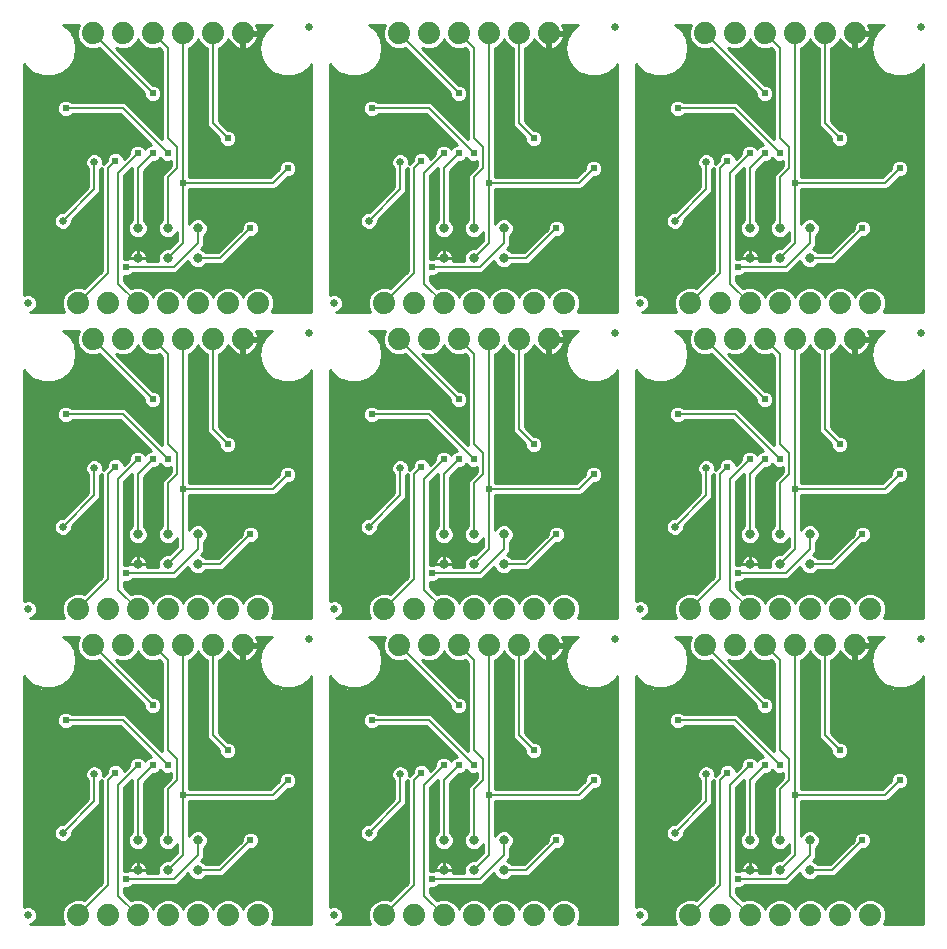
<source format=gbl>
G75*
%MOIN*%
%OFA0B0*%
%FSLAX25Y25*%
%IPPOS*%
%LPD*%
%AMOC8*
5,1,8,0,0,1.08239X$1,22.5*
%
%ADD10C,0.07400*%
%ADD11C,0.03200*%
%ADD12C,0.02500*%
%ADD13C,0.00600*%
%ADD14C,0.02400*%
%ADD15C,0.02578*%
%ADD16C,0.01000*%
D10*
X0064962Y0038933D03*
X0074962Y0038933D03*
X0084962Y0038933D03*
X0094962Y0038933D03*
X0104962Y0038933D03*
X0114962Y0038933D03*
X0124962Y0038933D03*
X0166962Y0038933D03*
X0176962Y0038933D03*
X0186962Y0038933D03*
X0196962Y0038933D03*
X0206962Y0038933D03*
X0216962Y0038933D03*
X0226962Y0038933D03*
X0268962Y0038933D03*
X0278962Y0038933D03*
X0288962Y0038933D03*
X0298962Y0038933D03*
X0308962Y0038933D03*
X0318962Y0038933D03*
X0328962Y0038933D03*
X0323962Y0128933D03*
X0313962Y0128933D03*
X0303962Y0128933D03*
X0293962Y0128933D03*
X0283962Y0128933D03*
X0273962Y0128933D03*
X0278962Y0140933D03*
X0288962Y0140933D03*
X0298962Y0140933D03*
X0308962Y0140933D03*
X0318962Y0140933D03*
X0328962Y0140933D03*
X0268962Y0140933D03*
X0226962Y0140933D03*
X0216962Y0140933D03*
X0206962Y0140933D03*
X0196962Y0140933D03*
X0186962Y0140933D03*
X0176962Y0140933D03*
X0166962Y0140933D03*
X0171962Y0128933D03*
X0181962Y0128933D03*
X0191962Y0128933D03*
X0201962Y0128933D03*
X0211962Y0128933D03*
X0221962Y0128933D03*
X0124962Y0140933D03*
X0114962Y0140933D03*
X0104962Y0140933D03*
X0094962Y0140933D03*
X0084962Y0140933D03*
X0074962Y0140933D03*
X0064962Y0140933D03*
X0069962Y0128933D03*
X0079962Y0128933D03*
X0089962Y0128933D03*
X0099962Y0128933D03*
X0109962Y0128933D03*
X0119962Y0128933D03*
X0119962Y0230933D03*
X0109962Y0230933D03*
X0099962Y0230933D03*
X0089962Y0230933D03*
X0079962Y0230933D03*
X0069962Y0230933D03*
X0074962Y0242933D03*
X0084962Y0242933D03*
X0094962Y0242933D03*
X0104962Y0242933D03*
X0114962Y0242933D03*
X0124962Y0242933D03*
X0166962Y0242933D03*
X0176962Y0242933D03*
X0186962Y0242933D03*
X0196962Y0242933D03*
X0206962Y0242933D03*
X0216962Y0242933D03*
X0226962Y0242933D03*
X0221962Y0230933D03*
X0211962Y0230933D03*
X0201962Y0230933D03*
X0191962Y0230933D03*
X0181962Y0230933D03*
X0171962Y0230933D03*
X0268962Y0242933D03*
X0278962Y0242933D03*
X0288962Y0242933D03*
X0298962Y0242933D03*
X0308962Y0242933D03*
X0318962Y0242933D03*
X0328962Y0242933D03*
X0323962Y0230933D03*
X0313962Y0230933D03*
X0303962Y0230933D03*
X0293962Y0230933D03*
X0283962Y0230933D03*
X0273962Y0230933D03*
X0273962Y0332933D03*
X0283962Y0332933D03*
X0293962Y0332933D03*
X0303962Y0332933D03*
X0313962Y0332933D03*
X0323962Y0332933D03*
X0221962Y0332933D03*
X0211962Y0332933D03*
X0201962Y0332933D03*
X0191962Y0332933D03*
X0181962Y0332933D03*
X0171962Y0332933D03*
X0119962Y0332933D03*
X0109962Y0332933D03*
X0099962Y0332933D03*
X0089962Y0332933D03*
X0079962Y0332933D03*
X0069962Y0332933D03*
X0064962Y0242933D03*
D11*
X0084962Y0257933D03*
X0084962Y0267933D03*
X0094962Y0267933D03*
X0104962Y0267933D03*
X0104962Y0257933D03*
X0094962Y0257933D03*
X0186962Y0257933D03*
X0196962Y0257933D03*
X0206962Y0257933D03*
X0206962Y0267933D03*
X0196962Y0267933D03*
X0186962Y0267933D03*
X0288962Y0267933D03*
X0288962Y0257933D03*
X0298962Y0257933D03*
X0308962Y0257933D03*
X0308962Y0267933D03*
X0298962Y0267933D03*
X0298962Y0165933D03*
X0308962Y0165933D03*
X0308962Y0155933D03*
X0298962Y0155933D03*
X0288962Y0155933D03*
X0288962Y0165933D03*
X0206962Y0165933D03*
X0206962Y0155933D03*
X0196962Y0155933D03*
X0196962Y0165933D03*
X0186962Y0165933D03*
X0186962Y0155933D03*
X0104962Y0155933D03*
X0104962Y0165933D03*
X0094962Y0165933D03*
X0094962Y0155933D03*
X0084962Y0155933D03*
X0084962Y0165933D03*
X0084962Y0063933D03*
X0084962Y0053933D03*
X0094962Y0053933D03*
X0104962Y0053933D03*
X0104962Y0063933D03*
X0094962Y0063933D03*
X0186962Y0063933D03*
X0196962Y0063933D03*
X0206962Y0063933D03*
X0206962Y0053933D03*
X0196962Y0053933D03*
X0186962Y0053933D03*
X0288962Y0053933D03*
X0288962Y0063933D03*
X0298962Y0063933D03*
X0308962Y0063933D03*
X0308962Y0053933D03*
X0298962Y0053933D03*
D12*
X0252462Y0038933D03*
X0150462Y0038933D03*
X0141962Y0130933D03*
X0150462Y0140933D03*
X0243962Y0130933D03*
X0252462Y0140933D03*
X0345962Y0130933D03*
X0345962Y0232933D03*
X0252462Y0242933D03*
X0243962Y0232933D03*
X0150462Y0242933D03*
X0141962Y0232933D03*
X0048462Y0242933D03*
X0141962Y0334933D03*
X0243962Y0334933D03*
X0345962Y0334933D03*
X0048462Y0140933D03*
X0048462Y0038933D03*
D13*
X0064962Y0038933D02*
X0074962Y0048933D01*
X0074962Y0083933D01*
X0077462Y0086433D01*
X0078462Y0082433D02*
X0078462Y0045433D01*
X0084962Y0038933D01*
X0080962Y0050933D02*
X0096962Y0050933D01*
X0104962Y0058933D01*
X0104962Y0063933D01*
X0099962Y0058933D02*
X0099962Y0078933D01*
X0099962Y0128933D01*
X0094962Y0123933D02*
X0089962Y0128933D01*
X0094962Y0123933D02*
X0094962Y0093933D01*
X0097962Y0090933D01*
X0097962Y0083933D01*
X0094962Y0080933D01*
X0094962Y0063933D01*
X0099962Y0058933D02*
X0094962Y0053933D01*
X0104962Y0053933D02*
X0112462Y0053933D01*
X0122462Y0063933D01*
X0129962Y0078933D02*
X0134962Y0083933D01*
X0129962Y0078933D02*
X0099962Y0078933D01*
X0094962Y0088933D02*
X0079962Y0103933D01*
X0060962Y0103933D01*
X0070462Y0085902D02*
X0070462Y0076933D01*
X0059962Y0066433D01*
X0078462Y0082433D02*
X0084962Y0088933D01*
X0084962Y0083933D02*
X0089962Y0088933D01*
X0084962Y0083933D02*
X0084962Y0063933D01*
X0114962Y0093933D02*
X0109962Y0098933D01*
X0109962Y0128933D01*
X0089962Y0108933D02*
X0069962Y0128933D01*
X0064962Y0140933D02*
X0074962Y0150933D01*
X0074962Y0185933D01*
X0077462Y0188433D01*
X0078462Y0184433D02*
X0078462Y0147433D01*
X0084962Y0140933D01*
X0080962Y0152933D02*
X0096962Y0152933D01*
X0104962Y0160933D01*
X0104962Y0165933D01*
X0099962Y0160933D02*
X0099962Y0180933D01*
X0099962Y0230933D01*
X0094962Y0225933D02*
X0089962Y0230933D01*
X0094962Y0225933D02*
X0094962Y0195933D01*
X0097962Y0192933D01*
X0097962Y0185933D01*
X0094962Y0182933D01*
X0094962Y0165933D01*
X0099962Y0160933D02*
X0094962Y0155933D01*
X0104962Y0155933D02*
X0112462Y0155933D01*
X0122462Y0165933D01*
X0129962Y0180933D02*
X0134962Y0185933D01*
X0129962Y0180933D02*
X0099962Y0180933D01*
X0094962Y0190933D02*
X0079962Y0205933D01*
X0060962Y0205933D01*
X0070462Y0187902D02*
X0070462Y0178933D01*
X0059962Y0168433D01*
X0078462Y0184433D02*
X0084962Y0190933D01*
X0084962Y0185933D02*
X0089962Y0190933D01*
X0084962Y0185933D02*
X0084962Y0165933D01*
X0114962Y0195933D02*
X0109962Y0200933D01*
X0109962Y0230933D01*
X0089962Y0210933D02*
X0069962Y0230933D01*
X0064962Y0242933D02*
X0074962Y0252933D01*
X0074962Y0287933D01*
X0077462Y0290433D01*
X0078462Y0286433D02*
X0078462Y0249433D01*
X0084962Y0242933D01*
X0080962Y0254933D02*
X0096962Y0254933D01*
X0104962Y0262933D01*
X0104962Y0267933D01*
X0099962Y0262933D02*
X0099962Y0282933D01*
X0099962Y0332933D01*
X0094962Y0327933D02*
X0089962Y0332933D01*
X0094962Y0327933D02*
X0094962Y0297933D01*
X0097962Y0294933D01*
X0097962Y0287933D01*
X0094962Y0284933D01*
X0094962Y0267933D01*
X0099962Y0262933D02*
X0094962Y0257933D01*
X0104962Y0257933D02*
X0112462Y0257933D01*
X0122462Y0267933D01*
X0129962Y0282933D02*
X0134962Y0287933D01*
X0129962Y0282933D02*
X0099962Y0282933D01*
X0094962Y0292933D02*
X0079962Y0307933D01*
X0060962Y0307933D01*
X0070462Y0289902D02*
X0070462Y0280933D01*
X0059962Y0270433D01*
X0078462Y0286433D02*
X0084962Y0292933D01*
X0084962Y0287933D02*
X0089962Y0292933D01*
X0084962Y0287933D02*
X0084962Y0267933D01*
X0114962Y0297933D02*
X0109962Y0302933D01*
X0109962Y0332933D01*
X0089962Y0312933D02*
X0069962Y0332933D01*
X0161962Y0270433D02*
X0172462Y0280933D01*
X0172462Y0289902D01*
X0176962Y0287933D02*
X0179462Y0290433D01*
X0176962Y0287933D02*
X0176962Y0252933D01*
X0166962Y0242933D01*
X0171962Y0230933D02*
X0191962Y0210933D01*
X0181962Y0205933D02*
X0162962Y0205933D01*
X0181962Y0205933D02*
X0196962Y0190933D01*
X0199962Y0192933D02*
X0199962Y0185933D01*
X0196962Y0182933D01*
X0196962Y0165933D01*
X0201962Y0160933D02*
X0201962Y0180933D01*
X0201962Y0230933D01*
X0196962Y0225933D02*
X0191962Y0230933D01*
X0196962Y0225933D02*
X0196962Y0195933D01*
X0199962Y0192933D01*
X0191962Y0190933D02*
X0186962Y0185933D01*
X0186962Y0165933D01*
X0196962Y0155933D02*
X0201962Y0160933D01*
X0206962Y0160933D02*
X0206962Y0165933D01*
X0206962Y0160933D02*
X0198962Y0152933D01*
X0182962Y0152933D01*
X0180462Y0147433D02*
X0180462Y0184433D01*
X0186962Y0190933D01*
X0179462Y0188433D02*
X0176962Y0185933D01*
X0176962Y0150933D01*
X0166962Y0140933D01*
X0171962Y0128933D02*
X0191962Y0108933D01*
X0181962Y0103933D02*
X0162962Y0103933D01*
X0181962Y0103933D02*
X0196962Y0088933D01*
X0199962Y0090933D02*
X0199962Y0083933D01*
X0196962Y0080933D01*
X0196962Y0063933D01*
X0201962Y0058933D02*
X0201962Y0078933D01*
X0201962Y0128933D01*
X0196962Y0123933D02*
X0191962Y0128933D01*
X0196962Y0123933D02*
X0196962Y0093933D01*
X0199962Y0090933D01*
X0191962Y0088933D02*
X0186962Y0083933D01*
X0186962Y0063933D01*
X0196962Y0053933D02*
X0201962Y0058933D01*
X0206962Y0058933D02*
X0206962Y0063933D01*
X0206962Y0058933D02*
X0198962Y0050933D01*
X0182962Y0050933D01*
X0180462Y0045433D02*
X0180462Y0082433D01*
X0186962Y0088933D01*
X0179462Y0086433D02*
X0176962Y0083933D01*
X0176962Y0048933D01*
X0166962Y0038933D01*
X0180462Y0045433D02*
X0186962Y0038933D01*
X0206962Y0053933D02*
X0214462Y0053933D01*
X0224462Y0063933D01*
X0231962Y0078933D02*
X0236962Y0083933D01*
X0231962Y0078933D02*
X0201962Y0078933D01*
X0216962Y0093933D02*
X0211962Y0098933D01*
X0211962Y0128933D01*
X0186962Y0140933D02*
X0180462Y0147433D01*
X0161962Y0168433D02*
X0172462Y0178933D01*
X0172462Y0187902D01*
X0201962Y0180933D02*
X0231962Y0180933D01*
X0236962Y0185933D01*
X0216962Y0195933D02*
X0211962Y0200933D01*
X0211962Y0230933D01*
X0186962Y0242933D02*
X0180462Y0249433D01*
X0180462Y0286433D01*
X0186962Y0292933D01*
X0186962Y0287933D02*
X0191962Y0292933D01*
X0196962Y0292933D02*
X0181962Y0307933D01*
X0162962Y0307933D01*
X0186962Y0287933D02*
X0186962Y0267933D01*
X0196962Y0267933D02*
X0196962Y0284933D01*
X0199962Y0287933D01*
X0199962Y0294933D01*
X0196962Y0297933D01*
X0196962Y0327933D01*
X0191962Y0332933D01*
X0201962Y0332933D02*
X0201962Y0282933D01*
X0231962Y0282933D01*
X0236962Y0287933D01*
X0216962Y0297933D02*
X0211962Y0302933D01*
X0211962Y0332933D01*
X0191962Y0312933D02*
X0171962Y0332933D01*
X0201962Y0282933D02*
X0201962Y0262933D01*
X0196962Y0257933D01*
X0198962Y0254933D02*
X0206962Y0262933D01*
X0206962Y0267933D01*
X0206962Y0257933D02*
X0214462Y0257933D01*
X0224462Y0267933D01*
X0198962Y0254933D02*
X0182962Y0254933D01*
X0263962Y0270433D02*
X0274462Y0280933D01*
X0274462Y0289902D01*
X0278962Y0287933D02*
X0281462Y0290433D01*
X0278962Y0287933D02*
X0278962Y0252933D01*
X0268962Y0242933D01*
X0273962Y0230933D02*
X0293962Y0210933D01*
X0283962Y0205933D02*
X0264962Y0205933D01*
X0283962Y0205933D02*
X0298962Y0190933D01*
X0301962Y0192933D02*
X0301962Y0185933D01*
X0298962Y0182933D01*
X0298962Y0165933D01*
X0303962Y0160933D02*
X0303962Y0180933D01*
X0303962Y0230933D01*
X0298962Y0225933D02*
X0293962Y0230933D01*
X0298962Y0225933D02*
X0298962Y0195933D01*
X0301962Y0192933D01*
X0293962Y0190933D02*
X0288962Y0185933D01*
X0288962Y0165933D01*
X0284962Y0152933D02*
X0300962Y0152933D01*
X0308962Y0160933D01*
X0308962Y0165933D01*
X0303962Y0160933D02*
X0298962Y0155933D01*
X0308962Y0155933D02*
X0316462Y0155933D01*
X0326462Y0165933D01*
X0333962Y0180933D02*
X0338962Y0185933D01*
X0333962Y0180933D02*
X0303962Y0180933D01*
X0288962Y0190933D02*
X0282462Y0184433D01*
X0282462Y0147433D01*
X0288962Y0140933D01*
X0293962Y0128933D02*
X0298962Y0123933D01*
X0298962Y0093933D01*
X0301962Y0090933D01*
X0301962Y0083933D01*
X0298962Y0080933D01*
X0298962Y0063933D01*
X0303962Y0058933D02*
X0303962Y0078933D01*
X0303962Y0128933D01*
X0313962Y0128933D02*
X0313962Y0098933D01*
X0318962Y0093933D01*
X0298962Y0088933D02*
X0283962Y0103933D01*
X0264962Y0103933D01*
X0274462Y0085902D02*
X0274462Y0076933D01*
X0263962Y0066433D01*
X0278962Y0048933D02*
X0278962Y0083933D01*
X0281462Y0086433D01*
X0282462Y0082433D02*
X0282462Y0045433D01*
X0288962Y0038933D01*
X0284962Y0050933D02*
X0300962Y0050933D01*
X0308962Y0058933D01*
X0308962Y0063933D01*
X0303962Y0058933D02*
X0298962Y0053933D01*
X0308962Y0053933D02*
X0316462Y0053933D01*
X0326462Y0063933D01*
X0333962Y0078933D02*
X0338962Y0083933D01*
X0333962Y0078933D02*
X0303962Y0078933D01*
X0293962Y0088933D02*
X0288962Y0083933D01*
X0288962Y0063933D01*
X0278962Y0048933D02*
X0268962Y0038933D01*
X0282462Y0082433D02*
X0288962Y0088933D01*
X0293962Y0108933D02*
X0273962Y0128933D01*
X0268962Y0140933D02*
X0278962Y0150933D01*
X0278962Y0185933D01*
X0281462Y0188433D01*
X0274462Y0187902D02*
X0274462Y0178933D01*
X0263962Y0168433D01*
X0224462Y0165933D02*
X0214462Y0155933D01*
X0206962Y0155933D01*
X0172462Y0085902D02*
X0172462Y0076933D01*
X0161962Y0066433D01*
X0313962Y0200933D02*
X0318962Y0195933D01*
X0313962Y0200933D02*
X0313962Y0230933D01*
X0300962Y0254933D02*
X0284962Y0254933D01*
X0282462Y0249433D02*
X0282462Y0286433D01*
X0288962Y0292933D01*
X0288962Y0287933D02*
X0293962Y0292933D01*
X0298962Y0292933D02*
X0283962Y0307933D01*
X0264962Y0307933D01*
X0288962Y0287933D02*
X0288962Y0267933D01*
X0298962Y0267933D02*
X0298962Y0284933D01*
X0301962Y0287933D01*
X0301962Y0294933D01*
X0298962Y0297933D01*
X0298962Y0327933D01*
X0293962Y0332933D01*
X0303962Y0332933D02*
X0303962Y0282933D01*
X0333962Y0282933D01*
X0338962Y0287933D01*
X0318962Y0297933D02*
X0313962Y0302933D01*
X0313962Y0332933D01*
X0293962Y0312933D02*
X0273962Y0332933D01*
X0303962Y0282933D02*
X0303962Y0262933D01*
X0298962Y0257933D01*
X0300962Y0254933D02*
X0308962Y0262933D01*
X0308962Y0267933D01*
X0308962Y0257933D02*
X0316462Y0257933D01*
X0326462Y0267933D01*
X0288962Y0242933D02*
X0282462Y0249433D01*
D14*
X0284962Y0254933D03*
X0293462Y0247933D03*
X0323962Y0260433D03*
X0326462Y0267933D03*
X0318962Y0277933D03*
X0303962Y0282933D03*
X0298962Y0292933D03*
X0293962Y0292933D03*
X0288962Y0292933D03*
X0281462Y0290433D03*
X0276462Y0294433D03*
X0264962Y0307933D03*
X0252462Y0307933D03*
X0236962Y0287933D03*
X0216962Y0277933D03*
X0224462Y0267933D03*
X0221962Y0260433D03*
X0201962Y0282933D03*
X0196962Y0292933D03*
X0191962Y0292933D03*
X0186962Y0292933D03*
X0179462Y0290433D03*
X0174462Y0294433D03*
X0162962Y0307933D03*
X0150462Y0307933D03*
X0134962Y0287933D03*
X0114962Y0277933D03*
X0122462Y0267933D03*
X0119962Y0260433D03*
X0099962Y0282933D03*
X0094962Y0292933D03*
X0089962Y0292933D03*
X0084962Y0292933D03*
X0077462Y0290433D03*
X0072462Y0294433D03*
X0060962Y0307933D03*
X0048462Y0307933D03*
X0085962Y0312933D03*
X0089962Y0312933D03*
X0104962Y0312933D03*
X0114962Y0297933D03*
X0080962Y0254933D03*
X0089462Y0247933D03*
X0089962Y0210933D03*
X0085962Y0210933D03*
X0104962Y0210933D03*
X0114962Y0195933D03*
X0094962Y0190933D03*
X0089962Y0190933D03*
X0084962Y0190933D03*
X0077462Y0188433D03*
X0072462Y0192433D03*
X0060962Y0205933D03*
X0048462Y0205933D03*
X0099962Y0180933D03*
X0114962Y0175933D03*
X0122462Y0165933D03*
X0119962Y0158433D03*
X0134962Y0185933D03*
X0150462Y0205933D03*
X0162962Y0205933D03*
X0174462Y0192433D03*
X0179462Y0188433D03*
X0186962Y0190933D03*
X0191962Y0190933D03*
X0196962Y0190933D03*
X0201962Y0180933D03*
X0216962Y0175933D03*
X0224462Y0165933D03*
X0221962Y0158433D03*
X0236962Y0185933D03*
X0216962Y0195933D03*
X0206962Y0210933D03*
X0191962Y0210933D03*
X0187962Y0210933D03*
X0191462Y0247933D03*
X0182962Y0254933D03*
X0216962Y0297933D03*
X0206962Y0312933D03*
X0191962Y0312933D03*
X0187962Y0312933D03*
X0289962Y0312933D03*
X0293962Y0312933D03*
X0308962Y0312933D03*
X0318962Y0297933D03*
X0338962Y0287933D03*
X0308962Y0210933D03*
X0293962Y0210933D03*
X0289962Y0210933D03*
X0276462Y0192433D03*
X0281462Y0188433D03*
X0288962Y0190933D03*
X0293962Y0190933D03*
X0298962Y0190933D03*
X0303962Y0180933D03*
X0318962Y0175933D03*
X0326462Y0165933D03*
X0323962Y0158433D03*
X0338962Y0185933D03*
X0318962Y0195933D03*
X0284962Y0152933D03*
X0293462Y0145933D03*
X0293962Y0108933D03*
X0289962Y0108933D03*
X0308962Y0108933D03*
X0318962Y0093933D03*
X0298962Y0088933D03*
X0293962Y0088933D03*
X0288962Y0088933D03*
X0281462Y0086433D03*
X0276462Y0090433D03*
X0264962Y0103933D03*
X0252462Y0103933D03*
X0236962Y0083933D03*
X0216962Y0073933D03*
X0224462Y0063933D03*
X0221962Y0056433D03*
X0201962Y0078933D03*
X0196962Y0088933D03*
X0191962Y0088933D03*
X0186962Y0088933D03*
X0179462Y0086433D03*
X0174462Y0090433D03*
X0162962Y0103933D03*
X0150462Y0103933D03*
X0134962Y0083933D03*
X0114962Y0073933D03*
X0122462Y0063933D03*
X0119962Y0056433D03*
X0099962Y0078933D03*
X0094962Y0088933D03*
X0089962Y0088933D03*
X0084962Y0088933D03*
X0077462Y0086433D03*
X0072462Y0090433D03*
X0060962Y0103933D03*
X0048462Y0103933D03*
X0085962Y0108933D03*
X0089962Y0108933D03*
X0104962Y0108933D03*
X0114962Y0093933D03*
X0080962Y0050933D03*
X0089462Y0043933D03*
X0182962Y0050933D03*
X0191462Y0043933D03*
X0216962Y0093933D03*
X0206962Y0108933D03*
X0191962Y0108933D03*
X0187962Y0108933D03*
X0191462Y0145933D03*
X0182962Y0152933D03*
X0252462Y0205933D03*
X0264962Y0205933D03*
X0338962Y0083933D03*
X0318962Y0073933D03*
X0326462Y0063933D03*
X0323962Y0056433D03*
X0303962Y0078933D03*
X0284962Y0050933D03*
X0293462Y0043933D03*
X0089462Y0145933D03*
X0080962Y0152933D03*
D15*
X0059962Y0168433D03*
X0070462Y0187902D03*
X0059962Y0270433D03*
X0070462Y0289902D03*
X0161962Y0270433D03*
X0172462Y0289902D03*
X0263962Y0270433D03*
X0274462Y0289902D03*
X0274462Y0187902D03*
X0263962Y0168433D03*
X0274462Y0085902D03*
X0263962Y0066433D03*
X0172462Y0085902D03*
X0161962Y0066433D03*
X0070462Y0085902D03*
X0059962Y0066433D03*
X0161962Y0168433D03*
X0172462Y0187902D03*
D16*
X0050133Y0036432D02*
X0049169Y0036033D01*
X0060318Y0036033D01*
X0059562Y0037859D01*
X0059562Y0040007D01*
X0060384Y0041992D01*
X0061903Y0043511D01*
X0063888Y0044333D01*
X0066036Y0044333D01*
X0067095Y0043894D01*
X0072962Y0049761D01*
X0072962Y0084175D01*
X0072462Y0083675D01*
X0072462Y0076105D01*
X0071290Y0074933D01*
X0062951Y0066594D01*
X0062951Y0065839D01*
X0062496Y0064740D01*
X0061655Y0063899D01*
X0060556Y0063444D01*
X0059367Y0063444D01*
X0058269Y0063899D01*
X0057428Y0064740D01*
X0056973Y0065839D01*
X0056973Y0067028D01*
X0057428Y0068126D01*
X0058269Y0068967D01*
X0059367Y0069422D01*
X0060122Y0069422D01*
X0068462Y0077761D01*
X0068462Y0083675D01*
X0067928Y0084208D01*
X0067473Y0085307D01*
X0067473Y0086496D01*
X0067928Y0087595D01*
X0068769Y0088435D01*
X0069867Y0088891D01*
X0071056Y0088891D01*
X0072155Y0088435D01*
X0072996Y0087595D01*
X0073451Y0086496D01*
X0073451Y0085307D01*
X0073411Y0085210D01*
X0074562Y0086361D01*
X0074562Y0087010D01*
X0075003Y0088076D01*
X0075819Y0088892D01*
X0076885Y0089333D01*
X0078039Y0089333D01*
X0079105Y0088892D01*
X0079920Y0088076D01*
X0080317Y0087117D01*
X0082062Y0088861D01*
X0082062Y0089510D01*
X0082503Y0090576D01*
X0083319Y0091392D01*
X0084385Y0091833D01*
X0085539Y0091833D01*
X0086605Y0091392D01*
X0087420Y0090576D01*
X0087462Y0090476D01*
X0087503Y0090576D01*
X0088319Y0091392D01*
X0089278Y0091789D01*
X0079133Y0101933D01*
X0063063Y0101933D01*
X0062605Y0101475D01*
X0061539Y0101033D01*
X0060385Y0101033D01*
X0059319Y0101475D01*
X0058503Y0102290D01*
X0058062Y0103356D01*
X0058062Y0104510D01*
X0058503Y0105576D01*
X0059319Y0106392D01*
X0060385Y0106833D01*
X0061539Y0106833D01*
X0062605Y0106392D01*
X0063063Y0105933D01*
X0080790Y0105933D01*
X0081962Y0104761D01*
X0092962Y0093761D01*
X0092962Y0123105D01*
X0092095Y0123972D01*
X0091036Y0123533D01*
X0088888Y0123533D01*
X0086903Y0124355D01*
X0085384Y0125874D01*
X0084962Y0126893D01*
X0084540Y0125874D01*
X0083021Y0124355D01*
X0081036Y0123533D01*
X0078888Y0123533D01*
X0077697Y0124026D01*
X0089890Y0111833D01*
X0090539Y0111833D01*
X0091605Y0111392D01*
X0092420Y0110576D01*
X0092862Y0109510D01*
X0092862Y0108356D01*
X0092420Y0107290D01*
X0091605Y0106475D01*
X0090539Y0106033D01*
X0089385Y0106033D01*
X0088319Y0106475D01*
X0087503Y0107290D01*
X0087062Y0108356D01*
X0087062Y0109005D01*
X0072095Y0123972D01*
X0071036Y0123533D01*
X0068888Y0123533D01*
X0066903Y0124355D01*
X0065384Y0125874D01*
X0064562Y0127859D01*
X0064562Y0130007D01*
X0065318Y0131833D01*
X0060171Y0131833D01*
X0062274Y0130068D01*
X0062274Y0130068D01*
X0063931Y0127198D01*
X0063931Y0127198D01*
X0064507Y0123933D01*
X0064507Y0123933D01*
X0063931Y0120668D01*
X0063931Y0120668D01*
X0062274Y0117798D01*
X0062274Y0117798D01*
X0062274Y0117798D01*
X0059734Y0115667D01*
X0059734Y0115667D01*
X0056619Y0114533D01*
X0053304Y0114533D01*
X0050189Y0115667D01*
X0050189Y0115667D01*
X0047650Y0117798D01*
X0047650Y0117798D01*
X0047062Y0118816D01*
X0047062Y0041546D01*
X0047875Y0041883D01*
X0049049Y0041883D01*
X0050133Y0041434D01*
X0050963Y0040604D01*
X0051412Y0039520D01*
X0051412Y0038346D01*
X0050963Y0037262D01*
X0050133Y0036432D01*
X0050629Y0036929D02*
X0059947Y0036929D01*
X0059562Y0037927D02*
X0051238Y0037927D01*
X0051412Y0038926D02*
X0059562Y0038926D01*
X0059562Y0039924D02*
X0051244Y0039924D01*
X0050644Y0040923D02*
X0059941Y0040923D01*
X0060355Y0041921D02*
X0047062Y0041921D01*
X0047062Y0042920D02*
X0061312Y0042920D01*
X0062886Y0043918D02*
X0047062Y0043918D01*
X0047062Y0044917D02*
X0068117Y0044917D01*
X0069116Y0045915D02*
X0047062Y0045915D01*
X0047062Y0046914D02*
X0070114Y0046914D01*
X0071113Y0047912D02*
X0047062Y0047912D01*
X0047062Y0048911D02*
X0072111Y0048911D01*
X0072962Y0049909D02*
X0047062Y0049909D01*
X0047062Y0050908D02*
X0072962Y0050908D01*
X0072962Y0051906D02*
X0047062Y0051906D01*
X0047062Y0052905D02*
X0072962Y0052905D01*
X0072962Y0053903D02*
X0047062Y0053903D01*
X0047062Y0054902D02*
X0072962Y0054902D01*
X0072962Y0055900D02*
X0047062Y0055900D01*
X0047062Y0056899D02*
X0072962Y0056899D01*
X0072962Y0057897D02*
X0047062Y0057897D01*
X0047062Y0058896D02*
X0072962Y0058896D01*
X0072962Y0059894D02*
X0047062Y0059894D01*
X0047062Y0060893D02*
X0072962Y0060893D01*
X0072962Y0061891D02*
X0047062Y0061891D01*
X0047062Y0062890D02*
X0072962Y0062890D01*
X0072962Y0063888D02*
X0061629Y0063888D01*
X0062557Y0064887D02*
X0072962Y0064887D01*
X0072962Y0065885D02*
X0062951Y0065885D01*
X0063241Y0066884D02*
X0072962Y0066884D01*
X0072962Y0067882D02*
X0064240Y0067882D01*
X0065238Y0068881D02*
X0072962Y0068881D01*
X0072962Y0069879D02*
X0066237Y0069879D01*
X0067235Y0070878D02*
X0072962Y0070878D01*
X0072962Y0071877D02*
X0068234Y0071877D01*
X0069232Y0072875D02*
X0072962Y0072875D01*
X0072962Y0073874D02*
X0070231Y0073874D01*
X0071229Y0074872D02*
X0072962Y0074872D01*
X0072962Y0075871D02*
X0072228Y0075871D01*
X0072462Y0076869D02*
X0072962Y0076869D01*
X0072962Y0077868D02*
X0072462Y0077868D01*
X0072462Y0078866D02*
X0072962Y0078866D01*
X0072962Y0079865D02*
X0072462Y0079865D01*
X0072462Y0080863D02*
X0072962Y0080863D01*
X0072962Y0081862D02*
X0072462Y0081862D01*
X0072462Y0082860D02*
X0072962Y0082860D01*
X0072962Y0083859D02*
X0072646Y0083859D01*
X0073451Y0085856D02*
X0074056Y0085856D01*
X0074562Y0086854D02*
X0073302Y0086854D01*
X0072738Y0087853D02*
X0074911Y0087853D01*
X0075779Y0088851D02*
X0071151Y0088851D01*
X0069772Y0088851D02*
X0047062Y0088851D01*
X0047062Y0087853D02*
X0068186Y0087853D01*
X0067621Y0086854D02*
X0047062Y0086854D01*
X0047062Y0085856D02*
X0067473Y0085856D01*
X0067659Y0084857D02*
X0047062Y0084857D01*
X0047062Y0083859D02*
X0068278Y0083859D01*
X0068462Y0082860D02*
X0047062Y0082860D01*
X0047062Y0081862D02*
X0068462Y0081862D01*
X0068462Y0080863D02*
X0047062Y0080863D01*
X0047062Y0079865D02*
X0068462Y0079865D01*
X0068462Y0078866D02*
X0047062Y0078866D01*
X0047062Y0077868D02*
X0068462Y0077868D01*
X0067569Y0076869D02*
X0047062Y0076869D01*
X0047062Y0075871D02*
X0066571Y0075871D01*
X0065572Y0074872D02*
X0047062Y0074872D01*
X0047062Y0073874D02*
X0064574Y0073874D01*
X0063575Y0072875D02*
X0047062Y0072875D01*
X0047062Y0071877D02*
X0062577Y0071877D01*
X0061578Y0070878D02*
X0047062Y0070878D01*
X0047062Y0069879D02*
X0060580Y0069879D01*
X0058183Y0068881D02*
X0047062Y0068881D01*
X0047062Y0067882D02*
X0057327Y0067882D01*
X0056973Y0066884D02*
X0047062Y0066884D01*
X0047062Y0065885D02*
X0056973Y0065885D01*
X0057367Y0064887D02*
X0047062Y0064887D01*
X0047062Y0063888D02*
X0058295Y0063888D01*
X0067038Y0043918D02*
X0067119Y0043918D01*
X0080462Y0046261D02*
X0080462Y0048033D01*
X0081539Y0048033D01*
X0082605Y0048475D01*
X0083063Y0048933D01*
X0097790Y0048933D01*
X0098962Y0050105D01*
X0101800Y0052943D01*
X0102164Y0052064D01*
X0103093Y0051135D01*
X0104305Y0050633D01*
X0105618Y0050633D01*
X0106831Y0051135D01*
X0107629Y0051933D01*
X0113290Y0051933D01*
X0122390Y0061033D01*
X0123039Y0061033D01*
X0124105Y0061475D01*
X0124920Y0062290D01*
X0125362Y0063356D01*
X0125362Y0064510D01*
X0124920Y0065576D01*
X0124105Y0066392D01*
X0123039Y0066833D01*
X0121885Y0066833D01*
X0120819Y0066392D01*
X0120003Y0065576D01*
X0119562Y0064510D01*
X0119562Y0063861D01*
X0111633Y0055933D01*
X0107629Y0055933D01*
X0106831Y0056731D01*
X0105952Y0057095D01*
X0106962Y0058105D01*
X0106962Y0061266D01*
X0107759Y0062064D01*
X0108262Y0063277D01*
X0108262Y0064589D01*
X0107759Y0065802D01*
X0106831Y0066731D01*
X0105618Y0067233D01*
X0104305Y0067233D01*
X0103093Y0066731D01*
X0102164Y0065802D01*
X0101962Y0065314D01*
X0101962Y0076832D01*
X0102063Y0076933D01*
X0130790Y0076933D01*
X0134890Y0081033D01*
X0135539Y0081033D01*
X0136605Y0081475D01*
X0137420Y0082290D01*
X0137862Y0083356D01*
X0137862Y0084510D01*
X0137420Y0085576D01*
X0136605Y0086392D01*
X0135539Y0086833D01*
X0134385Y0086833D01*
X0133319Y0086392D01*
X0132503Y0085576D01*
X0132062Y0084510D01*
X0132062Y0083861D01*
X0129133Y0080933D01*
X0102063Y0080933D01*
X0101962Y0081034D01*
X0101962Y0123917D01*
X0103021Y0124355D01*
X0104540Y0125874D01*
X0104962Y0126893D01*
X0105384Y0125874D01*
X0106903Y0124355D01*
X0107962Y0123917D01*
X0107962Y0098105D01*
X0112062Y0094005D01*
X0112062Y0093356D01*
X0112503Y0092290D01*
X0113319Y0091475D01*
X0114385Y0091033D01*
X0115539Y0091033D01*
X0116605Y0091475D01*
X0117420Y0092290D01*
X0117862Y0093356D01*
X0117862Y0094510D01*
X0117420Y0095576D01*
X0116605Y0096392D01*
X0115539Y0096833D01*
X0114890Y0096833D01*
X0111962Y0099761D01*
X0111962Y0123917D01*
X0113021Y0124355D01*
X0114540Y0125874D01*
X0115071Y0127157D01*
X0115143Y0126937D01*
X0115514Y0126208D01*
X0115995Y0125545D01*
X0116574Y0124967D01*
X0117236Y0124486D01*
X0117966Y0124114D01*
X0118744Y0123861D01*
X0119462Y0123747D01*
X0119462Y0128433D01*
X0120462Y0128433D01*
X0120462Y0129433D01*
X0125147Y0129433D01*
X0125034Y0130151D01*
X0124781Y0130929D01*
X0124409Y0131658D01*
X0124282Y0131833D01*
X0129753Y0131833D01*
X0127650Y0130068D01*
X0125992Y0127198D01*
X0125992Y0127198D01*
X0125417Y0123933D01*
X0125992Y0120668D01*
X0127650Y0117798D01*
X0127650Y0117798D01*
X0130189Y0115667D01*
X0130189Y0115667D01*
X0133304Y0114533D01*
X0136619Y0114533D01*
X0139734Y0115667D01*
X0139734Y0115667D01*
X0142274Y0117798D01*
X0142862Y0118816D01*
X0142862Y0036033D01*
X0129605Y0036033D01*
X0130362Y0037859D01*
X0130362Y0040007D01*
X0129540Y0041992D01*
X0128021Y0043511D01*
X0126036Y0044333D01*
X0123888Y0044333D01*
X0121903Y0043511D01*
X0120384Y0041992D01*
X0119962Y0040973D01*
X0119540Y0041992D01*
X0118021Y0043511D01*
X0116036Y0044333D01*
X0113888Y0044333D01*
X0111903Y0043511D01*
X0110384Y0041992D01*
X0109962Y0040973D01*
X0109540Y0041992D01*
X0108021Y0043511D01*
X0106036Y0044333D01*
X0103888Y0044333D01*
X0101903Y0043511D01*
X0100384Y0041992D01*
X0099962Y0040973D01*
X0099540Y0041992D01*
X0098021Y0043511D01*
X0096036Y0044333D01*
X0093888Y0044333D01*
X0091903Y0043511D01*
X0090384Y0041992D01*
X0089962Y0040973D01*
X0089540Y0041992D01*
X0088021Y0043511D01*
X0086036Y0044333D01*
X0083888Y0044333D01*
X0082829Y0043894D01*
X0080462Y0046261D01*
X0080808Y0045915D02*
X0142862Y0045915D01*
X0142862Y0044917D02*
X0081807Y0044917D01*
X0082805Y0043918D02*
X0082886Y0043918D01*
X0080462Y0046914D02*
X0142862Y0046914D01*
X0142862Y0047912D02*
X0080462Y0047912D01*
X0083041Y0048911D02*
X0142862Y0048911D01*
X0142862Y0049909D02*
X0098766Y0049909D01*
X0098962Y0050105D02*
X0098962Y0050105D01*
X0099765Y0050908D02*
X0103642Y0050908D01*
X0102322Y0051906D02*
X0100763Y0051906D01*
X0101762Y0052905D02*
X0101816Y0052905D01*
X0106281Y0050908D02*
X0142862Y0050908D01*
X0142862Y0051906D02*
X0107602Y0051906D01*
X0106425Y0056899D02*
X0112599Y0056899D01*
X0113598Y0057897D02*
X0106755Y0057897D01*
X0106962Y0058896D02*
X0114596Y0058896D01*
X0115595Y0059894D02*
X0106962Y0059894D01*
X0106962Y0060893D02*
X0116593Y0060893D01*
X0117592Y0061891D02*
X0107587Y0061891D01*
X0108102Y0062890D02*
X0118590Y0062890D01*
X0119562Y0063888D02*
X0108262Y0063888D01*
X0108139Y0064887D02*
X0119718Y0064887D01*
X0120313Y0065885D02*
X0107676Y0065885D01*
X0106461Y0066884D02*
X0142862Y0066884D01*
X0142862Y0067882D02*
X0101962Y0067882D01*
X0101962Y0066884D02*
X0103463Y0066884D01*
X0102247Y0065885D02*
X0101962Y0065885D01*
X0101962Y0068881D02*
X0142862Y0068881D01*
X0142862Y0069879D02*
X0101962Y0069879D01*
X0101962Y0070878D02*
X0142862Y0070878D01*
X0142862Y0071877D02*
X0101962Y0071877D01*
X0101962Y0072875D02*
X0142862Y0072875D01*
X0142862Y0073874D02*
X0101962Y0073874D01*
X0101962Y0074872D02*
X0142862Y0074872D01*
X0142862Y0075871D02*
X0101962Y0075871D01*
X0101999Y0076869D02*
X0142862Y0076869D01*
X0142862Y0077868D02*
X0131725Y0077868D01*
X0132723Y0078866D02*
X0142862Y0078866D01*
X0142862Y0079865D02*
X0133722Y0079865D01*
X0134720Y0080863D02*
X0142862Y0080863D01*
X0142862Y0081862D02*
X0136992Y0081862D01*
X0137656Y0082860D02*
X0142862Y0082860D01*
X0142862Y0083859D02*
X0137862Y0083859D01*
X0137718Y0084857D02*
X0142862Y0084857D01*
X0142862Y0085856D02*
X0137140Y0085856D01*
X0132783Y0085856D02*
X0101962Y0085856D01*
X0101962Y0086854D02*
X0142862Y0086854D01*
X0142862Y0087853D02*
X0101962Y0087853D01*
X0101962Y0088851D02*
X0142862Y0088851D01*
X0142862Y0089850D02*
X0101962Y0089850D01*
X0101962Y0090848D02*
X0142862Y0090848D01*
X0142862Y0091847D02*
X0116977Y0091847D01*
X0117650Y0092845D02*
X0142862Y0092845D01*
X0142862Y0093844D02*
X0117862Y0093844D01*
X0117724Y0094842D02*
X0142862Y0094842D01*
X0142862Y0095841D02*
X0117155Y0095841D01*
X0114884Y0096839D02*
X0142862Y0096839D01*
X0142862Y0097838D02*
X0113885Y0097838D01*
X0112887Y0098836D02*
X0142862Y0098836D01*
X0142862Y0099835D02*
X0111962Y0099835D01*
X0111962Y0100833D02*
X0142862Y0100833D01*
X0142862Y0101832D02*
X0111962Y0101832D01*
X0111962Y0102830D02*
X0142862Y0102830D01*
X0142862Y0103829D02*
X0111962Y0103829D01*
X0111962Y0104827D02*
X0142862Y0104827D01*
X0142862Y0105826D02*
X0111962Y0105826D01*
X0111962Y0106824D02*
X0142862Y0106824D01*
X0142862Y0107823D02*
X0111962Y0107823D01*
X0111962Y0108821D02*
X0142862Y0108821D01*
X0142862Y0109820D02*
X0111962Y0109820D01*
X0111962Y0110818D02*
X0142862Y0110818D01*
X0142862Y0111817D02*
X0111962Y0111817D01*
X0111962Y0112815D02*
X0142862Y0112815D01*
X0142862Y0113814D02*
X0111962Y0113814D01*
X0111962Y0114812D02*
X0132537Y0114812D01*
X0130017Y0115811D02*
X0111962Y0115811D01*
X0111962Y0116810D02*
X0128828Y0116810D01*
X0127644Y0117808D02*
X0111962Y0117808D01*
X0111962Y0118807D02*
X0127067Y0118807D01*
X0126491Y0119805D02*
X0111962Y0119805D01*
X0111962Y0120804D02*
X0125969Y0120804D01*
X0125992Y0120668D02*
X0125992Y0120668D01*
X0125793Y0121802D02*
X0111962Y0121802D01*
X0111962Y0122801D02*
X0125616Y0122801D01*
X0125440Y0123799D02*
X0120788Y0123799D01*
X0120462Y0123799D02*
X0119462Y0123799D01*
X0119136Y0123799D02*
X0111962Y0123799D01*
X0113463Y0124798D02*
X0116807Y0124798D01*
X0115813Y0125796D02*
X0114462Y0125796D01*
X0114921Y0126795D02*
X0115215Y0126795D01*
X0119462Y0126795D02*
X0120462Y0126795D01*
X0120462Y0127793D02*
X0119462Y0127793D01*
X0120462Y0128433D02*
X0120462Y0123747D01*
X0121179Y0123861D01*
X0121958Y0124114D01*
X0122687Y0124486D01*
X0123349Y0124967D01*
X0123928Y0125545D01*
X0124409Y0126208D01*
X0124781Y0126937D01*
X0125034Y0127715D01*
X0125147Y0128433D01*
X0120462Y0128433D01*
X0120462Y0128792D02*
X0126913Y0128792D01*
X0127489Y0129790D02*
X0125091Y0129790D01*
X0124826Y0130789D02*
X0128508Y0130789D01*
X0127650Y0130068D02*
X0127650Y0130068D01*
X0127650Y0130068D01*
X0126336Y0127793D02*
X0125046Y0127793D01*
X0124708Y0126795D02*
X0125921Y0126795D01*
X0125745Y0125796D02*
X0124110Y0125796D01*
X0123117Y0124798D02*
X0125569Y0124798D01*
X0125417Y0123933D02*
X0125417Y0123933D01*
X0120462Y0124798D02*
X0119462Y0124798D01*
X0119462Y0125796D02*
X0120462Y0125796D01*
X0124316Y0131787D02*
X0129698Y0131787D01*
X0129605Y0138033D02*
X0130362Y0139859D01*
X0130362Y0142007D01*
X0129540Y0143992D01*
X0128021Y0145511D01*
X0126036Y0146333D01*
X0123888Y0146333D01*
X0121903Y0145511D01*
X0120384Y0143992D01*
X0119962Y0142973D01*
X0119540Y0143992D01*
X0118021Y0145511D01*
X0116036Y0146333D01*
X0113888Y0146333D01*
X0111903Y0145511D01*
X0110384Y0143992D01*
X0109962Y0142973D01*
X0109540Y0143992D01*
X0108021Y0145511D01*
X0106036Y0146333D01*
X0103888Y0146333D01*
X0101903Y0145511D01*
X0100384Y0143992D01*
X0099962Y0142973D01*
X0099540Y0143992D01*
X0098021Y0145511D01*
X0096036Y0146333D01*
X0093888Y0146333D01*
X0091903Y0145511D01*
X0090384Y0143992D01*
X0089962Y0142973D01*
X0089540Y0143992D01*
X0088021Y0145511D01*
X0086036Y0146333D01*
X0083888Y0146333D01*
X0082829Y0145894D01*
X0080462Y0148261D01*
X0080462Y0150033D01*
X0081539Y0150033D01*
X0082605Y0150475D01*
X0083063Y0150933D01*
X0097790Y0150933D01*
X0101800Y0154943D01*
X0102164Y0154064D01*
X0103093Y0153135D01*
X0104305Y0152633D01*
X0105618Y0152633D01*
X0106831Y0153135D01*
X0107629Y0153933D01*
X0113290Y0153933D01*
X0122390Y0163033D01*
X0123039Y0163033D01*
X0124105Y0163475D01*
X0124920Y0164290D01*
X0125362Y0165356D01*
X0125362Y0166510D01*
X0124920Y0167576D01*
X0124105Y0168392D01*
X0123039Y0168833D01*
X0121885Y0168833D01*
X0120819Y0168392D01*
X0120003Y0167576D01*
X0119562Y0166510D01*
X0119562Y0165861D01*
X0111633Y0157933D01*
X0107629Y0157933D01*
X0106831Y0158731D01*
X0105952Y0159095D01*
X0106962Y0160105D01*
X0106962Y0163266D01*
X0107759Y0164064D01*
X0108262Y0165277D01*
X0108262Y0166589D01*
X0107759Y0167802D01*
X0106831Y0168731D01*
X0105618Y0169233D01*
X0104305Y0169233D01*
X0103093Y0168731D01*
X0102164Y0167802D01*
X0101962Y0167314D01*
X0101962Y0178832D01*
X0102063Y0178933D01*
X0130790Y0178933D01*
X0134890Y0183033D01*
X0135539Y0183033D01*
X0136605Y0183475D01*
X0137420Y0184290D01*
X0137862Y0185356D01*
X0137862Y0186510D01*
X0137420Y0187576D01*
X0136605Y0188392D01*
X0135539Y0188833D01*
X0134385Y0188833D01*
X0133319Y0188392D01*
X0132503Y0187576D01*
X0132062Y0186510D01*
X0132062Y0185861D01*
X0129133Y0182933D01*
X0102063Y0182933D01*
X0101962Y0183034D01*
X0101962Y0225917D01*
X0103021Y0226355D01*
X0104540Y0227874D01*
X0104962Y0228893D01*
X0105384Y0227874D01*
X0106903Y0226355D01*
X0107962Y0225917D01*
X0107962Y0200105D01*
X0112062Y0196005D01*
X0112062Y0195356D01*
X0112503Y0194290D01*
X0113319Y0193475D01*
X0114385Y0193033D01*
X0115539Y0193033D01*
X0116605Y0193475D01*
X0117420Y0194290D01*
X0117862Y0195356D01*
X0117862Y0196510D01*
X0117420Y0197576D01*
X0116605Y0198392D01*
X0115539Y0198833D01*
X0114890Y0198833D01*
X0111962Y0201761D01*
X0111962Y0225917D01*
X0113021Y0226355D01*
X0114540Y0227874D01*
X0115071Y0229157D01*
X0115143Y0228937D01*
X0115514Y0228208D01*
X0115995Y0227545D01*
X0116574Y0226967D01*
X0117236Y0226486D01*
X0117966Y0226114D01*
X0118744Y0225861D01*
X0119462Y0225747D01*
X0119462Y0230433D01*
X0120462Y0230433D01*
X0120462Y0231433D01*
X0125147Y0231433D01*
X0125034Y0232151D01*
X0124781Y0232929D01*
X0124409Y0233658D01*
X0124282Y0233833D01*
X0129753Y0233833D01*
X0127650Y0232068D01*
X0125992Y0229198D01*
X0125992Y0229198D01*
X0125417Y0225933D01*
X0125992Y0222668D01*
X0127650Y0219798D01*
X0127650Y0219798D01*
X0130189Y0217667D01*
X0130189Y0217667D01*
X0133304Y0216533D01*
X0136619Y0216533D01*
X0139734Y0217667D01*
X0139734Y0217667D01*
X0142274Y0219798D01*
X0142862Y0220816D01*
X0142862Y0138033D01*
X0129605Y0138033D01*
X0129914Y0138777D02*
X0142862Y0138777D01*
X0142862Y0139775D02*
X0130327Y0139775D01*
X0130362Y0140774D02*
X0142862Y0140774D01*
X0142862Y0141772D02*
X0130362Y0141772D01*
X0130046Y0142771D02*
X0142862Y0142771D01*
X0142862Y0143769D02*
X0129632Y0143769D01*
X0128764Y0144768D02*
X0142862Y0144768D01*
X0142862Y0145766D02*
X0127404Y0145766D01*
X0122519Y0145766D02*
X0117404Y0145766D01*
X0118764Y0144768D02*
X0121160Y0144768D01*
X0120292Y0143769D02*
X0119632Y0143769D01*
X0112519Y0145766D02*
X0107404Y0145766D01*
X0108764Y0144768D02*
X0111160Y0144768D01*
X0110292Y0143769D02*
X0109632Y0143769D01*
X0102519Y0145766D02*
X0097404Y0145766D01*
X0098764Y0144768D02*
X0101160Y0144768D01*
X0100292Y0143769D02*
X0099632Y0143769D01*
X0092519Y0145766D02*
X0087404Y0145766D01*
X0088764Y0144768D02*
X0091160Y0144768D01*
X0090292Y0143769D02*
X0089632Y0143769D01*
X0081958Y0146765D02*
X0142862Y0146765D01*
X0142862Y0147763D02*
X0080960Y0147763D01*
X0080462Y0148762D02*
X0142862Y0148762D01*
X0142862Y0149760D02*
X0080462Y0149760D01*
X0082889Y0150759D02*
X0142862Y0150759D01*
X0142862Y0151757D02*
X0098615Y0151757D01*
X0099613Y0152756D02*
X0104009Y0152756D01*
X0102474Y0153754D02*
X0100612Y0153754D01*
X0101610Y0154753D02*
X0101879Y0154753D01*
X0105915Y0152756D02*
X0142862Y0152756D01*
X0142862Y0153754D02*
X0107450Y0153754D01*
X0106792Y0158747D02*
X0112447Y0158747D01*
X0113446Y0159745D02*
X0106603Y0159745D01*
X0106962Y0160744D02*
X0114444Y0160744D01*
X0115443Y0161743D02*
X0106962Y0161743D01*
X0106962Y0162741D02*
X0116441Y0162741D01*
X0117440Y0163740D02*
X0107435Y0163740D01*
X0108039Y0164738D02*
X0118438Y0164738D01*
X0119437Y0165737D02*
X0108262Y0165737D01*
X0108202Y0166735D02*
X0119655Y0166735D01*
X0120161Y0167734D02*
X0107788Y0167734D01*
X0106828Y0168732D02*
X0121641Y0168732D01*
X0123282Y0168732D02*
X0142862Y0168732D01*
X0142862Y0167734D02*
X0124762Y0167734D01*
X0125269Y0166735D02*
X0142862Y0166735D01*
X0142862Y0165737D02*
X0125362Y0165737D01*
X0125106Y0164738D02*
X0142862Y0164738D01*
X0142862Y0163740D02*
X0124370Y0163740D01*
X0122098Y0162741D02*
X0142862Y0162741D01*
X0142862Y0161743D02*
X0121100Y0161743D01*
X0120101Y0160744D02*
X0142862Y0160744D01*
X0142862Y0159745D02*
X0119103Y0159745D01*
X0118104Y0158747D02*
X0142862Y0158747D01*
X0142862Y0157748D02*
X0117106Y0157748D01*
X0116107Y0156750D02*
X0142862Y0156750D01*
X0142862Y0155751D02*
X0115109Y0155751D01*
X0114110Y0154753D02*
X0142862Y0154753D01*
X0149062Y0154753D02*
X0174962Y0154753D01*
X0174962Y0155751D02*
X0149062Y0155751D01*
X0149062Y0156750D02*
X0174962Y0156750D01*
X0174962Y0157748D02*
X0149062Y0157748D01*
X0149062Y0158747D02*
X0174962Y0158747D01*
X0174962Y0159745D02*
X0149062Y0159745D01*
X0149062Y0160744D02*
X0174962Y0160744D01*
X0174962Y0161743D02*
X0149062Y0161743D01*
X0149062Y0162741D02*
X0174962Y0162741D01*
X0174962Y0163740D02*
X0149062Y0163740D01*
X0149062Y0164738D02*
X0174962Y0164738D01*
X0174962Y0165737D02*
X0163262Y0165737D01*
X0163655Y0165899D02*
X0164496Y0166740D01*
X0164951Y0167839D01*
X0164951Y0168594D01*
X0173290Y0176933D01*
X0174462Y0178105D01*
X0174462Y0185675D01*
X0174962Y0186175D01*
X0174962Y0151761D01*
X0169095Y0145894D01*
X0168036Y0146333D01*
X0165888Y0146333D01*
X0163903Y0145511D01*
X0162384Y0143992D01*
X0161562Y0142007D01*
X0161562Y0139859D01*
X0162318Y0138033D01*
X0151169Y0138033D01*
X0152133Y0138432D01*
X0152963Y0139262D01*
X0153412Y0140346D01*
X0153412Y0141520D01*
X0152963Y0142604D01*
X0152133Y0143434D01*
X0151049Y0143883D01*
X0149875Y0143883D01*
X0149062Y0143546D01*
X0149062Y0220816D01*
X0149650Y0219798D01*
X0149650Y0219798D01*
X0152189Y0217667D01*
X0152189Y0217667D01*
X0155304Y0216533D01*
X0158619Y0216533D01*
X0158619Y0216533D01*
X0161734Y0217667D01*
X0164274Y0219798D01*
X0165931Y0222668D01*
X0165931Y0222668D01*
X0166507Y0225933D01*
X0166507Y0225933D01*
X0165931Y0229198D01*
X0164274Y0232068D01*
X0164274Y0232068D01*
X0162171Y0233833D01*
X0167318Y0233833D01*
X0166562Y0232007D01*
X0166562Y0229859D01*
X0167384Y0227874D01*
X0168903Y0226355D01*
X0170888Y0225533D01*
X0173036Y0225533D01*
X0174095Y0225972D01*
X0189062Y0211005D01*
X0189062Y0210356D01*
X0189503Y0209290D01*
X0190319Y0208475D01*
X0191385Y0208033D01*
X0192539Y0208033D01*
X0193605Y0208475D01*
X0194420Y0209290D01*
X0194862Y0210356D01*
X0194862Y0211510D01*
X0194420Y0212576D01*
X0193605Y0213392D01*
X0192539Y0213833D01*
X0191890Y0213833D01*
X0179697Y0226026D01*
X0180888Y0225533D01*
X0183036Y0225533D01*
X0185021Y0226355D01*
X0186540Y0227874D01*
X0186962Y0228893D01*
X0187384Y0227874D01*
X0188903Y0226355D01*
X0190888Y0225533D01*
X0193036Y0225533D01*
X0194095Y0225972D01*
X0194962Y0225105D01*
X0194962Y0195761D01*
X0183962Y0206761D01*
X0182790Y0207933D01*
X0165063Y0207933D01*
X0164605Y0208392D01*
X0163539Y0208833D01*
X0162385Y0208833D01*
X0161319Y0208392D01*
X0160503Y0207576D01*
X0160062Y0206510D01*
X0160062Y0205356D01*
X0160503Y0204290D01*
X0161319Y0203475D01*
X0162385Y0203033D01*
X0163539Y0203033D01*
X0164605Y0203475D01*
X0165063Y0203933D01*
X0181133Y0203933D01*
X0191278Y0193789D01*
X0190319Y0193392D01*
X0189503Y0192576D01*
X0189462Y0192476D01*
X0189420Y0192576D01*
X0188605Y0193392D01*
X0187539Y0193833D01*
X0186385Y0193833D01*
X0185319Y0193392D01*
X0184503Y0192576D01*
X0184062Y0191510D01*
X0184062Y0190861D01*
X0182317Y0189117D01*
X0181920Y0190076D01*
X0181105Y0190892D01*
X0180039Y0191333D01*
X0178885Y0191333D01*
X0177819Y0190892D01*
X0177003Y0190076D01*
X0176562Y0189010D01*
X0176562Y0188361D01*
X0175411Y0187210D01*
X0175451Y0187307D01*
X0175451Y0188496D01*
X0174996Y0189595D01*
X0174155Y0190435D01*
X0173056Y0190891D01*
X0171867Y0190891D01*
X0170769Y0190435D01*
X0169928Y0189595D01*
X0169473Y0188496D01*
X0169473Y0187307D01*
X0169928Y0186208D01*
X0170462Y0185675D01*
X0170462Y0179761D01*
X0162122Y0171422D01*
X0161367Y0171422D01*
X0160269Y0170967D01*
X0159428Y0170126D01*
X0158973Y0169028D01*
X0158973Y0167839D01*
X0159428Y0166740D01*
X0160269Y0165899D01*
X0161367Y0165444D01*
X0162556Y0165444D01*
X0163655Y0165899D01*
X0164491Y0166735D02*
X0174962Y0166735D01*
X0174962Y0167734D02*
X0164907Y0167734D01*
X0165089Y0168732D02*
X0174962Y0168732D01*
X0174962Y0169731D02*
X0166088Y0169731D01*
X0167086Y0170729D02*
X0174962Y0170729D01*
X0174962Y0171728D02*
X0168085Y0171728D01*
X0169083Y0172726D02*
X0174962Y0172726D01*
X0174962Y0173725D02*
X0170082Y0173725D01*
X0171080Y0174723D02*
X0174962Y0174723D01*
X0174962Y0175722D02*
X0172079Y0175722D01*
X0173077Y0176720D02*
X0174962Y0176720D01*
X0174962Y0177719D02*
X0174076Y0177719D01*
X0174462Y0178717D02*
X0174962Y0178717D01*
X0174962Y0179716D02*
X0174462Y0179716D01*
X0174462Y0180714D02*
X0174962Y0180714D01*
X0174962Y0181713D02*
X0174462Y0181713D01*
X0174462Y0182711D02*
X0174962Y0182711D01*
X0174962Y0183710D02*
X0174462Y0183710D01*
X0174462Y0184708D02*
X0174962Y0184708D01*
X0174962Y0185707D02*
X0174494Y0185707D01*
X0175451Y0187704D02*
X0175904Y0187704D01*
X0175365Y0188702D02*
X0176562Y0188702D01*
X0176848Y0189701D02*
X0174890Y0189701D01*
X0173518Y0190699D02*
X0177627Y0190699D01*
X0181297Y0190699D02*
X0183900Y0190699D01*
X0184140Y0191698D02*
X0149062Y0191698D01*
X0149062Y0192696D02*
X0184624Y0192696D01*
X0186051Y0193695D02*
X0149062Y0193695D01*
X0149062Y0194693D02*
X0190373Y0194693D01*
X0191051Y0193695D02*
X0187872Y0193695D01*
X0189300Y0192696D02*
X0189624Y0192696D01*
X0189375Y0195692D02*
X0149062Y0195692D01*
X0149062Y0196690D02*
X0188376Y0196690D01*
X0187378Y0197689D02*
X0149062Y0197689D01*
X0149062Y0198687D02*
X0186379Y0198687D01*
X0185380Y0199686D02*
X0149062Y0199686D01*
X0149062Y0200684D02*
X0184382Y0200684D01*
X0183383Y0201683D02*
X0149062Y0201683D01*
X0149062Y0202681D02*
X0182385Y0202681D01*
X0181386Y0203680D02*
X0164810Y0203680D01*
X0161114Y0203680D02*
X0149062Y0203680D01*
X0149062Y0204679D02*
X0160343Y0204679D01*
X0160062Y0205677D02*
X0149062Y0205677D01*
X0149062Y0206676D02*
X0160130Y0206676D01*
X0160602Y0207674D02*
X0149062Y0207674D01*
X0149062Y0208673D02*
X0161997Y0208673D01*
X0163926Y0208673D02*
X0190121Y0208673D01*
X0189346Y0209671D02*
X0149062Y0209671D01*
X0149062Y0210670D02*
X0189062Y0210670D01*
X0188398Y0211668D02*
X0149062Y0211668D01*
X0149062Y0212667D02*
X0187400Y0212667D01*
X0186401Y0213665D02*
X0149062Y0213665D01*
X0149062Y0214664D02*
X0185403Y0214664D01*
X0184404Y0215662D02*
X0149062Y0215662D01*
X0149062Y0216661D02*
X0154954Y0216661D01*
X0152210Y0217659D02*
X0149062Y0217659D01*
X0149062Y0218658D02*
X0151008Y0218658D01*
X0149818Y0219656D02*
X0149062Y0219656D01*
X0149062Y0220655D02*
X0149155Y0220655D01*
X0142862Y0220655D02*
X0142769Y0220655D01*
X0142274Y0219798D02*
X0142274Y0219798D01*
X0142274Y0219798D01*
X0142105Y0219656D02*
X0142862Y0219656D01*
X0142862Y0218658D02*
X0140915Y0218658D01*
X0139713Y0217659D02*
X0142862Y0217659D01*
X0142862Y0216661D02*
X0136970Y0216661D01*
X0132954Y0216661D02*
X0111962Y0216661D01*
X0111962Y0217659D02*
X0130210Y0217659D01*
X0129008Y0218658D02*
X0111962Y0218658D01*
X0111962Y0219656D02*
X0127818Y0219656D01*
X0127155Y0220655D02*
X0111962Y0220655D01*
X0111962Y0221653D02*
X0126579Y0221653D01*
X0126002Y0222652D02*
X0111962Y0222652D01*
X0111962Y0223650D02*
X0125819Y0223650D01*
X0125992Y0222668D02*
X0125992Y0222668D01*
X0125643Y0224649D02*
X0111962Y0224649D01*
X0111962Y0225647D02*
X0125467Y0225647D01*
X0125417Y0225933D02*
X0125417Y0225933D01*
X0125542Y0226646D02*
X0122908Y0226646D01*
X0122687Y0226486D02*
X0123349Y0226967D01*
X0123928Y0227545D01*
X0124409Y0228208D01*
X0124781Y0228937D01*
X0125034Y0229715D01*
X0125147Y0230433D01*
X0120462Y0230433D01*
X0120462Y0225747D01*
X0121179Y0225861D01*
X0121958Y0226114D01*
X0122687Y0226486D01*
X0124000Y0227644D02*
X0125719Y0227644D01*
X0125895Y0228643D02*
X0124631Y0228643D01*
X0125010Y0229641D02*
X0126249Y0229641D01*
X0126825Y0230640D02*
X0120462Y0230640D01*
X0120462Y0229641D02*
X0119462Y0229641D01*
X0119462Y0228643D02*
X0120462Y0228643D01*
X0120462Y0227644D02*
X0119462Y0227644D01*
X0119462Y0226646D02*
X0120462Y0226646D01*
X0117016Y0226646D02*
X0113311Y0226646D01*
X0114310Y0227644D02*
X0115924Y0227644D01*
X0115293Y0228643D02*
X0114858Y0228643D01*
X0107962Y0225647D02*
X0101962Y0225647D01*
X0101962Y0224649D02*
X0107962Y0224649D01*
X0107962Y0223650D02*
X0101962Y0223650D01*
X0101962Y0222652D02*
X0107962Y0222652D01*
X0107962Y0221653D02*
X0101962Y0221653D01*
X0101962Y0220655D02*
X0107962Y0220655D01*
X0107962Y0219656D02*
X0101962Y0219656D01*
X0101962Y0218658D02*
X0107962Y0218658D01*
X0107962Y0217659D02*
X0101962Y0217659D01*
X0101962Y0216661D02*
X0107962Y0216661D01*
X0107962Y0215662D02*
X0101962Y0215662D01*
X0101962Y0214664D02*
X0107962Y0214664D01*
X0107962Y0213665D02*
X0101962Y0213665D01*
X0101962Y0212667D02*
X0107962Y0212667D01*
X0107962Y0211668D02*
X0101962Y0211668D01*
X0101962Y0210670D02*
X0107962Y0210670D01*
X0107962Y0209671D02*
X0101962Y0209671D01*
X0101962Y0208673D02*
X0107962Y0208673D01*
X0107962Y0207674D02*
X0101962Y0207674D01*
X0101962Y0206676D02*
X0107962Y0206676D01*
X0107962Y0205677D02*
X0101962Y0205677D01*
X0101962Y0204679D02*
X0107962Y0204679D01*
X0107962Y0203680D02*
X0101962Y0203680D01*
X0101962Y0202681D02*
X0107962Y0202681D01*
X0107962Y0201683D02*
X0101962Y0201683D01*
X0101962Y0200684D02*
X0107962Y0200684D01*
X0108380Y0199686D02*
X0101962Y0199686D01*
X0101962Y0198687D02*
X0109379Y0198687D01*
X0110378Y0197689D02*
X0101962Y0197689D01*
X0101962Y0196690D02*
X0111376Y0196690D01*
X0112062Y0195692D02*
X0101962Y0195692D01*
X0101962Y0194693D02*
X0112336Y0194693D01*
X0113099Y0193695D02*
X0101962Y0193695D01*
X0101962Y0192696D02*
X0142862Y0192696D01*
X0142862Y0191698D02*
X0101962Y0191698D01*
X0101962Y0190699D02*
X0142862Y0190699D01*
X0142862Y0189701D02*
X0101962Y0189701D01*
X0101962Y0188702D02*
X0134069Y0188702D01*
X0132631Y0187704D02*
X0101962Y0187704D01*
X0101962Y0186705D02*
X0132143Y0186705D01*
X0131907Y0185707D02*
X0101962Y0185707D01*
X0101962Y0184708D02*
X0130909Y0184708D01*
X0129910Y0183710D02*
X0101962Y0183710D01*
X0095962Y0186761D02*
X0095962Y0188208D01*
X0095539Y0188033D01*
X0094385Y0188033D01*
X0093319Y0188475D01*
X0092503Y0189290D01*
X0092462Y0189391D01*
X0092420Y0189290D01*
X0091605Y0188475D01*
X0090539Y0188033D01*
X0089890Y0188033D01*
X0086962Y0185105D01*
X0086962Y0168600D01*
X0087759Y0167802D01*
X0088262Y0166589D01*
X0088262Y0165277D01*
X0087759Y0164064D01*
X0086831Y0163135D01*
X0085618Y0162633D01*
X0084305Y0162633D01*
X0083093Y0163135D01*
X0082164Y0164064D01*
X0081662Y0165277D01*
X0081662Y0166589D01*
X0082164Y0167802D01*
X0082962Y0168600D01*
X0082962Y0186105D01*
X0080462Y0183605D01*
X0080462Y0155833D01*
X0081539Y0155833D01*
X0081862Y0155699D01*
X0081862Y0155933D01*
X0084962Y0155933D01*
X0084962Y0155933D01*
X0088062Y0155933D01*
X0088062Y0155628D01*
X0087943Y0155029D01*
X0087903Y0154933D01*
X0091804Y0154933D01*
X0091662Y0155277D01*
X0091662Y0156589D01*
X0092164Y0157802D01*
X0093093Y0158731D01*
X0094305Y0159233D01*
X0095433Y0159233D01*
X0097962Y0161761D01*
X0097962Y0164552D01*
X0097759Y0164064D01*
X0096831Y0163135D01*
X0095618Y0162633D01*
X0094305Y0162633D01*
X0093093Y0163135D01*
X0092164Y0164064D01*
X0091662Y0165277D01*
X0091662Y0166589D01*
X0092164Y0167802D01*
X0092962Y0168600D01*
X0092962Y0183761D01*
X0095962Y0186761D01*
X0095906Y0186705D02*
X0088562Y0186705D01*
X0087564Y0185707D02*
X0094907Y0185707D01*
X0093909Y0184708D02*
X0086962Y0184708D01*
X0086962Y0183710D02*
X0092962Y0183710D01*
X0092962Y0182711D02*
X0086962Y0182711D01*
X0086962Y0181713D02*
X0092962Y0181713D01*
X0092962Y0180714D02*
X0086962Y0180714D01*
X0086962Y0179716D02*
X0092962Y0179716D01*
X0092962Y0178717D02*
X0086962Y0178717D01*
X0086962Y0177719D02*
X0092962Y0177719D01*
X0092962Y0176720D02*
X0086962Y0176720D01*
X0086962Y0175722D02*
X0092962Y0175722D01*
X0092962Y0174723D02*
X0086962Y0174723D01*
X0086962Y0173725D02*
X0092962Y0173725D01*
X0092962Y0172726D02*
X0086962Y0172726D01*
X0086962Y0171728D02*
X0092962Y0171728D01*
X0092962Y0170729D02*
X0086962Y0170729D01*
X0086962Y0169731D02*
X0092962Y0169731D01*
X0092962Y0168732D02*
X0086962Y0168732D01*
X0087788Y0167734D02*
X0092136Y0167734D01*
X0091722Y0166735D02*
X0088202Y0166735D01*
X0088262Y0165737D02*
X0091662Y0165737D01*
X0091885Y0164738D02*
X0088039Y0164738D01*
X0087435Y0163740D02*
X0092488Y0163740D01*
X0094045Y0162741D02*
X0085879Y0162741D01*
X0084045Y0162741D02*
X0080462Y0162741D01*
X0080462Y0161743D02*
X0097943Y0161743D01*
X0097962Y0162741D02*
X0095879Y0162741D01*
X0097435Y0163740D02*
X0097962Y0163740D01*
X0096944Y0160744D02*
X0080462Y0160744D01*
X0080462Y0159745D02*
X0095946Y0159745D01*
X0093132Y0158747D02*
X0086269Y0158747D01*
X0086430Y0158680D02*
X0085866Y0158914D01*
X0085267Y0159033D01*
X0084962Y0159033D01*
X0084962Y0155933D01*
X0088062Y0155933D01*
X0088062Y0156238D01*
X0087943Y0156837D01*
X0087709Y0157401D01*
X0087370Y0157909D01*
X0086938Y0158341D01*
X0086430Y0158680D01*
X0087477Y0157748D02*
X0092142Y0157748D01*
X0091728Y0156750D02*
X0087960Y0156750D01*
X0088062Y0155751D02*
X0091662Y0155751D01*
X0084962Y0155933D02*
X0084962Y0155933D01*
X0084962Y0155933D01*
X0084962Y0159033D01*
X0084656Y0159033D01*
X0084058Y0158914D01*
X0083493Y0158680D01*
X0082986Y0158341D01*
X0082554Y0157909D01*
X0082215Y0157401D01*
X0081981Y0156837D01*
X0081862Y0156238D01*
X0081862Y0155933D01*
X0084962Y0155933D01*
X0084962Y0156750D02*
X0084962Y0156750D01*
X0084962Y0157748D02*
X0084962Y0157748D01*
X0084962Y0158747D02*
X0084962Y0158747D01*
X0083655Y0158747D02*
X0080462Y0158747D01*
X0080462Y0157748D02*
X0082446Y0157748D01*
X0081964Y0156750D02*
X0080462Y0156750D01*
X0081736Y0155751D02*
X0081862Y0155751D01*
X0082488Y0163740D02*
X0080462Y0163740D01*
X0080462Y0164738D02*
X0081885Y0164738D01*
X0081662Y0165737D02*
X0080462Y0165737D01*
X0080462Y0166735D02*
X0081722Y0166735D01*
X0082136Y0167734D02*
X0080462Y0167734D01*
X0080462Y0168732D02*
X0082962Y0168732D01*
X0082962Y0169731D02*
X0080462Y0169731D01*
X0080462Y0170729D02*
X0082962Y0170729D01*
X0082962Y0171728D02*
X0080462Y0171728D01*
X0080462Y0172726D02*
X0082962Y0172726D01*
X0082962Y0173725D02*
X0080462Y0173725D01*
X0080462Y0174723D02*
X0082962Y0174723D01*
X0082962Y0175722D02*
X0080462Y0175722D01*
X0080462Y0176720D02*
X0082962Y0176720D01*
X0082962Y0177719D02*
X0080462Y0177719D01*
X0080462Y0178717D02*
X0082962Y0178717D01*
X0082962Y0179716D02*
X0080462Y0179716D01*
X0080462Y0180714D02*
X0082962Y0180714D01*
X0082962Y0181713D02*
X0080462Y0181713D01*
X0080462Y0182711D02*
X0082962Y0182711D01*
X0082962Y0183710D02*
X0080567Y0183710D01*
X0081565Y0184708D02*
X0082962Y0184708D01*
X0082962Y0185707D02*
X0082564Y0185707D01*
X0080317Y0189117D02*
X0079920Y0190076D01*
X0079105Y0190892D01*
X0078039Y0191333D01*
X0076885Y0191333D01*
X0075819Y0190892D01*
X0075003Y0190076D01*
X0074562Y0189010D01*
X0074562Y0188361D01*
X0073411Y0187210D01*
X0073451Y0187307D01*
X0073451Y0188496D01*
X0072996Y0189595D01*
X0072155Y0190435D01*
X0071056Y0190891D01*
X0069867Y0190891D01*
X0068769Y0190435D01*
X0067928Y0189595D01*
X0067473Y0188496D01*
X0067473Y0187307D01*
X0067928Y0186208D01*
X0068462Y0185675D01*
X0068462Y0179761D01*
X0060122Y0171422D01*
X0059367Y0171422D01*
X0058269Y0170967D01*
X0057428Y0170126D01*
X0056973Y0169028D01*
X0056973Y0167839D01*
X0057428Y0166740D01*
X0058269Y0165899D01*
X0059367Y0165444D01*
X0060556Y0165444D01*
X0061655Y0165899D01*
X0062496Y0166740D01*
X0062951Y0167839D01*
X0062951Y0168594D01*
X0071290Y0176933D01*
X0072462Y0178105D01*
X0072462Y0185675D01*
X0072962Y0186175D01*
X0072962Y0151761D01*
X0067095Y0145894D01*
X0066036Y0146333D01*
X0063888Y0146333D01*
X0061903Y0145511D01*
X0060384Y0143992D01*
X0059562Y0142007D01*
X0059562Y0139859D01*
X0060318Y0138033D01*
X0049169Y0138033D01*
X0050133Y0138432D01*
X0050963Y0139262D01*
X0051412Y0140346D01*
X0051412Y0141520D01*
X0050963Y0142604D01*
X0050133Y0143434D01*
X0049049Y0143883D01*
X0047875Y0143883D01*
X0047062Y0143546D01*
X0047062Y0220816D01*
X0047650Y0219798D01*
X0047650Y0219798D01*
X0050189Y0217667D01*
X0050189Y0217667D01*
X0053304Y0216533D01*
X0056619Y0216533D01*
X0059734Y0217667D01*
X0062274Y0219798D01*
X0063931Y0222668D01*
X0063931Y0222668D01*
X0064507Y0225933D01*
X0064507Y0225933D01*
X0063931Y0229198D01*
X0062274Y0232068D01*
X0062274Y0232068D01*
X0060171Y0233833D01*
X0065318Y0233833D01*
X0064562Y0232007D01*
X0064562Y0229859D01*
X0065384Y0227874D01*
X0066903Y0226355D01*
X0068888Y0225533D01*
X0071036Y0225533D01*
X0072095Y0225972D01*
X0087062Y0211005D01*
X0087062Y0210356D01*
X0087503Y0209290D01*
X0088319Y0208475D01*
X0089385Y0208033D01*
X0090539Y0208033D01*
X0091605Y0208475D01*
X0092420Y0209290D01*
X0092862Y0210356D01*
X0092862Y0211510D01*
X0092420Y0212576D01*
X0091605Y0213392D01*
X0090539Y0213833D01*
X0089890Y0213833D01*
X0077697Y0226026D01*
X0078888Y0225533D01*
X0081036Y0225533D01*
X0083021Y0226355D01*
X0084540Y0227874D01*
X0084962Y0228893D01*
X0085384Y0227874D01*
X0086903Y0226355D01*
X0088888Y0225533D01*
X0091036Y0225533D01*
X0092095Y0225972D01*
X0092962Y0225105D01*
X0092962Y0195761D01*
X0080790Y0207933D01*
X0063063Y0207933D01*
X0062605Y0208392D01*
X0061539Y0208833D01*
X0060385Y0208833D01*
X0059319Y0208392D01*
X0058503Y0207576D01*
X0058062Y0206510D01*
X0058062Y0205356D01*
X0058503Y0204290D01*
X0059319Y0203475D01*
X0060385Y0203033D01*
X0061539Y0203033D01*
X0062605Y0203475D01*
X0063063Y0203933D01*
X0079133Y0203933D01*
X0089278Y0193789D01*
X0088319Y0193392D01*
X0087503Y0192576D01*
X0087462Y0192476D01*
X0087420Y0192576D01*
X0086605Y0193392D01*
X0085539Y0193833D01*
X0084385Y0193833D01*
X0083319Y0193392D01*
X0082503Y0192576D01*
X0082062Y0191510D01*
X0082062Y0190861D01*
X0080317Y0189117D01*
X0080076Y0189701D02*
X0080901Y0189701D01*
X0081900Y0190699D02*
X0079297Y0190699D01*
X0082140Y0191698D02*
X0047062Y0191698D01*
X0047062Y0192696D02*
X0082624Y0192696D01*
X0084051Y0193695D02*
X0047062Y0193695D01*
X0047062Y0194693D02*
X0088373Y0194693D01*
X0089051Y0193695D02*
X0085872Y0193695D01*
X0087300Y0192696D02*
X0087624Y0192696D01*
X0087375Y0195692D02*
X0047062Y0195692D01*
X0047062Y0196690D02*
X0086376Y0196690D01*
X0085378Y0197689D02*
X0047062Y0197689D01*
X0047062Y0198687D02*
X0084379Y0198687D01*
X0083380Y0199686D02*
X0047062Y0199686D01*
X0047062Y0200684D02*
X0082382Y0200684D01*
X0081383Y0201683D02*
X0047062Y0201683D01*
X0047062Y0202681D02*
X0080385Y0202681D01*
X0079386Y0203680D02*
X0062810Y0203680D01*
X0059114Y0203680D02*
X0047062Y0203680D01*
X0047062Y0204679D02*
X0058343Y0204679D01*
X0058062Y0205677D02*
X0047062Y0205677D01*
X0047062Y0206676D02*
X0058130Y0206676D01*
X0058602Y0207674D02*
X0047062Y0207674D01*
X0047062Y0208673D02*
X0059997Y0208673D01*
X0061926Y0208673D02*
X0088121Y0208673D01*
X0087346Y0209671D02*
X0047062Y0209671D01*
X0047062Y0210670D02*
X0087062Y0210670D01*
X0086398Y0211668D02*
X0047062Y0211668D01*
X0047062Y0212667D02*
X0085400Y0212667D01*
X0084401Y0213665D02*
X0047062Y0213665D01*
X0047062Y0214664D02*
X0083403Y0214664D01*
X0082404Y0215662D02*
X0047062Y0215662D01*
X0047062Y0216661D02*
X0052954Y0216661D01*
X0050210Y0217659D02*
X0047062Y0217659D01*
X0047062Y0218658D02*
X0049008Y0218658D01*
X0047818Y0219656D02*
X0047062Y0219656D01*
X0047062Y0220655D02*
X0047155Y0220655D01*
X0056970Y0216661D02*
X0081406Y0216661D01*
X0080407Y0217659D02*
X0059713Y0217659D01*
X0060915Y0218658D02*
X0079409Y0218658D01*
X0078410Y0219656D02*
X0062105Y0219656D01*
X0062274Y0219798D02*
X0062274Y0219798D01*
X0062274Y0219798D01*
X0062769Y0220655D02*
X0077412Y0220655D01*
X0076413Y0221653D02*
X0063345Y0221653D01*
X0063921Y0222652D02*
X0075415Y0222652D01*
X0074416Y0223650D02*
X0064104Y0223650D01*
X0064280Y0224649D02*
X0073418Y0224649D01*
X0072419Y0225647D02*
X0071312Y0225647D01*
X0068612Y0225647D02*
X0064456Y0225647D01*
X0064381Y0226646D02*
X0066612Y0226646D01*
X0065614Y0227644D02*
X0064205Y0227644D01*
X0064029Y0228643D02*
X0065066Y0228643D01*
X0064652Y0229641D02*
X0063675Y0229641D01*
X0063931Y0229198D02*
X0063931Y0229198D01*
X0064562Y0230640D02*
X0063099Y0230640D01*
X0062522Y0231638D02*
X0064562Y0231638D01*
X0064823Y0232637D02*
X0061596Y0232637D01*
X0060406Y0233635D02*
X0065236Y0233635D01*
X0060318Y0240033D02*
X0049169Y0240033D01*
X0050133Y0240432D01*
X0050963Y0241262D01*
X0051412Y0242346D01*
X0051412Y0243520D01*
X0050963Y0244604D01*
X0050133Y0245434D01*
X0049049Y0245883D01*
X0047875Y0245883D01*
X0047062Y0245546D01*
X0047062Y0322816D01*
X0047650Y0321798D01*
X0047650Y0321798D01*
X0050189Y0319667D01*
X0050189Y0319667D01*
X0053304Y0318533D01*
X0056619Y0318533D01*
X0059734Y0319667D01*
X0059734Y0319667D01*
X0062274Y0321798D01*
X0063931Y0324668D01*
X0064507Y0327933D01*
X0063931Y0331198D01*
X0062274Y0334068D01*
X0062274Y0334068D01*
X0060171Y0335833D01*
X0065318Y0335833D01*
X0064562Y0334007D01*
X0064562Y0331859D01*
X0065384Y0329874D01*
X0066903Y0328355D01*
X0068888Y0327533D01*
X0071036Y0327533D01*
X0072095Y0327972D01*
X0087062Y0313005D01*
X0087062Y0312356D01*
X0087503Y0311290D01*
X0088319Y0310475D01*
X0089385Y0310033D01*
X0090539Y0310033D01*
X0091605Y0310475D01*
X0092420Y0311290D01*
X0092862Y0312356D01*
X0092862Y0313510D01*
X0092420Y0314576D01*
X0091605Y0315392D01*
X0090539Y0315833D01*
X0089890Y0315833D01*
X0077697Y0328026D01*
X0078888Y0327533D01*
X0081036Y0327533D01*
X0083021Y0328355D01*
X0084540Y0329874D01*
X0084962Y0330893D01*
X0085384Y0329874D01*
X0086903Y0328355D01*
X0088888Y0327533D01*
X0091036Y0327533D01*
X0092095Y0327972D01*
X0092962Y0327105D01*
X0092962Y0297761D01*
X0081962Y0308761D01*
X0080790Y0309933D01*
X0063063Y0309933D01*
X0062605Y0310392D01*
X0061539Y0310833D01*
X0060385Y0310833D01*
X0059319Y0310392D01*
X0058503Y0309576D01*
X0058062Y0308510D01*
X0058062Y0307356D01*
X0058503Y0306290D01*
X0059319Y0305475D01*
X0060385Y0305033D01*
X0061539Y0305033D01*
X0062605Y0305475D01*
X0063063Y0305933D01*
X0079133Y0305933D01*
X0089278Y0295789D01*
X0088319Y0295392D01*
X0087503Y0294576D01*
X0087462Y0294476D01*
X0087420Y0294576D01*
X0086605Y0295392D01*
X0085539Y0295833D01*
X0084385Y0295833D01*
X0083319Y0295392D01*
X0082503Y0294576D01*
X0082062Y0293510D01*
X0082062Y0292861D01*
X0080317Y0291117D01*
X0079920Y0292076D01*
X0079105Y0292892D01*
X0078039Y0293333D01*
X0076885Y0293333D01*
X0075819Y0292892D01*
X0075003Y0292076D01*
X0074562Y0291010D01*
X0074562Y0290361D01*
X0073411Y0289210D01*
X0073451Y0289307D01*
X0073451Y0290496D01*
X0072996Y0291595D01*
X0072155Y0292435D01*
X0071056Y0292891D01*
X0069867Y0292891D01*
X0068769Y0292435D01*
X0067928Y0291595D01*
X0067473Y0290496D01*
X0067473Y0289307D01*
X0067928Y0288208D01*
X0068462Y0287675D01*
X0068462Y0281761D01*
X0060122Y0273422D01*
X0059367Y0273422D01*
X0058269Y0272967D01*
X0057428Y0272126D01*
X0056973Y0271028D01*
X0056973Y0269839D01*
X0057428Y0268740D01*
X0058269Y0267899D01*
X0059367Y0267444D01*
X0060556Y0267444D01*
X0061655Y0267899D01*
X0062496Y0268740D01*
X0062951Y0269839D01*
X0062951Y0270594D01*
X0071290Y0278933D01*
X0072462Y0280105D01*
X0072462Y0287675D01*
X0072962Y0288175D01*
X0072962Y0253761D01*
X0067095Y0247894D01*
X0066036Y0248333D01*
X0063888Y0248333D01*
X0061903Y0247511D01*
X0060384Y0245992D01*
X0059562Y0244007D01*
X0059562Y0241859D01*
X0060318Y0240033D01*
X0060073Y0240625D02*
X0050326Y0240625D01*
X0051112Y0241623D02*
X0059659Y0241623D01*
X0059562Y0242622D02*
X0051412Y0242622D01*
X0051370Y0243620D02*
X0059562Y0243620D01*
X0059815Y0244619D02*
X0050948Y0244619D01*
X0049690Y0245617D02*
X0060229Y0245617D01*
X0061008Y0246616D02*
X0047062Y0246616D01*
X0047062Y0247614D02*
X0062153Y0247614D01*
X0067813Y0248613D02*
X0047062Y0248613D01*
X0047062Y0249612D02*
X0068812Y0249612D01*
X0069810Y0250610D02*
X0047062Y0250610D01*
X0047062Y0251609D02*
X0070809Y0251609D01*
X0071807Y0252607D02*
X0047062Y0252607D01*
X0047062Y0253606D02*
X0072806Y0253606D01*
X0072962Y0254604D02*
X0047062Y0254604D01*
X0047062Y0255603D02*
X0072962Y0255603D01*
X0072962Y0256601D02*
X0047062Y0256601D01*
X0047062Y0257600D02*
X0072962Y0257600D01*
X0072962Y0258598D02*
X0047062Y0258598D01*
X0047062Y0259597D02*
X0072962Y0259597D01*
X0072962Y0260595D02*
X0047062Y0260595D01*
X0047062Y0261594D02*
X0072962Y0261594D01*
X0072962Y0262592D02*
X0047062Y0262592D01*
X0047062Y0263591D02*
X0072962Y0263591D01*
X0072962Y0264589D02*
X0047062Y0264589D01*
X0047062Y0265588D02*
X0072962Y0265588D01*
X0072962Y0266586D02*
X0047062Y0266586D01*
X0047062Y0267585D02*
X0059028Y0267585D01*
X0057585Y0268583D02*
X0047062Y0268583D01*
X0047062Y0269582D02*
X0057079Y0269582D01*
X0056973Y0270580D02*
X0047062Y0270580D01*
X0047062Y0271579D02*
X0057201Y0271579D01*
X0057879Y0272577D02*
X0047062Y0272577D01*
X0047062Y0273576D02*
X0060276Y0273576D01*
X0061275Y0274574D02*
X0047062Y0274574D01*
X0047062Y0275573D02*
X0062273Y0275573D01*
X0063272Y0276571D02*
X0047062Y0276571D01*
X0047062Y0277570D02*
X0064270Y0277570D01*
X0065269Y0278568D02*
X0047062Y0278568D01*
X0047062Y0279567D02*
X0066267Y0279567D01*
X0067266Y0280565D02*
X0047062Y0280565D01*
X0047062Y0281564D02*
X0068264Y0281564D01*
X0068462Y0282562D02*
X0047062Y0282562D01*
X0047062Y0283561D02*
X0068462Y0283561D01*
X0068462Y0284559D02*
X0047062Y0284559D01*
X0047062Y0285558D02*
X0068462Y0285558D01*
X0068462Y0286556D02*
X0047062Y0286556D01*
X0047062Y0287555D02*
X0068462Y0287555D01*
X0067785Y0288553D02*
X0047062Y0288553D01*
X0047062Y0289552D02*
X0067473Y0289552D01*
X0067495Y0290550D02*
X0047062Y0290550D01*
X0047062Y0291549D02*
X0067909Y0291549D01*
X0069039Y0292548D02*
X0047062Y0292548D01*
X0047062Y0293546D02*
X0082077Y0293546D01*
X0081748Y0292548D02*
X0079449Y0292548D01*
X0080139Y0291549D02*
X0080749Y0291549D01*
X0082490Y0294545D02*
X0047062Y0294545D01*
X0047062Y0295543D02*
X0083685Y0295543D01*
X0086239Y0295543D02*
X0088685Y0295543D01*
X0088525Y0296542D02*
X0047062Y0296542D01*
X0047062Y0297540D02*
X0087526Y0297540D01*
X0086528Y0298539D02*
X0047062Y0298539D01*
X0047062Y0299537D02*
X0085529Y0299537D01*
X0084531Y0300536D02*
X0047062Y0300536D01*
X0047062Y0301534D02*
X0083532Y0301534D01*
X0082534Y0302533D02*
X0047062Y0302533D01*
X0047062Y0303531D02*
X0081535Y0303531D01*
X0080537Y0304530D02*
X0047062Y0304530D01*
X0047062Y0305528D02*
X0059266Y0305528D01*
X0058405Y0306527D02*
X0047062Y0306527D01*
X0047062Y0307525D02*
X0058062Y0307525D01*
X0058068Y0308524D02*
X0047062Y0308524D01*
X0047062Y0309522D02*
X0058481Y0309522D01*
X0059631Y0310521D02*
X0047062Y0310521D01*
X0047062Y0311519D02*
X0087409Y0311519D01*
X0087062Y0312518D02*
X0047062Y0312518D01*
X0047062Y0313516D02*
X0086550Y0313516D01*
X0085552Y0314515D02*
X0047062Y0314515D01*
X0047062Y0315513D02*
X0084553Y0315513D01*
X0083555Y0316512D02*
X0047062Y0316512D01*
X0047062Y0317510D02*
X0082556Y0317510D01*
X0081558Y0318509D02*
X0047062Y0318509D01*
X0047062Y0319507D02*
X0050628Y0319507D01*
X0049189Y0320506D02*
X0047062Y0320506D01*
X0047062Y0321504D02*
X0047999Y0321504D01*
X0047243Y0322503D02*
X0047062Y0322503D01*
X0059296Y0319507D02*
X0080559Y0319507D01*
X0079561Y0320506D02*
X0060734Y0320506D01*
X0061924Y0321504D02*
X0078562Y0321504D01*
X0077564Y0322503D02*
X0062681Y0322503D01*
X0063257Y0323501D02*
X0076565Y0323501D01*
X0075567Y0324500D02*
X0063834Y0324500D01*
X0063931Y0324668D02*
X0063931Y0324668D01*
X0064077Y0325498D02*
X0074568Y0325498D01*
X0073570Y0326497D02*
X0064254Y0326497D01*
X0064430Y0327495D02*
X0072571Y0327495D01*
X0078228Y0327495D02*
X0092571Y0327495D01*
X0092962Y0326497D02*
X0079226Y0326497D01*
X0080225Y0325498D02*
X0092962Y0325498D01*
X0092962Y0324500D02*
X0081223Y0324500D01*
X0082222Y0323501D02*
X0092962Y0323501D01*
X0092962Y0322503D02*
X0083220Y0322503D01*
X0084219Y0321504D02*
X0092962Y0321504D01*
X0092962Y0320506D02*
X0085217Y0320506D01*
X0086216Y0319507D02*
X0092962Y0319507D01*
X0092962Y0318509D02*
X0087214Y0318509D01*
X0088213Y0317510D02*
X0092962Y0317510D01*
X0092962Y0316512D02*
X0089212Y0316512D01*
X0091311Y0315513D02*
X0092962Y0315513D01*
X0092962Y0314515D02*
X0092446Y0314515D01*
X0092859Y0313516D02*
X0092962Y0313516D01*
X0092962Y0312518D02*
X0092862Y0312518D01*
X0092962Y0311519D02*
X0092515Y0311519D01*
X0092962Y0310521D02*
X0091651Y0310521D01*
X0092962Y0309522D02*
X0081201Y0309522D01*
X0082200Y0308524D02*
X0092962Y0308524D01*
X0092962Y0307525D02*
X0083198Y0307525D01*
X0084197Y0306527D02*
X0092962Y0306527D01*
X0092962Y0305528D02*
X0085195Y0305528D01*
X0086194Y0304530D02*
X0092962Y0304530D01*
X0092962Y0303531D02*
X0087192Y0303531D01*
X0088191Y0302533D02*
X0092962Y0302533D01*
X0092962Y0301534D02*
X0089189Y0301534D01*
X0090188Y0300536D02*
X0092962Y0300536D01*
X0092962Y0299537D02*
X0091186Y0299537D01*
X0092185Y0298539D02*
X0092962Y0298539D01*
X0087490Y0294545D02*
X0087433Y0294545D01*
X0089890Y0290033D02*
X0090539Y0290033D01*
X0091605Y0290475D01*
X0092420Y0291290D01*
X0092462Y0291391D01*
X0092503Y0291290D01*
X0093319Y0290475D01*
X0094385Y0290033D01*
X0095539Y0290033D01*
X0095962Y0290208D01*
X0095962Y0288761D01*
X0092962Y0285761D01*
X0092962Y0270600D01*
X0092164Y0269802D01*
X0091662Y0268589D01*
X0091662Y0267277D01*
X0092164Y0266064D01*
X0093093Y0265135D01*
X0094305Y0264633D01*
X0095618Y0264633D01*
X0096831Y0265135D01*
X0097759Y0266064D01*
X0097962Y0266552D01*
X0097962Y0263761D01*
X0095433Y0261233D01*
X0094305Y0261233D01*
X0093093Y0260731D01*
X0092164Y0259802D01*
X0091662Y0258589D01*
X0091662Y0257277D01*
X0091804Y0256933D01*
X0087903Y0256933D01*
X0087943Y0257029D01*
X0088062Y0257628D01*
X0088062Y0257933D01*
X0084962Y0257933D01*
X0084962Y0257933D01*
X0088062Y0257933D01*
X0088062Y0258238D01*
X0087943Y0258837D01*
X0087709Y0259401D01*
X0087370Y0259909D01*
X0086938Y0260341D01*
X0086430Y0260680D01*
X0085866Y0260914D01*
X0085267Y0261033D01*
X0084962Y0261033D01*
X0084962Y0257933D01*
X0084962Y0257933D01*
X0081862Y0257933D01*
X0081862Y0257699D01*
X0081539Y0257833D01*
X0080462Y0257833D01*
X0080462Y0285605D01*
X0082962Y0288105D01*
X0082962Y0270600D01*
X0082164Y0269802D01*
X0081662Y0268589D01*
X0081662Y0267277D01*
X0082164Y0266064D01*
X0083093Y0265135D01*
X0084305Y0264633D01*
X0085618Y0264633D01*
X0086831Y0265135D01*
X0087759Y0266064D01*
X0088262Y0267277D01*
X0088262Y0268589D01*
X0087759Y0269802D01*
X0086962Y0270600D01*
X0086962Y0287105D01*
X0089890Y0290033D01*
X0089409Y0289552D02*
X0095962Y0289552D01*
X0095754Y0288553D02*
X0088411Y0288553D01*
X0087412Y0287555D02*
X0094755Y0287555D01*
X0093757Y0286556D02*
X0086962Y0286556D01*
X0086962Y0285558D02*
X0092962Y0285558D01*
X0092962Y0284559D02*
X0086962Y0284559D01*
X0086962Y0283561D02*
X0092962Y0283561D01*
X0092962Y0282562D02*
X0086962Y0282562D01*
X0086962Y0281564D02*
X0092962Y0281564D01*
X0092962Y0280565D02*
X0086962Y0280565D01*
X0086962Y0279567D02*
X0092962Y0279567D01*
X0092962Y0278568D02*
X0086962Y0278568D01*
X0086962Y0277570D02*
X0092962Y0277570D01*
X0092962Y0276571D02*
X0086962Y0276571D01*
X0086962Y0275573D02*
X0092962Y0275573D01*
X0092962Y0274574D02*
X0086962Y0274574D01*
X0086962Y0273576D02*
X0092962Y0273576D01*
X0092962Y0272577D02*
X0086962Y0272577D01*
X0086962Y0271579D02*
X0092962Y0271579D01*
X0092942Y0270580D02*
X0086982Y0270580D01*
X0087851Y0269582D02*
X0092073Y0269582D01*
X0091662Y0268583D02*
X0088262Y0268583D01*
X0088262Y0267585D02*
X0091662Y0267585D01*
X0091948Y0266586D02*
X0087976Y0266586D01*
X0087283Y0265588D02*
X0092640Y0265588D01*
X0097283Y0265588D02*
X0097962Y0265588D01*
X0097962Y0264589D02*
X0080462Y0264589D01*
X0080462Y0263591D02*
X0097791Y0263591D01*
X0096792Y0262592D02*
X0080462Y0262592D01*
X0080462Y0261594D02*
X0095794Y0261594D01*
X0092957Y0260595D02*
X0086558Y0260595D01*
X0087579Y0259597D02*
X0092079Y0259597D01*
X0091665Y0258598D02*
X0087990Y0258598D01*
X0088056Y0257600D02*
X0091662Y0257600D01*
X0097790Y0252933D02*
X0101800Y0256943D01*
X0102164Y0256064D01*
X0103093Y0255135D01*
X0104305Y0254633D01*
X0105618Y0254633D01*
X0106831Y0255135D01*
X0107629Y0255933D01*
X0113290Y0255933D01*
X0122390Y0265033D01*
X0123039Y0265033D01*
X0124105Y0265475D01*
X0124920Y0266290D01*
X0125362Y0267356D01*
X0125362Y0268510D01*
X0124920Y0269576D01*
X0124105Y0270392D01*
X0123039Y0270833D01*
X0121885Y0270833D01*
X0120819Y0270392D01*
X0120003Y0269576D01*
X0119562Y0268510D01*
X0119562Y0267861D01*
X0111633Y0259933D01*
X0107629Y0259933D01*
X0106831Y0260731D01*
X0105952Y0261095D01*
X0106962Y0262105D01*
X0106962Y0265266D01*
X0107759Y0266064D01*
X0108262Y0267277D01*
X0108262Y0268589D01*
X0107759Y0269802D01*
X0106831Y0270731D01*
X0105618Y0271233D01*
X0104305Y0271233D01*
X0103093Y0270731D01*
X0102164Y0269802D01*
X0101962Y0269314D01*
X0101962Y0280832D01*
X0102063Y0280933D01*
X0130790Y0280933D01*
X0134890Y0285033D01*
X0135539Y0285033D01*
X0136605Y0285475D01*
X0137420Y0286290D01*
X0137862Y0287356D01*
X0137862Y0288510D01*
X0137420Y0289576D01*
X0136605Y0290392D01*
X0135539Y0290833D01*
X0134385Y0290833D01*
X0133319Y0290392D01*
X0132503Y0289576D01*
X0132062Y0288510D01*
X0132062Y0287861D01*
X0129133Y0284933D01*
X0102063Y0284933D01*
X0101962Y0285034D01*
X0101962Y0327917D01*
X0103021Y0328355D01*
X0104540Y0329874D01*
X0104962Y0330893D01*
X0105384Y0329874D01*
X0106903Y0328355D01*
X0107962Y0327917D01*
X0107962Y0302105D01*
X0112062Y0298005D01*
X0112062Y0297356D01*
X0112503Y0296290D01*
X0113319Y0295475D01*
X0114385Y0295033D01*
X0115539Y0295033D01*
X0116605Y0295475D01*
X0117420Y0296290D01*
X0117862Y0297356D01*
X0117862Y0298510D01*
X0117420Y0299576D01*
X0116605Y0300392D01*
X0115539Y0300833D01*
X0114890Y0300833D01*
X0111962Y0303761D01*
X0111962Y0327917D01*
X0113021Y0328355D01*
X0114540Y0329874D01*
X0115071Y0331157D01*
X0115143Y0330937D01*
X0115514Y0330208D01*
X0115995Y0329545D01*
X0116574Y0328967D01*
X0117236Y0328486D01*
X0117966Y0328114D01*
X0118744Y0327861D01*
X0119462Y0327747D01*
X0119462Y0332433D01*
X0120462Y0332433D01*
X0120462Y0333433D01*
X0125147Y0333433D01*
X0125034Y0334151D01*
X0124781Y0334929D01*
X0124409Y0335658D01*
X0124282Y0335833D01*
X0129753Y0335833D01*
X0127650Y0334068D01*
X0125992Y0331198D01*
X0125417Y0327933D01*
X0125992Y0324668D01*
X0127650Y0321798D01*
X0127650Y0321798D01*
X0130189Y0319667D01*
X0130189Y0319667D01*
X0133304Y0318533D01*
X0136619Y0318533D01*
X0139734Y0319667D01*
X0139734Y0319667D01*
X0142274Y0321798D01*
X0142862Y0322816D01*
X0142862Y0240033D01*
X0129605Y0240033D01*
X0130362Y0241859D01*
X0130362Y0244007D01*
X0129540Y0245992D01*
X0128021Y0247511D01*
X0126036Y0248333D01*
X0123888Y0248333D01*
X0121903Y0247511D01*
X0120384Y0245992D01*
X0119962Y0244973D01*
X0119540Y0245992D01*
X0118021Y0247511D01*
X0116036Y0248333D01*
X0113888Y0248333D01*
X0111903Y0247511D01*
X0110384Y0245992D01*
X0109962Y0244973D01*
X0109540Y0245992D01*
X0108021Y0247511D01*
X0106036Y0248333D01*
X0103888Y0248333D01*
X0101903Y0247511D01*
X0100384Y0245992D01*
X0099962Y0244973D01*
X0099540Y0245992D01*
X0098021Y0247511D01*
X0096036Y0248333D01*
X0093888Y0248333D01*
X0091903Y0247511D01*
X0090384Y0245992D01*
X0089962Y0244973D01*
X0089540Y0245992D01*
X0088021Y0247511D01*
X0086036Y0248333D01*
X0083888Y0248333D01*
X0082829Y0247894D01*
X0080462Y0250261D01*
X0080462Y0252033D01*
X0081539Y0252033D01*
X0082605Y0252475D01*
X0083063Y0252933D01*
X0097790Y0252933D01*
X0098463Y0253606D02*
X0142862Y0253606D01*
X0142862Y0254604D02*
X0099461Y0254604D01*
X0100460Y0255603D02*
X0102625Y0255603D01*
X0101942Y0256601D02*
X0101458Y0256601D01*
X0107298Y0255603D02*
X0142862Y0255603D01*
X0142862Y0256601D02*
X0113958Y0256601D01*
X0114957Y0257600D02*
X0142862Y0257600D01*
X0142862Y0258598D02*
X0115955Y0258598D01*
X0116954Y0259597D02*
X0142862Y0259597D01*
X0142862Y0260595D02*
X0117952Y0260595D01*
X0118951Y0261594D02*
X0142862Y0261594D01*
X0142862Y0262592D02*
X0119949Y0262592D01*
X0120948Y0263591D02*
X0142862Y0263591D01*
X0142862Y0264589D02*
X0121946Y0264589D01*
X0124218Y0265588D02*
X0142862Y0265588D01*
X0142862Y0266586D02*
X0125043Y0266586D01*
X0125362Y0267585D02*
X0142862Y0267585D01*
X0142862Y0268583D02*
X0125331Y0268583D01*
X0124914Y0269582D02*
X0142862Y0269582D01*
X0142862Y0270580D02*
X0123649Y0270580D01*
X0121275Y0270580D02*
X0106982Y0270580D01*
X0107851Y0269582D02*
X0120009Y0269582D01*
X0119592Y0268583D02*
X0108262Y0268583D01*
X0108262Y0267585D02*
X0119285Y0267585D01*
X0118287Y0266586D02*
X0107976Y0266586D01*
X0107283Y0265588D02*
X0117288Y0265588D01*
X0116290Y0264589D02*
X0106962Y0264589D01*
X0106962Y0263591D02*
X0115291Y0263591D01*
X0114292Y0262592D02*
X0106962Y0262592D01*
X0106451Y0261594D02*
X0113294Y0261594D01*
X0112295Y0260595D02*
X0106967Y0260595D01*
X0102073Y0269582D02*
X0101962Y0269582D01*
X0101962Y0270580D02*
X0102942Y0270580D01*
X0101962Y0271579D02*
X0142862Y0271579D01*
X0142862Y0272577D02*
X0101962Y0272577D01*
X0101962Y0273576D02*
X0142862Y0273576D01*
X0142862Y0274574D02*
X0101962Y0274574D01*
X0101962Y0275573D02*
X0142862Y0275573D01*
X0142862Y0276571D02*
X0101962Y0276571D01*
X0101962Y0277570D02*
X0142862Y0277570D01*
X0142862Y0278568D02*
X0101962Y0278568D01*
X0101962Y0279567D02*
X0142862Y0279567D01*
X0142862Y0280565D02*
X0101962Y0280565D01*
X0101962Y0285558D02*
X0129758Y0285558D01*
X0130757Y0286556D02*
X0101962Y0286556D01*
X0101962Y0287555D02*
X0131755Y0287555D01*
X0132080Y0288553D02*
X0101962Y0288553D01*
X0101962Y0289552D02*
X0132493Y0289552D01*
X0133703Y0290550D02*
X0101962Y0290550D01*
X0101962Y0291549D02*
X0142862Y0291549D01*
X0142862Y0292548D02*
X0101962Y0292548D01*
X0101962Y0293546D02*
X0142862Y0293546D01*
X0142862Y0294545D02*
X0101962Y0294545D01*
X0101962Y0295543D02*
X0113251Y0295543D01*
X0112399Y0296542D02*
X0101962Y0296542D01*
X0101962Y0297540D02*
X0112062Y0297540D01*
X0111528Y0298539D02*
X0101962Y0298539D01*
X0101962Y0299537D02*
X0110529Y0299537D01*
X0109531Y0300536D02*
X0101962Y0300536D01*
X0101962Y0301534D02*
X0108532Y0301534D01*
X0107962Y0302533D02*
X0101962Y0302533D01*
X0101962Y0303531D02*
X0107962Y0303531D01*
X0107962Y0304530D02*
X0101962Y0304530D01*
X0101962Y0305528D02*
X0107962Y0305528D01*
X0107962Y0306527D02*
X0101962Y0306527D01*
X0101962Y0307525D02*
X0107962Y0307525D01*
X0107962Y0308524D02*
X0101962Y0308524D01*
X0101962Y0309522D02*
X0107962Y0309522D01*
X0107962Y0310521D02*
X0101962Y0310521D01*
X0101962Y0311519D02*
X0107962Y0311519D01*
X0107962Y0312518D02*
X0101962Y0312518D01*
X0101962Y0313516D02*
X0107962Y0313516D01*
X0107962Y0314515D02*
X0101962Y0314515D01*
X0101962Y0315513D02*
X0107962Y0315513D01*
X0107962Y0316512D02*
X0101962Y0316512D01*
X0101962Y0317510D02*
X0107962Y0317510D01*
X0107962Y0318509D02*
X0101962Y0318509D01*
X0101962Y0319507D02*
X0107962Y0319507D01*
X0107962Y0320506D02*
X0101962Y0320506D01*
X0101962Y0321504D02*
X0107962Y0321504D01*
X0107962Y0322503D02*
X0101962Y0322503D01*
X0101962Y0323501D02*
X0107962Y0323501D01*
X0107962Y0324500D02*
X0101962Y0324500D01*
X0101962Y0325498D02*
X0107962Y0325498D01*
X0107962Y0326497D02*
X0101962Y0326497D01*
X0101962Y0327495D02*
X0107962Y0327495D01*
X0106764Y0328494D02*
X0103159Y0328494D01*
X0104158Y0329492D02*
X0105766Y0329492D01*
X0105128Y0330491D02*
X0104795Y0330491D01*
X0111962Y0327495D02*
X0125494Y0327495D01*
X0125516Y0328494D02*
X0122699Y0328494D01*
X0122687Y0328486D02*
X0123349Y0328967D01*
X0123928Y0329545D01*
X0124409Y0330208D01*
X0124781Y0330937D01*
X0125034Y0331715D01*
X0125147Y0332433D01*
X0120462Y0332433D01*
X0120462Y0327747D01*
X0121179Y0327861D01*
X0121958Y0328114D01*
X0122687Y0328486D01*
X0123875Y0329492D02*
X0125692Y0329492D01*
X0125868Y0330491D02*
X0124554Y0330491D01*
X0124960Y0331489D02*
X0126161Y0331489D01*
X0126737Y0332488D02*
X0120462Y0332488D01*
X0120462Y0331489D02*
X0119462Y0331489D01*
X0119462Y0330491D02*
X0120462Y0330491D01*
X0120462Y0329492D02*
X0119462Y0329492D01*
X0119462Y0328494D02*
X0120462Y0328494D01*
X0117225Y0328494D02*
X0113159Y0328494D01*
X0114158Y0329492D02*
X0116049Y0329492D01*
X0115370Y0330491D02*
X0114795Y0330491D01*
X0111962Y0326497D02*
X0125670Y0326497D01*
X0125846Y0325498D02*
X0111962Y0325498D01*
X0111962Y0324500D02*
X0126090Y0324500D01*
X0126666Y0323501D02*
X0111962Y0323501D01*
X0111962Y0322503D02*
X0127243Y0322503D01*
X0127999Y0321504D02*
X0111962Y0321504D01*
X0111962Y0320506D02*
X0129189Y0320506D01*
X0130628Y0319507D02*
X0111962Y0319507D01*
X0111962Y0318509D02*
X0142862Y0318509D01*
X0142862Y0319507D02*
X0139296Y0319507D01*
X0140734Y0320506D02*
X0142862Y0320506D01*
X0142862Y0321504D02*
X0141924Y0321504D01*
X0142274Y0321798D02*
X0142274Y0321798D01*
X0142274Y0321798D01*
X0142681Y0322503D02*
X0142862Y0322503D01*
X0142862Y0317510D02*
X0111962Y0317510D01*
X0111962Y0316512D02*
X0142862Y0316512D01*
X0142862Y0315513D02*
X0111962Y0315513D01*
X0111962Y0314515D02*
X0142862Y0314515D01*
X0142862Y0313516D02*
X0111962Y0313516D01*
X0111962Y0312518D02*
X0142862Y0312518D01*
X0142862Y0311519D02*
X0111962Y0311519D01*
X0111962Y0310521D02*
X0142862Y0310521D01*
X0142862Y0309522D02*
X0111962Y0309522D01*
X0111962Y0308524D02*
X0142862Y0308524D01*
X0142862Y0307525D02*
X0111962Y0307525D01*
X0111962Y0306527D02*
X0142862Y0306527D01*
X0142862Y0305528D02*
X0111962Y0305528D01*
X0111962Y0304530D02*
X0142862Y0304530D01*
X0142862Y0303531D02*
X0112192Y0303531D01*
X0113191Y0302533D02*
X0142862Y0302533D01*
X0142862Y0301534D02*
X0114189Y0301534D01*
X0116257Y0300536D02*
X0142862Y0300536D01*
X0142862Y0299537D02*
X0117436Y0299537D01*
X0117850Y0298539D02*
X0142862Y0298539D01*
X0142862Y0297540D02*
X0117862Y0297540D01*
X0117524Y0296542D02*
X0142862Y0296542D01*
X0142862Y0295543D02*
X0116673Y0295543D01*
X0131421Y0281564D02*
X0142862Y0281564D01*
X0142862Y0282562D02*
X0132420Y0282562D01*
X0133418Y0283561D02*
X0142862Y0283561D01*
X0142862Y0284559D02*
X0134417Y0284559D01*
X0136688Y0285558D02*
X0142862Y0285558D01*
X0142862Y0286556D02*
X0137531Y0286556D01*
X0137862Y0287555D02*
X0142862Y0287555D01*
X0142862Y0288553D02*
X0137844Y0288553D01*
X0137430Y0289552D02*
X0142862Y0289552D01*
X0142862Y0290550D02*
X0136221Y0290550D01*
X0149062Y0290550D02*
X0169495Y0290550D01*
X0169473Y0290496D02*
X0169473Y0289307D01*
X0169928Y0288208D01*
X0170462Y0287675D01*
X0170462Y0281761D01*
X0162122Y0273422D01*
X0161367Y0273422D01*
X0160269Y0272967D01*
X0159428Y0272126D01*
X0158973Y0271028D01*
X0158973Y0269839D01*
X0159428Y0268740D01*
X0160269Y0267899D01*
X0161367Y0267444D01*
X0162556Y0267444D01*
X0163655Y0267899D01*
X0164496Y0268740D01*
X0164951Y0269839D01*
X0164951Y0270594D01*
X0173290Y0278933D01*
X0174462Y0280105D01*
X0174462Y0287675D01*
X0174962Y0288175D01*
X0174962Y0253761D01*
X0169095Y0247894D01*
X0168036Y0248333D01*
X0165888Y0248333D01*
X0163903Y0247511D01*
X0162384Y0245992D01*
X0161562Y0244007D01*
X0161562Y0241859D01*
X0162318Y0240033D01*
X0151169Y0240033D01*
X0152133Y0240432D01*
X0152963Y0241262D01*
X0153412Y0242346D01*
X0153412Y0243520D01*
X0152963Y0244604D01*
X0152133Y0245434D01*
X0151049Y0245883D01*
X0149875Y0245883D01*
X0149062Y0245546D01*
X0149062Y0322816D01*
X0149650Y0321798D01*
X0149650Y0321798D01*
X0152189Y0319667D01*
X0152189Y0319667D01*
X0155304Y0318533D01*
X0158619Y0318533D01*
X0161734Y0319667D01*
X0161734Y0319667D01*
X0164274Y0321798D01*
X0165931Y0324668D01*
X0166507Y0327933D01*
X0165931Y0331198D01*
X0164274Y0334068D01*
X0164274Y0334068D01*
X0162171Y0335833D01*
X0167318Y0335833D01*
X0166562Y0334007D01*
X0166562Y0331859D01*
X0167384Y0329874D01*
X0168903Y0328355D01*
X0170888Y0327533D01*
X0173036Y0327533D01*
X0174095Y0327972D01*
X0189062Y0313005D01*
X0189062Y0312356D01*
X0189503Y0311290D01*
X0190319Y0310475D01*
X0191385Y0310033D01*
X0192539Y0310033D01*
X0193605Y0310475D01*
X0194420Y0311290D01*
X0194862Y0312356D01*
X0194862Y0313510D01*
X0194420Y0314576D01*
X0193605Y0315392D01*
X0192539Y0315833D01*
X0191890Y0315833D01*
X0179697Y0328026D01*
X0180888Y0327533D01*
X0183036Y0327533D01*
X0185021Y0328355D01*
X0186540Y0329874D01*
X0186962Y0330893D01*
X0187384Y0329874D01*
X0188903Y0328355D01*
X0190888Y0327533D01*
X0193036Y0327533D01*
X0194095Y0327972D01*
X0194962Y0327105D01*
X0194962Y0297761D01*
X0183962Y0308761D01*
X0182790Y0309933D01*
X0165063Y0309933D01*
X0164605Y0310392D01*
X0163539Y0310833D01*
X0162385Y0310833D01*
X0161319Y0310392D01*
X0160503Y0309576D01*
X0160062Y0308510D01*
X0160062Y0307356D01*
X0160503Y0306290D01*
X0161319Y0305475D01*
X0162385Y0305033D01*
X0163539Y0305033D01*
X0164605Y0305475D01*
X0165063Y0305933D01*
X0181133Y0305933D01*
X0191278Y0295789D01*
X0190319Y0295392D01*
X0189503Y0294576D01*
X0189462Y0294476D01*
X0189420Y0294576D01*
X0188605Y0295392D01*
X0187539Y0295833D01*
X0186385Y0295833D01*
X0185319Y0295392D01*
X0184503Y0294576D01*
X0184062Y0293510D01*
X0184062Y0292861D01*
X0182317Y0291117D01*
X0181920Y0292076D01*
X0181105Y0292892D01*
X0180039Y0293333D01*
X0178885Y0293333D01*
X0177819Y0292892D01*
X0177003Y0292076D01*
X0176562Y0291010D01*
X0176562Y0290361D01*
X0175411Y0289210D01*
X0175451Y0289307D01*
X0175451Y0290496D01*
X0174996Y0291595D01*
X0174155Y0292435D01*
X0173056Y0292891D01*
X0171867Y0292891D01*
X0170769Y0292435D01*
X0169928Y0291595D01*
X0169473Y0290496D01*
X0169473Y0289552D02*
X0149062Y0289552D01*
X0149062Y0288553D02*
X0169785Y0288553D01*
X0170462Y0287555D02*
X0149062Y0287555D01*
X0149062Y0286556D02*
X0170462Y0286556D01*
X0170462Y0285558D02*
X0149062Y0285558D01*
X0149062Y0284559D02*
X0170462Y0284559D01*
X0170462Y0283561D02*
X0149062Y0283561D01*
X0149062Y0282562D02*
X0170462Y0282562D01*
X0170264Y0281564D02*
X0149062Y0281564D01*
X0149062Y0280565D02*
X0169266Y0280565D01*
X0168267Y0279567D02*
X0149062Y0279567D01*
X0149062Y0278568D02*
X0167269Y0278568D01*
X0166270Y0277570D02*
X0149062Y0277570D01*
X0149062Y0276571D02*
X0165272Y0276571D01*
X0164273Y0275573D02*
X0149062Y0275573D01*
X0149062Y0274574D02*
X0163275Y0274574D01*
X0162276Y0273576D02*
X0149062Y0273576D01*
X0149062Y0272577D02*
X0159879Y0272577D01*
X0159201Y0271579D02*
X0149062Y0271579D01*
X0149062Y0270580D02*
X0158973Y0270580D01*
X0159079Y0269582D02*
X0149062Y0269582D01*
X0149062Y0268583D02*
X0159585Y0268583D01*
X0161028Y0267585D02*
X0149062Y0267585D01*
X0149062Y0266586D02*
X0174962Y0266586D01*
X0174962Y0265588D02*
X0149062Y0265588D01*
X0149062Y0264589D02*
X0174962Y0264589D01*
X0174962Y0263591D02*
X0149062Y0263591D01*
X0149062Y0262592D02*
X0174962Y0262592D01*
X0174962Y0261594D02*
X0149062Y0261594D01*
X0149062Y0260595D02*
X0174962Y0260595D01*
X0174962Y0259597D02*
X0149062Y0259597D01*
X0149062Y0258598D02*
X0174962Y0258598D01*
X0174962Y0257600D02*
X0149062Y0257600D01*
X0149062Y0256601D02*
X0174962Y0256601D01*
X0174962Y0255603D02*
X0149062Y0255603D01*
X0149062Y0254604D02*
X0174962Y0254604D01*
X0174806Y0253606D02*
X0149062Y0253606D01*
X0149062Y0252607D02*
X0173807Y0252607D01*
X0172809Y0251609D02*
X0149062Y0251609D01*
X0149062Y0250610D02*
X0171810Y0250610D01*
X0170812Y0249612D02*
X0149062Y0249612D01*
X0149062Y0248613D02*
X0169813Y0248613D01*
X0164153Y0247614D02*
X0149062Y0247614D01*
X0149062Y0246616D02*
X0163008Y0246616D01*
X0162229Y0245617D02*
X0151690Y0245617D01*
X0152948Y0244619D02*
X0161815Y0244619D01*
X0161562Y0243620D02*
X0153370Y0243620D01*
X0153412Y0242622D02*
X0161562Y0242622D01*
X0161659Y0241623D02*
X0153112Y0241623D01*
X0152326Y0240625D02*
X0162073Y0240625D01*
X0162406Y0233635D02*
X0167236Y0233635D01*
X0166823Y0232637D02*
X0163596Y0232637D01*
X0164522Y0231638D02*
X0166562Y0231638D01*
X0166562Y0230640D02*
X0165099Y0230640D01*
X0165675Y0229641D02*
X0166652Y0229641D01*
X0165931Y0229198D02*
X0165931Y0229198D01*
X0166029Y0228643D02*
X0167066Y0228643D01*
X0167614Y0227644D02*
X0166205Y0227644D01*
X0166381Y0226646D02*
X0168612Y0226646D01*
X0170612Y0225647D02*
X0166456Y0225647D01*
X0166280Y0224649D02*
X0175418Y0224649D01*
X0176416Y0223650D02*
X0166104Y0223650D01*
X0165921Y0222652D02*
X0177415Y0222652D01*
X0178413Y0221653D02*
X0165345Y0221653D01*
X0164769Y0220655D02*
X0179412Y0220655D01*
X0180410Y0219656D02*
X0164105Y0219656D01*
X0164274Y0219798D02*
X0164274Y0219798D01*
X0162915Y0218658D02*
X0181409Y0218658D01*
X0182407Y0217659D02*
X0161713Y0217659D01*
X0158970Y0216661D02*
X0183406Y0216661D01*
X0186067Y0219656D02*
X0194962Y0219656D01*
X0194962Y0218658D02*
X0187066Y0218658D01*
X0188064Y0217659D02*
X0194962Y0217659D01*
X0194962Y0216661D02*
X0189063Y0216661D01*
X0190061Y0215662D02*
X0194962Y0215662D01*
X0194962Y0214664D02*
X0191060Y0214664D01*
X0192944Y0213665D02*
X0194962Y0213665D01*
X0194962Y0212667D02*
X0194329Y0212667D01*
X0194796Y0211668D02*
X0194962Y0211668D01*
X0194962Y0210670D02*
X0194862Y0210670D01*
X0194962Y0209671D02*
X0194578Y0209671D01*
X0194962Y0208673D02*
X0193803Y0208673D01*
X0194962Y0207674D02*
X0183049Y0207674D01*
X0184048Y0206676D02*
X0194962Y0206676D01*
X0194962Y0205677D02*
X0185046Y0205677D01*
X0186045Y0204679D02*
X0194962Y0204679D01*
X0194962Y0203680D02*
X0187043Y0203680D01*
X0188042Y0202681D02*
X0194962Y0202681D01*
X0194962Y0201683D02*
X0189040Y0201683D01*
X0190039Y0200684D02*
X0194962Y0200684D01*
X0194962Y0199686D02*
X0191037Y0199686D01*
X0192036Y0198687D02*
X0194962Y0198687D01*
X0194962Y0197689D02*
X0193034Y0197689D01*
X0194033Y0196690D02*
X0194962Y0196690D01*
X0194462Y0189391D02*
X0194503Y0189290D01*
X0195319Y0188475D01*
X0196385Y0188033D01*
X0197539Y0188033D01*
X0197962Y0188208D01*
X0197962Y0186761D01*
X0194962Y0183761D01*
X0194962Y0168600D01*
X0194164Y0167802D01*
X0193662Y0166589D01*
X0193662Y0165277D01*
X0194164Y0164064D01*
X0195093Y0163135D01*
X0196305Y0162633D01*
X0197618Y0162633D01*
X0198831Y0163135D01*
X0199759Y0164064D01*
X0199962Y0164552D01*
X0199962Y0161761D01*
X0197433Y0159233D01*
X0196305Y0159233D01*
X0195093Y0158731D01*
X0194164Y0157802D01*
X0193662Y0156589D01*
X0193662Y0155277D01*
X0193804Y0154933D01*
X0189903Y0154933D01*
X0189943Y0155029D01*
X0190062Y0155628D01*
X0190062Y0155933D01*
X0186962Y0155933D01*
X0186962Y0155933D01*
X0190062Y0155933D01*
X0190062Y0156238D01*
X0189943Y0156837D01*
X0189709Y0157401D01*
X0189370Y0157909D01*
X0188938Y0158341D01*
X0188430Y0158680D01*
X0187866Y0158914D01*
X0187267Y0159033D01*
X0186962Y0159033D01*
X0186962Y0155933D01*
X0186962Y0155933D01*
X0183862Y0155933D01*
X0183862Y0155699D01*
X0183539Y0155833D01*
X0182462Y0155833D01*
X0182462Y0183605D01*
X0184962Y0186105D01*
X0184962Y0168600D01*
X0184164Y0167802D01*
X0183662Y0166589D01*
X0183662Y0165277D01*
X0184164Y0164064D01*
X0185093Y0163135D01*
X0186305Y0162633D01*
X0187618Y0162633D01*
X0188831Y0163135D01*
X0189759Y0164064D01*
X0190262Y0165277D01*
X0190262Y0166589D01*
X0189759Y0167802D01*
X0188962Y0168600D01*
X0188962Y0185105D01*
X0191890Y0188033D01*
X0192539Y0188033D01*
X0193605Y0188475D01*
X0194420Y0189290D01*
X0194462Y0189391D01*
X0195091Y0188702D02*
X0193832Y0188702D01*
X0191561Y0187704D02*
X0197962Y0187704D01*
X0197906Y0186705D02*
X0190562Y0186705D01*
X0189564Y0185707D02*
X0196907Y0185707D01*
X0195909Y0184708D02*
X0188962Y0184708D01*
X0188962Y0183710D02*
X0194962Y0183710D01*
X0194962Y0182711D02*
X0188962Y0182711D01*
X0188962Y0181713D02*
X0194962Y0181713D01*
X0194962Y0180714D02*
X0188962Y0180714D01*
X0188962Y0179716D02*
X0194962Y0179716D01*
X0194962Y0178717D02*
X0188962Y0178717D01*
X0188962Y0177719D02*
X0194962Y0177719D01*
X0194962Y0176720D02*
X0188962Y0176720D01*
X0188962Y0175722D02*
X0194962Y0175722D01*
X0194962Y0174723D02*
X0188962Y0174723D01*
X0188962Y0173725D02*
X0194962Y0173725D01*
X0194962Y0172726D02*
X0188962Y0172726D01*
X0188962Y0171728D02*
X0194962Y0171728D01*
X0194962Y0170729D02*
X0188962Y0170729D01*
X0188962Y0169731D02*
X0194962Y0169731D01*
X0194962Y0168732D02*
X0188962Y0168732D01*
X0189788Y0167734D02*
X0194136Y0167734D01*
X0193722Y0166735D02*
X0190202Y0166735D01*
X0190262Y0165737D02*
X0193662Y0165737D01*
X0193885Y0164738D02*
X0190039Y0164738D01*
X0189435Y0163740D02*
X0194488Y0163740D01*
X0196045Y0162741D02*
X0187879Y0162741D01*
X0186045Y0162741D02*
X0182462Y0162741D01*
X0182462Y0161743D02*
X0199943Y0161743D01*
X0199962Y0162741D02*
X0197879Y0162741D01*
X0199435Y0163740D02*
X0199962Y0163740D01*
X0198944Y0160744D02*
X0182462Y0160744D01*
X0182462Y0159745D02*
X0197946Y0159745D01*
X0195132Y0158747D02*
X0188269Y0158747D01*
X0186962Y0158747D02*
X0186962Y0158747D01*
X0186962Y0159033D02*
X0186656Y0159033D01*
X0186058Y0158914D01*
X0185493Y0158680D01*
X0184986Y0158341D01*
X0184554Y0157909D01*
X0184215Y0157401D01*
X0183981Y0156837D01*
X0183862Y0156238D01*
X0183862Y0155933D01*
X0186962Y0155933D01*
X0186962Y0155933D01*
X0186962Y0159033D01*
X0186962Y0157748D02*
X0186962Y0157748D01*
X0186962Y0156750D02*
X0186962Y0156750D01*
X0185655Y0158747D02*
X0182462Y0158747D01*
X0182462Y0157748D02*
X0184446Y0157748D01*
X0183964Y0156750D02*
X0182462Y0156750D01*
X0183736Y0155751D02*
X0183862Y0155751D01*
X0185063Y0150933D02*
X0199790Y0150933D01*
X0203800Y0154943D01*
X0204164Y0154064D01*
X0205093Y0153135D01*
X0206305Y0152633D01*
X0207618Y0152633D01*
X0208831Y0153135D01*
X0209629Y0153933D01*
X0215290Y0153933D01*
X0224390Y0163033D01*
X0225039Y0163033D01*
X0226105Y0163475D01*
X0226920Y0164290D01*
X0227362Y0165356D01*
X0227362Y0166510D01*
X0226920Y0167576D01*
X0226105Y0168392D01*
X0225039Y0168833D01*
X0223885Y0168833D01*
X0222819Y0168392D01*
X0222003Y0167576D01*
X0221562Y0166510D01*
X0221562Y0165861D01*
X0213633Y0157933D01*
X0209629Y0157933D01*
X0208831Y0158731D01*
X0207952Y0159095D01*
X0208962Y0160105D01*
X0208962Y0163266D01*
X0209759Y0164064D01*
X0210262Y0165277D01*
X0210262Y0166589D01*
X0209759Y0167802D01*
X0208831Y0168731D01*
X0207618Y0169233D01*
X0206305Y0169233D01*
X0205093Y0168731D01*
X0204164Y0167802D01*
X0203962Y0167314D01*
X0203962Y0178832D01*
X0204063Y0178933D01*
X0232790Y0178933D01*
X0236890Y0183033D01*
X0237539Y0183033D01*
X0238605Y0183475D01*
X0239420Y0184290D01*
X0239862Y0185356D01*
X0239862Y0186510D01*
X0239420Y0187576D01*
X0238605Y0188392D01*
X0237539Y0188833D01*
X0236385Y0188833D01*
X0235319Y0188392D01*
X0234503Y0187576D01*
X0234062Y0186510D01*
X0234062Y0185861D01*
X0231133Y0182933D01*
X0204063Y0182933D01*
X0203962Y0183034D01*
X0203962Y0225917D01*
X0205021Y0226355D01*
X0206540Y0227874D01*
X0206962Y0228893D01*
X0207384Y0227874D01*
X0208903Y0226355D01*
X0209962Y0225917D01*
X0209962Y0200105D01*
X0214062Y0196005D01*
X0214062Y0195356D01*
X0214503Y0194290D01*
X0215319Y0193475D01*
X0216385Y0193033D01*
X0217539Y0193033D01*
X0218605Y0193475D01*
X0219420Y0194290D01*
X0219862Y0195356D01*
X0219862Y0196510D01*
X0219420Y0197576D01*
X0218605Y0198392D01*
X0217539Y0198833D01*
X0216890Y0198833D01*
X0213962Y0201761D01*
X0213962Y0225917D01*
X0215021Y0226355D01*
X0216540Y0227874D01*
X0217071Y0229157D01*
X0217143Y0228937D01*
X0217514Y0228208D01*
X0217995Y0227545D01*
X0218574Y0226967D01*
X0219236Y0226486D01*
X0219966Y0226114D01*
X0220744Y0225861D01*
X0221462Y0225747D01*
X0221462Y0230433D01*
X0222462Y0230433D01*
X0222462Y0231433D01*
X0227147Y0231433D01*
X0227034Y0232151D01*
X0226781Y0232929D01*
X0226409Y0233658D01*
X0226282Y0233833D01*
X0231753Y0233833D01*
X0229650Y0232068D01*
X0227992Y0229198D01*
X0227417Y0225933D01*
X0227992Y0222668D01*
X0229650Y0219798D01*
X0229650Y0219798D01*
X0232189Y0217667D01*
X0232189Y0217667D01*
X0235304Y0216533D01*
X0238619Y0216533D01*
X0241734Y0217667D01*
X0241734Y0217667D01*
X0244274Y0219798D01*
X0244862Y0220816D01*
X0244862Y0138033D01*
X0231605Y0138033D01*
X0232362Y0139859D01*
X0232362Y0142007D01*
X0231540Y0143992D01*
X0230021Y0145511D01*
X0228036Y0146333D01*
X0225888Y0146333D01*
X0223903Y0145511D01*
X0222384Y0143992D01*
X0221962Y0142973D01*
X0221540Y0143992D01*
X0220021Y0145511D01*
X0218036Y0146333D01*
X0215888Y0146333D01*
X0213903Y0145511D01*
X0212384Y0143992D01*
X0211962Y0142973D01*
X0211540Y0143992D01*
X0210021Y0145511D01*
X0208036Y0146333D01*
X0205888Y0146333D01*
X0203903Y0145511D01*
X0202384Y0143992D01*
X0201962Y0142973D01*
X0201540Y0143992D01*
X0200021Y0145511D01*
X0198036Y0146333D01*
X0195888Y0146333D01*
X0193903Y0145511D01*
X0192384Y0143992D01*
X0191962Y0142973D01*
X0191540Y0143992D01*
X0190021Y0145511D01*
X0188036Y0146333D01*
X0185888Y0146333D01*
X0184829Y0145894D01*
X0182462Y0148261D01*
X0182462Y0150033D01*
X0183539Y0150033D01*
X0184605Y0150475D01*
X0185063Y0150933D01*
X0184889Y0150759D02*
X0244862Y0150759D01*
X0244862Y0151757D02*
X0200615Y0151757D01*
X0201613Y0152756D02*
X0206009Y0152756D01*
X0204474Y0153754D02*
X0202612Y0153754D01*
X0203610Y0154753D02*
X0203879Y0154753D01*
X0207915Y0152756D02*
X0244862Y0152756D01*
X0244862Y0153754D02*
X0209450Y0153754D01*
X0216110Y0154753D02*
X0244862Y0154753D01*
X0244862Y0155751D02*
X0217109Y0155751D01*
X0218107Y0156750D02*
X0244862Y0156750D01*
X0244862Y0157748D02*
X0219106Y0157748D01*
X0220104Y0158747D02*
X0244862Y0158747D01*
X0244862Y0159745D02*
X0221103Y0159745D01*
X0222101Y0160744D02*
X0244862Y0160744D01*
X0244862Y0161743D02*
X0223100Y0161743D01*
X0224098Y0162741D02*
X0244862Y0162741D01*
X0244862Y0163740D02*
X0226370Y0163740D01*
X0227106Y0164738D02*
X0244862Y0164738D01*
X0244862Y0165737D02*
X0227362Y0165737D01*
X0227269Y0166735D02*
X0244862Y0166735D01*
X0244862Y0167734D02*
X0226762Y0167734D01*
X0225282Y0168732D02*
X0244862Y0168732D01*
X0244862Y0169731D02*
X0203962Y0169731D01*
X0203962Y0170729D02*
X0244862Y0170729D01*
X0244862Y0171728D02*
X0203962Y0171728D01*
X0203962Y0172726D02*
X0244862Y0172726D01*
X0244862Y0173725D02*
X0203962Y0173725D01*
X0203962Y0174723D02*
X0244862Y0174723D01*
X0244862Y0175722D02*
X0203962Y0175722D01*
X0203962Y0176720D02*
X0244862Y0176720D01*
X0244862Y0177719D02*
X0203962Y0177719D01*
X0203962Y0178717D02*
X0244862Y0178717D01*
X0244862Y0179716D02*
X0233573Y0179716D01*
X0234571Y0180714D02*
X0244862Y0180714D01*
X0244862Y0181713D02*
X0235570Y0181713D01*
X0236568Y0182711D02*
X0244862Y0182711D01*
X0244862Y0183710D02*
X0238840Y0183710D01*
X0239593Y0184708D02*
X0244862Y0184708D01*
X0244862Y0185707D02*
X0239862Y0185707D01*
X0239781Y0186705D02*
X0244862Y0186705D01*
X0244862Y0187704D02*
X0239292Y0187704D01*
X0237854Y0188702D02*
X0244862Y0188702D01*
X0244862Y0189701D02*
X0203962Y0189701D01*
X0203962Y0190699D02*
X0244862Y0190699D01*
X0244862Y0191698D02*
X0203962Y0191698D01*
X0203962Y0192696D02*
X0244862Y0192696D01*
X0244862Y0193695D02*
X0218825Y0193695D01*
X0219587Y0194693D02*
X0244862Y0194693D01*
X0244862Y0195692D02*
X0219862Y0195692D01*
X0219787Y0196690D02*
X0244862Y0196690D01*
X0244862Y0197689D02*
X0219307Y0197689D01*
X0217890Y0198687D02*
X0244862Y0198687D01*
X0244862Y0199686D02*
X0216037Y0199686D01*
X0215039Y0200684D02*
X0244862Y0200684D01*
X0244862Y0201683D02*
X0214040Y0201683D01*
X0213962Y0202681D02*
X0244862Y0202681D01*
X0244862Y0203680D02*
X0213962Y0203680D01*
X0213962Y0204679D02*
X0244862Y0204679D01*
X0244862Y0205677D02*
X0213962Y0205677D01*
X0213962Y0206676D02*
X0244862Y0206676D01*
X0244862Y0207674D02*
X0213962Y0207674D01*
X0213962Y0208673D02*
X0244862Y0208673D01*
X0244862Y0209671D02*
X0213962Y0209671D01*
X0213962Y0210670D02*
X0244862Y0210670D01*
X0244862Y0211668D02*
X0213962Y0211668D01*
X0213962Y0212667D02*
X0244862Y0212667D01*
X0244862Y0213665D02*
X0213962Y0213665D01*
X0213962Y0214664D02*
X0244862Y0214664D01*
X0244862Y0215662D02*
X0213962Y0215662D01*
X0213962Y0216661D02*
X0234954Y0216661D01*
X0232210Y0217659D02*
X0213962Y0217659D01*
X0213962Y0218658D02*
X0231008Y0218658D01*
X0229818Y0219656D02*
X0213962Y0219656D01*
X0213962Y0220655D02*
X0229155Y0220655D01*
X0228579Y0221653D02*
X0213962Y0221653D01*
X0213962Y0222652D02*
X0228002Y0222652D01*
X0227992Y0222668D02*
X0227992Y0222668D01*
X0227819Y0223650D02*
X0213962Y0223650D01*
X0213962Y0224649D02*
X0227643Y0224649D01*
X0227467Y0225647D02*
X0213962Y0225647D01*
X0215311Y0226646D02*
X0219016Y0226646D01*
X0217924Y0227644D02*
X0216310Y0227644D01*
X0216858Y0228643D02*
X0217293Y0228643D01*
X0221462Y0228643D02*
X0222462Y0228643D01*
X0222462Y0229641D02*
X0221462Y0229641D01*
X0222462Y0230433D02*
X0222462Y0225747D01*
X0223179Y0225861D01*
X0223958Y0226114D01*
X0224687Y0226486D01*
X0225349Y0226967D01*
X0225928Y0227545D01*
X0226409Y0228208D01*
X0226781Y0228937D01*
X0227034Y0229715D01*
X0227147Y0230433D01*
X0222462Y0230433D01*
X0222462Y0230640D02*
X0228825Y0230640D01*
X0229402Y0231638D02*
X0227115Y0231638D01*
X0226876Y0232637D02*
X0230327Y0232637D01*
X0229650Y0232068D02*
X0229650Y0232068D01*
X0231517Y0233635D02*
X0226421Y0233635D01*
X0227010Y0229641D02*
X0228249Y0229641D01*
X0227895Y0228643D02*
X0226631Y0228643D01*
X0226000Y0227644D02*
X0227719Y0227644D01*
X0227542Y0226646D02*
X0224908Y0226646D01*
X0222462Y0226646D02*
X0221462Y0226646D01*
X0221462Y0227644D02*
X0222462Y0227644D01*
X0227417Y0225933D02*
X0227417Y0225933D01*
X0238970Y0216661D02*
X0244862Y0216661D01*
X0244862Y0217659D02*
X0241713Y0217659D01*
X0242915Y0218658D02*
X0244862Y0218658D01*
X0244862Y0219656D02*
X0244105Y0219656D01*
X0244274Y0219798D02*
X0244274Y0219798D01*
X0244274Y0219798D01*
X0244769Y0220655D02*
X0244862Y0220655D01*
X0251062Y0220655D02*
X0251155Y0220655D01*
X0251062Y0220816D02*
X0251650Y0219798D01*
X0251650Y0219798D01*
X0254189Y0217667D01*
X0254189Y0217667D01*
X0257304Y0216533D01*
X0260619Y0216533D01*
X0263734Y0217667D01*
X0266274Y0219798D01*
X0267931Y0222668D01*
X0268507Y0225933D01*
X0268507Y0225933D01*
X0267931Y0229198D01*
X0266274Y0232068D01*
X0266274Y0232068D01*
X0264171Y0233833D01*
X0269318Y0233833D01*
X0268562Y0232007D01*
X0268562Y0229859D01*
X0269384Y0227874D01*
X0270903Y0226355D01*
X0272888Y0225533D01*
X0275036Y0225533D01*
X0276095Y0225972D01*
X0291062Y0211005D01*
X0291062Y0210356D01*
X0291503Y0209290D01*
X0292319Y0208475D01*
X0293385Y0208033D01*
X0294539Y0208033D01*
X0295605Y0208475D01*
X0296420Y0209290D01*
X0296862Y0210356D01*
X0296862Y0211510D01*
X0296420Y0212576D01*
X0295605Y0213392D01*
X0294539Y0213833D01*
X0293890Y0213833D01*
X0281697Y0226026D01*
X0282888Y0225533D01*
X0285036Y0225533D01*
X0287021Y0226355D01*
X0288540Y0227874D01*
X0288962Y0228893D01*
X0289384Y0227874D01*
X0290903Y0226355D01*
X0292888Y0225533D01*
X0295036Y0225533D01*
X0296095Y0225972D01*
X0296962Y0225105D01*
X0296962Y0195761D01*
X0285962Y0206761D01*
X0284790Y0207933D01*
X0267063Y0207933D01*
X0266605Y0208392D01*
X0265539Y0208833D01*
X0264385Y0208833D01*
X0263319Y0208392D01*
X0262503Y0207576D01*
X0262062Y0206510D01*
X0262062Y0205356D01*
X0262503Y0204290D01*
X0263319Y0203475D01*
X0264385Y0203033D01*
X0265539Y0203033D01*
X0266605Y0203475D01*
X0267063Y0203933D01*
X0283133Y0203933D01*
X0293278Y0193789D01*
X0292319Y0193392D01*
X0291503Y0192576D01*
X0291462Y0192476D01*
X0291420Y0192576D01*
X0290605Y0193392D01*
X0289539Y0193833D01*
X0288385Y0193833D01*
X0287319Y0193392D01*
X0286503Y0192576D01*
X0286062Y0191510D01*
X0286062Y0190861D01*
X0284317Y0189117D01*
X0283920Y0190076D01*
X0283105Y0190892D01*
X0282039Y0191333D01*
X0280885Y0191333D01*
X0279819Y0190892D01*
X0279003Y0190076D01*
X0278562Y0189010D01*
X0278562Y0188361D01*
X0277411Y0187210D01*
X0277451Y0187307D01*
X0277451Y0188496D01*
X0276996Y0189595D01*
X0276155Y0190435D01*
X0275056Y0190891D01*
X0273867Y0190891D01*
X0272769Y0190435D01*
X0271928Y0189595D01*
X0271473Y0188496D01*
X0271473Y0187307D01*
X0271928Y0186208D01*
X0272462Y0185675D01*
X0272462Y0179761D01*
X0264122Y0171422D01*
X0263367Y0171422D01*
X0262269Y0170967D01*
X0261428Y0170126D01*
X0260973Y0169028D01*
X0260973Y0167839D01*
X0261428Y0166740D01*
X0262269Y0165899D01*
X0263367Y0165444D01*
X0264556Y0165444D01*
X0265655Y0165899D01*
X0266496Y0166740D01*
X0266951Y0167839D01*
X0266951Y0168594D01*
X0275290Y0176933D01*
X0276462Y0178105D01*
X0276462Y0185675D01*
X0276962Y0186175D01*
X0276962Y0151761D01*
X0271095Y0145894D01*
X0270036Y0146333D01*
X0267888Y0146333D01*
X0265903Y0145511D01*
X0264384Y0143992D01*
X0263562Y0142007D01*
X0263562Y0139859D01*
X0264318Y0138033D01*
X0253169Y0138033D01*
X0254133Y0138432D01*
X0254963Y0139262D01*
X0255412Y0140346D01*
X0255412Y0141520D01*
X0254963Y0142604D01*
X0254133Y0143434D01*
X0253049Y0143883D01*
X0251875Y0143883D01*
X0251062Y0143546D01*
X0251062Y0220816D01*
X0251062Y0219656D02*
X0251818Y0219656D01*
X0251062Y0218658D02*
X0253008Y0218658D01*
X0254210Y0217659D02*
X0251062Y0217659D01*
X0251062Y0216661D02*
X0256954Y0216661D01*
X0260970Y0216661D02*
X0285406Y0216661D01*
X0284407Y0217659D02*
X0263713Y0217659D01*
X0263734Y0217667D02*
X0263734Y0217667D01*
X0264915Y0218658D02*
X0283409Y0218658D01*
X0282410Y0219656D02*
X0266105Y0219656D01*
X0266274Y0219798D02*
X0266274Y0219798D01*
X0266769Y0220655D02*
X0281412Y0220655D01*
X0280413Y0221653D02*
X0267345Y0221653D01*
X0267921Y0222652D02*
X0279415Y0222652D01*
X0278416Y0223650D02*
X0268104Y0223650D01*
X0268280Y0224649D02*
X0277418Y0224649D01*
X0276419Y0225647D02*
X0275312Y0225647D01*
X0272612Y0225647D02*
X0268456Y0225647D01*
X0268381Y0226646D02*
X0270612Y0226646D01*
X0269614Y0227644D02*
X0268205Y0227644D01*
X0268029Y0228643D02*
X0269066Y0228643D01*
X0268652Y0229641D02*
X0267675Y0229641D01*
X0267931Y0229198D02*
X0267931Y0229198D01*
X0268562Y0230640D02*
X0267099Y0230640D01*
X0266522Y0231638D02*
X0268562Y0231638D01*
X0268823Y0232637D02*
X0265596Y0232637D01*
X0264406Y0233635D02*
X0269236Y0233635D01*
X0264318Y0240033D02*
X0253169Y0240033D01*
X0254133Y0240432D01*
X0254963Y0241262D01*
X0255412Y0242346D01*
X0255412Y0243520D01*
X0254963Y0244604D01*
X0254133Y0245434D01*
X0253049Y0245883D01*
X0251875Y0245883D01*
X0251062Y0245546D01*
X0251062Y0322816D01*
X0251650Y0321798D01*
X0251650Y0321798D01*
X0254189Y0319667D01*
X0254189Y0319667D01*
X0257304Y0318533D01*
X0260619Y0318533D01*
X0263734Y0319667D01*
X0263734Y0319667D01*
X0266274Y0321798D01*
X0267931Y0324668D01*
X0267931Y0324668D01*
X0268507Y0327933D01*
X0268507Y0327933D01*
X0267931Y0331198D01*
X0266274Y0334068D01*
X0264171Y0335833D01*
X0269318Y0335833D01*
X0268562Y0334007D01*
X0268562Y0331859D01*
X0269384Y0329874D01*
X0270903Y0328355D01*
X0272888Y0327533D01*
X0275036Y0327533D01*
X0276095Y0327972D01*
X0291062Y0313005D01*
X0291062Y0312356D01*
X0291503Y0311290D01*
X0292319Y0310475D01*
X0293385Y0310033D01*
X0294539Y0310033D01*
X0295605Y0310475D01*
X0296420Y0311290D01*
X0296862Y0312356D01*
X0296862Y0313510D01*
X0296420Y0314576D01*
X0295605Y0315392D01*
X0294539Y0315833D01*
X0293890Y0315833D01*
X0281697Y0328026D01*
X0282888Y0327533D01*
X0285036Y0327533D01*
X0287021Y0328355D01*
X0288540Y0329874D01*
X0288962Y0330893D01*
X0289384Y0329874D01*
X0290903Y0328355D01*
X0292888Y0327533D01*
X0295036Y0327533D01*
X0296095Y0327972D01*
X0296962Y0327105D01*
X0296962Y0297761D01*
X0285962Y0308761D01*
X0284790Y0309933D01*
X0267063Y0309933D01*
X0266605Y0310392D01*
X0265539Y0310833D01*
X0264385Y0310833D01*
X0263319Y0310392D01*
X0262503Y0309576D01*
X0262062Y0308510D01*
X0262062Y0307356D01*
X0262503Y0306290D01*
X0263319Y0305475D01*
X0264385Y0305033D01*
X0265539Y0305033D01*
X0266605Y0305475D01*
X0267063Y0305933D01*
X0283133Y0305933D01*
X0293278Y0295789D01*
X0292319Y0295392D01*
X0291503Y0294576D01*
X0291462Y0294476D01*
X0291420Y0294576D01*
X0290605Y0295392D01*
X0289539Y0295833D01*
X0288385Y0295833D01*
X0287319Y0295392D01*
X0286503Y0294576D01*
X0286062Y0293510D01*
X0286062Y0292861D01*
X0284317Y0291117D01*
X0283920Y0292076D01*
X0283105Y0292892D01*
X0282039Y0293333D01*
X0280885Y0293333D01*
X0279819Y0292892D01*
X0279003Y0292076D01*
X0278562Y0291010D01*
X0278562Y0290361D01*
X0277411Y0289210D01*
X0277451Y0289307D01*
X0277451Y0290496D01*
X0276996Y0291595D01*
X0276155Y0292435D01*
X0275056Y0292891D01*
X0273867Y0292891D01*
X0272769Y0292435D01*
X0271928Y0291595D01*
X0271473Y0290496D01*
X0271473Y0289307D01*
X0271928Y0288208D01*
X0272462Y0287675D01*
X0272462Y0281761D01*
X0264122Y0273422D01*
X0263367Y0273422D01*
X0262269Y0272967D01*
X0261428Y0272126D01*
X0260973Y0271028D01*
X0260973Y0269839D01*
X0261428Y0268740D01*
X0262269Y0267899D01*
X0263367Y0267444D01*
X0264556Y0267444D01*
X0265655Y0267899D01*
X0266496Y0268740D01*
X0266951Y0269839D01*
X0266951Y0270594D01*
X0275290Y0278933D01*
X0276462Y0280105D01*
X0276462Y0287675D01*
X0276962Y0288175D01*
X0276962Y0253761D01*
X0271095Y0247894D01*
X0270036Y0248333D01*
X0267888Y0248333D01*
X0265903Y0247511D01*
X0264384Y0245992D01*
X0263562Y0244007D01*
X0263562Y0241859D01*
X0264318Y0240033D01*
X0264073Y0240625D02*
X0254326Y0240625D01*
X0255112Y0241623D02*
X0263659Y0241623D01*
X0263562Y0242622D02*
X0255412Y0242622D01*
X0255370Y0243620D02*
X0263562Y0243620D01*
X0263815Y0244619D02*
X0254948Y0244619D01*
X0253690Y0245617D02*
X0264229Y0245617D01*
X0265008Y0246616D02*
X0251062Y0246616D01*
X0251062Y0247614D02*
X0266153Y0247614D01*
X0271813Y0248613D02*
X0251062Y0248613D01*
X0251062Y0249612D02*
X0272812Y0249612D01*
X0273810Y0250610D02*
X0251062Y0250610D01*
X0251062Y0251609D02*
X0274809Y0251609D01*
X0275807Y0252607D02*
X0251062Y0252607D01*
X0251062Y0253606D02*
X0276806Y0253606D01*
X0276962Y0254604D02*
X0251062Y0254604D01*
X0251062Y0255603D02*
X0276962Y0255603D01*
X0276962Y0256601D02*
X0251062Y0256601D01*
X0251062Y0257600D02*
X0276962Y0257600D01*
X0276962Y0258598D02*
X0251062Y0258598D01*
X0251062Y0259597D02*
X0276962Y0259597D01*
X0276962Y0260595D02*
X0251062Y0260595D01*
X0251062Y0261594D02*
X0276962Y0261594D01*
X0276962Y0262592D02*
X0251062Y0262592D01*
X0251062Y0263591D02*
X0276962Y0263591D01*
X0276962Y0264589D02*
X0251062Y0264589D01*
X0251062Y0265588D02*
X0276962Y0265588D01*
X0276962Y0266586D02*
X0251062Y0266586D01*
X0251062Y0267585D02*
X0263028Y0267585D01*
X0261585Y0268583D02*
X0251062Y0268583D01*
X0251062Y0269582D02*
X0261079Y0269582D01*
X0260973Y0270580D02*
X0251062Y0270580D01*
X0251062Y0271579D02*
X0261201Y0271579D01*
X0261879Y0272577D02*
X0251062Y0272577D01*
X0251062Y0273576D02*
X0264276Y0273576D01*
X0265275Y0274574D02*
X0251062Y0274574D01*
X0251062Y0275573D02*
X0266273Y0275573D01*
X0267272Y0276571D02*
X0251062Y0276571D01*
X0251062Y0277570D02*
X0268270Y0277570D01*
X0269269Y0278568D02*
X0251062Y0278568D01*
X0251062Y0279567D02*
X0270267Y0279567D01*
X0271266Y0280565D02*
X0251062Y0280565D01*
X0251062Y0281564D02*
X0272264Y0281564D01*
X0272462Y0282562D02*
X0251062Y0282562D01*
X0251062Y0283561D02*
X0272462Y0283561D01*
X0272462Y0284559D02*
X0251062Y0284559D01*
X0251062Y0285558D02*
X0272462Y0285558D01*
X0272462Y0286556D02*
X0251062Y0286556D01*
X0251062Y0287555D02*
X0272462Y0287555D01*
X0271785Y0288553D02*
X0251062Y0288553D01*
X0251062Y0289552D02*
X0271473Y0289552D01*
X0271495Y0290550D02*
X0251062Y0290550D01*
X0251062Y0291549D02*
X0271909Y0291549D01*
X0273039Y0292548D02*
X0251062Y0292548D01*
X0251062Y0293546D02*
X0286077Y0293546D01*
X0285748Y0292548D02*
X0283449Y0292548D01*
X0284139Y0291549D02*
X0284749Y0291549D01*
X0286490Y0294545D02*
X0251062Y0294545D01*
X0251062Y0295543D02*
X0287685Y0295543D01*
X0290239Y0295543D02*
X0292685Y0295543D01*
X0292525Y0296542D02*
X0251062Y0296542D01*
X0251062Y0297540D02*
X0291526Y0297540D01*
X0290528Y0298539D02*
X0251062Y0298539D01*
X0251062Y0299537D02*
X0289529Y0299537D01*
X0288531Y0300536D02*
X0251062Y0300536D01*
X0251062Y0301534D02*
X0287532Y0301534D01*
X0286534Y0302533D02*
X0251062Y0302533D01*
X0251062Y0303531D02*
X0285535Y0303531D01*
X0284537Y0304530D02*
X0251062Y0304530D01*
X0251062Y0305528D02*
X0263266Y0305528D01*
X0262405Y0306527D02*
X0251062Y0306527D01*
X0251062Y0307525D02*
X0262062Y0307525D01*
X0262068Y0308524D02*
X0251062Y0308524D01*
X0251062Y0309522D02*
X0262481Y0309522D01*
X0263631Y0310521D02*
X0251062Y0310521D01*
X0251062Y0311519D02*
X0291409Y0311519D01*
X0291062Y0312518D02*
X0251062Y0312518D01*
X0251062Y0313516D02*
X0290550Y0313516D01*
X0289552Y0314515D02*
X0251062Y0314515D01*
X0251062Y0315513D02*
X0288553Y0315513D01*
X0287555Y0316512D02*
X0251062Y0316512D01*
X0251062Y0317510D02*
X0286556Y0317510D01*
X0285558Y0318509D02*
X0251062Y0318509D01*
X0251062Y0319507D02*
X0254628Y0319507D01*
X0253189Y0320506D02*
X0251062Y0320506D01*
X0251062Y0321504D02*
X0251999Y0321504D01*
X0251243Y0322503D02*
X0251062Y0322503D01*
X0244862Y0322503D02*
X0244681Y0322503D01*
X0244862Y0322816D02*
X0244862Y0240033D01*
X0231605Y0240033D01*
X0232362Y0241859D01*
X0232362Y0244007D01*
X0231540Y0245992D01*
X0230021Y0247511D01*
X0228036Y0248333D01*
X0225888Y0248333D01*
X0223903Y0247511D01*
X0222384Y0245992D01*
X0221962Y0244973D01*
X0221540Y0245992D01*
X0220021Y0247511D01*
X0218036Y0248333D01*
X0215888Y0248333D01*
X0213903Y0247511D01*
X0212384Y0245992D01*
X0211962Y0244973D01*
X0211540Y0245992D01*
X0210021Y0247511D01*
X0208036Y0248333D01*
X0205888Y0248333D01*
X0203903Y0247511D01*
X0202384Y0245992D01*
X0201962Y0244973D01*
X0201540Y0245992D01*
X0200021Y0247511D01*
X0198036Y0248333D01*
X0195888Y0248333D01*
X0193903Y0247511D01*
X0192384Y0245992D01*
X0191962Y0244973D01*
X0191540Y0245992D01*
X0190021Y0247511D01*
X0188036Y0248333D01*
X0185888Y0248333D01*
X0184829Y0247894D01*
X0182462Y0250261D01*
X0182462Y0252033D01*
X0183539Y0252033D01*
X0184605Y0252475D01*
X0185063Y0252933D01*
X0199790Y0252933D01*
X0203800Y0256943D01*
X0204164Y0256064D01*
X0205093Y0255135D01*
X0206305Y0254633D01*
X0207618Y0254633D01*
X0208831Y0255135D01*
X0209629Y0255933D01*
X0215290Y0255933D01*
X0224390Y0265033D01*
X0225039Y0265033D01*
X0226105Y0265475D01*
X0226920Y0266290D01*
X0227362Y0267356D01*
X0227362Y0268510D01*
X0226920Y0269576D01*
X0226105Y0270392D01*
X0225039Y0270833D01*
X0223885Y0270833D01*
X0222819Y0270392D01*
X0222003Y0269576D01*
X0221562Y0268510D01*
X0221562Y0267861D01*
X0213633Y0259933D01*
X0209629Y0259933D01*
X0208831Y0260731D01*
X0207952Y0261095D01*
X0208962Y0262105D01*
X0208962Y0265266D01*
X0209759Y0266064D01*
X0210262Y0267277D01*
X0210262Y0268589D01*
X0209759Y0269802D01*
X0208831Y0270731D01*
X0207618Y0271233D01*
X0206305Y0271233D01*
X0205093Y0270731D01*
X0204164Y0269802D01*
X0203962Y0269314D01*
X0203962Y0280832D01*
X0204063Y0280933D01*
X0232790Y0280933D01*
X0236890Y0285033D01*
X0237539Y0285033D01*
X0238605Y0285475D01*
X0239420Y0286290D01*
X0239862Y0287356D01*
X0239862Y0288510D01*
X0239420Y0289576D01*
X0238605Y0290392D01*
X0237539Y0290833D01*
X0236385Y0290833D01*
X0235319Y0290392D01*
X0234503Y0289576D01*
X0234062Y0288510D01*
X0234062Y0287861D01*
X0231133Y0284933D01*
X0204063Y0284933D01*
X0203962Y0285034D01*
X0203962Y0327917D01*
X0205021Y0328355D01*
X0206540Y0329874D01*
X0206962Y0330893D01*
X0207384Y0329874D01*
X0208903Y0328355D01*
X0209962Y0327917D01*
X0209962Y0302105D01*
X0214062Y0298005D01*
X0214062Y0297356D01*
X0214503Y0296290D01*
X0215319Y0295475D01*
X0216385Y0295033D01*
X0217539Y0295033D01*
X0218605Y0295475D01*
X0219420Y0296290D01*
X0219862Y0297356D01*
X0219862Y0298510D01*
X0219420Y0299576D01*
X0218605Y0300392D01*
X0217539Y0300833D01*
X0216890Y0300833D01*
X0213962Y0303761D01*
X0213962Y0327917D01*
X0215021Y0328355D01*
X0216540Y0329874D01*
X0217071Y0331157D01*
X0217143Y0330937D01*
X0217514Y0330208D01*
X0217995Y0329545D01*
X0218574Y0328967D01*
X0219236Y0328486D01*
X0219966Y0328114D01*
X0220744Y0327861D01*
X0221462Y0327747D01*
X0221462Y0332433D01*
X0222462Y0332433D01*
X0222462Y0333433D01*
X0227147Y0333433D01*
X0227034Y0334151D01*
X0226781Y0334929D01*
X0226409Y0335658D01*
X0226282Y0335833D01*
X0231753Y0335833D01*
X0229650Y0334068D01*
X0227992Y0331198D01*
X0227992Y0331198D01*
X0227417Y0327933D01*
X0227992Y0324668D01*
X0229650Y0321798D01*
X0232189Y0319667D01*
X0232189Y0319667D01*
X0235304Y0318533D01*
X0238619Y0318533D01*
X0241734Y0319667D01*
X0241734Y0319667D01*
X0244274Y0321798D01*
X0244862Y0322816D01*
X0244274Y0321798D02*
X0244274Y0321798D01*
X0244274Y0321798D01*
X0243924Y0321504D02*
X0244862Y0321504D01*
X0244862Y0320506D02*
X0242734Y0320506D01*
X0241296Y0319507D02*
X0244862Y0319507D01*
X0244862Y0318509D02*
X0213962Y0318509D01*
X0213962Y0319507D02*
X0232628Y0319507D01*
X0231189Y0320506D02*
X0213962Y0320506D01*
X0213962Y0321504D02*
X0229999Y0321504D01*
X0229243Y0322503D02*
X0213962Y0322503D01*
X0213962Y0323501D02*
X0228666Y0323501D01*
X0228090Y0324500D02*
X0213962Y0324500D01*
X0213962Y0325498D02*
X0227846Y0325498D01*
X0227670Y0326497D02*
X0213962Y0326497D01*
X0213962Y0327495D02*
X0227494Y0327495D01*
X0227417Y0327933D02*
X0227417Y0327933D01*
X0227516Y0328494D02*
X0224699Y0328494D01*
X0224687Y0328486D02*
X0225349Y0328967D01*
X0225928Y0329545D01*
X0226409Y0330208D01*
X0226781Y0330937D01*
X0227034Y0331715D01*
X0227147Y0332433D01*
X0222462Y0332433D01*
X0222462Y0327747D01*
X0223179Y0327861D01*
X0223958Y0328114D01*
X0224687Y0328486D01*
X0225875Y0329492D02*
X0227692Y0329492D01*
X0227868Y0330491D02*
X0226554Y0330491D01*
X0226960Y0331489D02*
X0228161Y0331489D01*
X0228737Y0332488D02*
X0222462Y0332488D01*
X0222462Y0331489D02*
X0221462Y0331489D01*
X0221462Y0330491D02*
X0222462Y0330491D01*
X0222462Y0329492D02*
X0221462Y0329492D01*
X0221462Y0328494D02*
X0222462Y0328494D01*
X0219225Y0328494D02*
X0215159Y0328494D01*
X0216158Y0329492D02*
X0218049Y0329492D01*
X0217370Y0330491D02*
X0216795Y0330491D01*
X0209962Y0327495D02*
X0203962Y0327495D01*
X0203962Y0326497D02*
X0209962Y0326497D01*
X0209962Y0325498D02*
X0203962Y0325498D01*
X0203962Y0324500D02*
X0209962Y0324500D01*
X0209962Y0323501D02*
X0203962Y0323501D01*
X0203962Y0322503D02*
X0209962Y0322503D01*
X0209962Y0321504D02*
X0203962Y0321504D01*
X0203962Y0320506D02*
X0209962Y0320506D01*
X0209962Y0319507D02*
X0203962Y0319507D01*
X0203962Y0318509D02*
X0209962Y0318509D01*
X0209962Y0317510D02*
X0203962Y0317510D01*
X0203962Y0316512D02*
X0209962Y0316512D01*
X0209962Y0315513D02*
X0203962Y0315513D01*
X0203962Y0314515D02*
X0209962Y0314515D01*
X0209962Y0313516D02*
X0203962Y0313516D01*
X0203962Y0312518D02*
X0209962Y0312518D01*
X0209962Y0311519D02*
X0203962Y0311519D01*
X0203962Y0310521D02*
X0209962Y0310521D01*
X0209962Y0309522D02*
X0203962Y0309522D01*
X0203962Y0308524D02*
X0209962Y0308524D01*
X0209962Y0307525D02*
X0203962Y0307525D01*
X0203962Y0306527D02*
X0209962Y0306527D01*
X0209962Y0305528D02*
X0203962Y0305528D01*
X0203962Y0304530D02*
X0209962Y0304530D01*
X0209962Y0303531D02*
X0203962Y0303531D01*
X0203962Y0302533D02*
X0209962Y0302533D01*
X0210532Y0301534D02*
X0203962Y0301534D01*
X0203962Y0300536D02*
X0211531Y0300536D01*
X0212529Y0299537D02*
X0203962Y0299537D01*
X0203962Y0298539D02*
X0213528Y0298539D01*
X0214062Y0297540D02*
X0203962Y0297540D01*
X0203962Y0296542D02*
X0214399Y0296542D01*
X0215251Y0295543D02*
X0203962Y0295543D01*
X0203962Y0294545D02*
X0244862Y0294545D01*
X0244862Y0295543D02*
X0218673Y0295543D01*
X0219524Y0296542D02*
X0244862Y0296542D01*
X0244862Y0297540D02*
X0219862Y0297540D01*
X0219850Y0298539D02*
X0244862Y0298539D01*
X0244862Y0299537D02*
X0219436Y0299537D01*
X0218257Y0300536D02*
X0244862Y0300536D01*
X0244862Y0301534D02*
X0216189Y0301534D01*
X0215191Y0302533D02*
X0244862Y0302533D01*
X0244862Y0303531D02*
X0214192Y0303531D01*
X0213962Y0304530D02*
X0244862Y0304530D01*
X0244862Y0305528D02*
X0213962Y0305528D01*
X0213962Y0306527D02*
X0244862Y0306527D01*
X0244862Y0307525D02*
X0213962Y0307525D01*
X0213962Y0308524D02*
X0244862Y0308524D01*
X0244862Y0309522D02*
X0213962Y0309522D01*
X0213962Y0310521D02*
X0244862Y0310521D01*
X0244862Y0311519D02*
X0213962Y0311519D01*
X0213962Y0312518D02*
X0244862Y0312518D01*
X0244862Y0313516D02*
X0213962Y0313516D01*
X0213962Y0314515D02*
X0244862Y0314515D01*
X0244862Y0315513D02*
X0213962Y0315513D01*
X0213962Y0316512D02*
X0244862Y0316512D01*
X0244862Y0317510D02*
X0213962Y0317510D01*
X0208764Y0328494D02*
X0205159Y0328494D01*
X0206158Y0329492D02*
X0207766Y0329492D01*
X0207128Y0330491D02*
X0206795Y0330491D01*
X0194962Y0326497D02*
X0181226Y0326497D01*
X0180228Y0327495D02*
X0194571Y0327495D01*
X0194962Y0325498D02*
X0182225Y0325498D01*
X0183223Y0324500D02*
X0194962Y0324500D01*
X0194962Y0323501D02*
X0184222Y0323501D01*
X0185220Y0322503D02*
X0194962Y0322503D01*
X0194962Y0321504D02*
X0186219Y0321504D01*
X0187217Y0320506D02*
X0194962Y0320506D01*
X0194962Y0319507D02*
X0188216Y0319507D01*
X0189214Y0318509D02*
X0194962Y0318509D01*
X0194962Y0317510D02*
X0190213Y0317510D01*
X0191212Y0316512D02*
X0194962Y0316512D01*
X0194962Y0315513D02*
X0193311Y0315513D01*
X0194446Y0314515D02*
X0194962Y0314515D01*
X0194962Y0313516D02*
X0194859Y0313516D01*
X0194862Y0312518D02*
X0194962Y0312518D01*
X0194962Y0311519D02*
X0194515Y0311519D01*
X0194962Y0310521D02*
X0193651Y0310521D01*
X0194962Y0309522D02*
X0183201Y0309522D01*
X0184200Y0308524D02*
X0194962Y0308524D01*
X0194962Y0307525D02*
X0185198Y0307525D01*
X0186197Y0306527D02*
X0194962Y0306527D01*
X0194962Y0305528D02*
X0187195Y0305528D01*
X0188194Y0304530D02*
X0194962Y0304530D01*
X0194962Y0303531D02*
X0189192Y0303531D01*
X0190191Y0302533D02*
X0194962Y0302533D01*
X0194962Y0301534D02*
X0191189Y0301534D01*
X0192188Y0300536D02*
X0194962Y0300536D01*
X0194962Y0299537D02*
X0193186Y0299537D01*
X0194185Y0298539D02*
X0194962Y0298539D01*
X0190525Y0296542D02*
X0149062Y0296542D01*
X0149062Y0297540D02*
X0189526Y0297540D01*
X0188528Y0298539D02*
X0149062Y0298539D01*
X0149062Y0299537D02*
X0187529Y0299537D01*
X0186531Y0300536D02*
X0149062Y0300536D01*
X0149062Y0301534D02*
X0185532Y0301534D01*
X0184534Y0302533D02*
X0149062Y0302533D01*
X0149062Y0303531D02*
X0183535Y0303531D01*
X0182537Y0304530D02*
X0149062Y0304530D01*
X0149062Y0305528D02*
X0161266Y0305528D01*
X0160405Y0306527D02*
X0149062Y0306527D01*
X0149062Y0307525D02*
X0160062Y0307525D01*
X0160068Y0308524D02*
X0149062Y0308524D01*
X0149062Y0309522D02*
X0160481Y0309522D01*
X0161631Y0310521D02*
X0149062Y0310521D01*
X0149062Y0311519D02*
X0189409Y0311519D01*
X0189062Y0312518D02*
X0149062Y0312518D01*
X0149062Y0313516D02*
X0188550Y0313516D01*
X0187552Y0314515D02*
X0149062Y0314515D01*
X0149062Y0315513D02*
X0186553Y0315513D01*
X0185555Y0316512D02*
X0149062Y0316512D01*
X0149062Y0317510D02*
X0184556Y0317510D01*
X0183558Y0318509D02*
X0149062Y0318509D01*
X0149062Y0319507D02*
X0152628Y0319507D01*
X0151189Y0320506D02*
X0149062Y0320506D01*
X0149062Y0321504D02*
X0149999Y0321504D01*
X0149243Y0322503D02*
X0149062Y0322503D01*
X0161296Y0319507D02*
X0182559Y0319507D01*
X0181561Y0320506D02*
X0162734Y0320506D01*
X0163924Y0321504D02*
X0180562Y0321504D01*
X0179564Y0322503D02*
X0164681Y0322503D01*
X0164274Y0321798D02*
X0164274Y0321798D01*
X0164274Y0321798D01*
X0165257Y0323501D02*
X0178565Y0323501D01*
X0177567Y0324500D02*
X0165834Y0324500D01*
X0166077Y0325498D02*
X0176568Y0325498D01*
X0175570Y0326497D02*
X0166254Y0326497D01*
X0166430Y0327495D02*
X0174571Y0327495D01*
X0168764Y0328494D02*
X0166408Y0328494D01*
X0166232Y0329492D02*
X0167766Y0329492D01*
X0167128Y0330491D02*
X0166056Y0330491D01*
X0165763Y0331489D02*
X0166715Y0331489D01*
X0166562Y0332488D02*
X0165186Y0332488D01*
X0164610Y0333486D02*
X0166562Y0333486D01*
X0166760Y0334485D02*
X0163777Y0334485D01*
X0162587Y0335483D02*
X0167173Y0335483D01*
X0185159Y0328494D02*
X0188764Y0328494D01*
X0187766Y0329492D02*
X0186158Y0329492D01*
X0186795Y0330491D02*
X0187128Y0330491D01*
X0190273Y0310521D02*
X0164293Y0310521D01*
X0164658Y0305528D02*
X0181538Y0305528D01*
X0185685Y0295543D02*
X0149062Y0295543D01*
X0149062Y0294545D02*
X0184490Y0294545D01*
X0184077Y0293546D02*
X0149062Y0293546D01*
X0149062Y0292548D02*
X0171039Y0292548D01*
X0169909Y0291549D02*
X0149062Y0291549D01*
X0166934Y0272577D02*
X0174962Y0272577D01*
X0174962Y0271579D02*
X0165936Y0271579D01*
X0164951Y0270580D02*
X0174962Y0270580D01*
X0174962Y0269582D02*
X0164844Y0269582D01*
X0164339Y0268583D02*
X0174962Y0268583D01*
X0174962Y0267585D02*
X0162896Y0267585D01*
X0167933Y0273576D02*
X0174962Y0273576D01*
X0174962Y0274574D02*
X0168931Y0274574D01*
X0169930Y0275573D02*
X0174962Y0275573D01*
X0174962Y0276571D02*
X0170928Y0276571D01*
X0171927Y0277570D02*
X0174962Y0277570D01*
X0174962Y0278568D02*
X0172926Y0278568D01*
X0173924Y0279567D02*
X0174962Y0279567D01*
X0174962Y0280565D02*
X0174462Y0280565D01*
X0174462Y0281564D02*
X0174962Y0281564D01*
X0174962Y0282562D02*
X0174462Y0282562D01*
X0174462Y0283561D02*
X0174962Y0283561D01*
X0174962Y0284559D02*
X0174462Y0284559D01*
X0174462Y0285558D02*
X0174962Y0285558D01*
X0174962Y0286556D02*
X0174462Y0286556D01*
X0174462Y0287555D02*
X0174962Y0287555D01*
X0175451Y0289552D02*
X0175752Y0289552D01*
X0175428Y0290550D02*
X0176562Y0290550D01*
X0176785Y0291549D02*
X0175015Y0291549D01*
X0173885Y0292548D02*
X0177475Y0292548D01*
X0181449Y0292548D02*
X0183748Y0292548D01*
X0182749Y0291549D02*
X0182139Y0291549D01*
X0184962Y0288105D02*
X0184962Y0270600D01*
X0184164Y0269802D01*
X0183662Y0268589D01*
X0183662Y0267277D01*
X0184164Y0266064D01*
X0185093Y0265135D01*
X0186305Y0264633D01*
X0187618Y0264633D01*
X0188831Y0265135D01*
X0189759Y0266064D01*
X0190262Y0267277D01*
X0190262Y0268589D01*
X0189759Y0269802D01*
X0188962Y0270600D01*
X0188962Y0287105D01*
X0191890Y0290033D01*
X0192539Y0290033D01*
X0193605Y0290475D01*
X0194420Y0291290D01*
X0194462Y0291391D01*
X0194503Y0291290D01*
X0195319Y0290475D01*
X0196385Y0290033D01*
X0197539Y0290033D01*
X0197962Y0290208D01*
X0197962Y0288761D01*
X0194962Y0285761D01*
X0194962Y0270600D01*
X0194164Y0269802D01*
X0193662Y0268589D01*
X0193662Y0267277D01*
X0194164Y0266064D01*
X0195093Y0265135D01*
X0196305Y0264633D01*
X0197618Y0264633D01*
X0198831Y0265135D01*
X0199759Y0266064D01*
X0199962Y0266552D01*
X0199962Y0263761D01*
X0197433Y0261233D01*
X0196305Y0261233D01*
X0195093Y0260731D01*
X0194164Y0259802D01*
X0193662Y0258589D01*
X0193662Y0257277D01*
X0193804Y0256933D01*
X0189903Y0256933D01*
X0189943Y0257029D01*
X0190062Y0257628D01*
X0190062Y0257933D01*
X0186962Y0257933D01*
X0186962Y0257933D01*
X0190062Y0257933D01*
X0190062Y0258238D01*
X0189943Y0258837D01*
X0189709Y0259401D01*
X0189370Y0259909D01*
X0188938Y0260341D01*
X0188430Y0260680D01*
X0187866Y0260914D01*
X0187267Y0261033D01*
X0186962Y0261033D01*
X0186962Y0257933D01*
X0186962Y0257933D01*
X0183862Y0257933D01*
X0183862Y0257699D01*
X0183539Y0257833D01*
X0182462Y0257833D01*
X0182462Y0285605D01*
X0184962Y0288105D01*
X0184962Y0287555D02*
X0184412Y0287555D01*
X0184962Y0286556D02*
X0183414Y0286556D01*
X0182462Y0285558D02*
X0184962Y0285558D01*
X0184962Y0284559D02*
X0182462Y0284559D01*
X0182462Y0283561D02*
X0184962Y0283561D01*
X0184962Y0282562D02*
X0182462Y0282562D01*
X0182462Y0281564D02*
X0184962Y0281564D01*
X0184962Y0280565D02*
X0182462Y0280565D01*
X0182462Y0279567D02*
X0184962Y0279567D01*
X0184962Y0278568D02*
X0182462Y0278568D01*
X0182462Y0277570D02*
X0184962Y0277570D01*
X0184962Y0276571D02*
X0182462Y0276571D01*
X0182462Y0275573D02*
X0184962Y0275573D01*
X0184962Y0274574D02*
X0182462Y0274574D01*
X0182462Y0273576D02*
X0184962Y0273576D01*
X0184962Y0272577D02*
X0182462Y0272577D01*
X0182462Y0271579D02*
X0184962Y0271579D01*
X0184942Y0270580D02*
X0182462Y0270580D01*
X0182462Y0269582D02*
X0184073Y0269582D01*
X0183662Y0268583D02*
X0182462Y0268583D01*
X0182462Y0267585D02*
X0183662Y0267585D01*
X0183948Y0266586D02*
X0182462Y0266586D01*
X0182462Y0265588D02*
X0184640Y0265588D01*
X0182462Y0264589D02*
X0199962Y0264589D01*
X0199962Y0265588D02*
X0199283Y0265588D01*
X0199791Y0263591D02*
X0182462Y0263591D01*
X0182462Y0262592D02*
X0198792Y0262592D01*
X0197794Y0261594D02*
X0182462Y0261594D01*
X0182462Y0260595D02*
X0185366Y0260595D01*
X0185493Y0260680D02*
X0184986Y0260341D01*
X0184554Y0259909D01*
X0184215Y0259401D01*
X0183981Y0258837D01*
X0183862Y0258238D01*
X0183862Y0257933D01*
X0186962Y0257933D01*
X0186962Y0257933D01*
X0186962Y0261033D01*
X0186656Y0261033D01*
X0186058Y0260914D01*
X0185493Y0260680D01*
X0186962Y0260595D02*
X0186962Y0260595D01*
X0186962Y0259597D02*
X0186962Y0259597D01*
X0186962Y0258598D02*
X0186962Y0258598D01*
X0188558Y0260595D02*
X0194957Y0260595D01*
X0194079Y0259597D02*
X0189579Y0259597D01*
X0189990Y0258598D02*
X0193665Y0258598D01*
X0193662Y0257600D02*
X0190056Y0257600D01*
X0184345Y0259597D02*
X0182462Y0259597D01*
X0182462Y0258598D02*
X0183933Y0258598D01*
X0184737Y0252607D02*
X0244862Y0252607D01*
X0244862Y0251609D02*
X0182462Y0251609D01*
X0182462Y0250610D02*
X0244862Y0250610D01*
X0244862Y0249612D02*
X0183112Y0249612D01*
X0184110Y0248613D02*
X0244862Y0248613D01*
X0244862Y0247614D02*
X0229771Y0247614D01*
X0230916Y0246616D02*
X0244862Y0246616D01*
X0244862Y0245617D02*
X0231695Y0245617D01*
X0232108Y0244619D02*
X0244862Y0244619D01*
X0244862Y0243620D02*
X0232362Y0243620D01*
X0232362Y0242622D02*
X0244862Y0242622D01*
X0244862Y0241623D02*
X0232264Y0241623D01*
X0231851Y0240625D02*
X0244862Y0240625D01*
X0251062Y0245617D02*
X0251234Y0245617D01*
X0244862Y0253606D02*
X0200463Y0253606D01*
X0201461Y0254604D02*
X0244862Y0254604D01*
X0244862Y0255603D02*
X0209298Y0255603D01*
X0204625Y0255603D02*
X0202460Y0255603D01*
X0203458Y0256601D02*
X0203942Y0256601D01*
X0208967Y0260595D02*
X0214295Y0260595D01*
X0215294Y0261594D02*
X0208451Y0261594D01*
X0208962Y0262592D02*
X0216292Y0262592D01*
X0217291Y0263591D02*
X0208962Y0263591D01*
X0208962Y0264589D02*
X0218290Y0264589D01*
X0219288Y0265588D02*
X0209283Y0265588D01*
X0209976Y0266586D02*
X0220287Y0266586D01*
X0221285Y0267585D02*
X0210262Y0267585D01*
X0210262Y0268583D02*
X0221592Y0268583D01*
X0222009Y0269582D02*
X0209851Y0269582D01*
X0208982Y0270580D02*
X0223275Y0270580D01*
X0225649Y0270580D02*
X0244862Y0270580D01*
X0244862Y0269582D02*
X0226914Y0269582D01*
X0227331Y0268583D02*
X0244862Y0268583D01*
X0244862Y0267585D02*
X0227362Y0267585D01*
X0227043Y0266586D02*
X0244862Y0266586D01*
X0244862Y0265588D02*
X0226218Y0265588D01*
X0223946Y0264589D02*
X0244862Y0264589D01*
X0244862Y0263591D02*
X0222948Y0263591D01*
X0221949Y0262592D02*
X0244862Y0262592D01*
X0244862Y0261594D02*
X0220951Y0261594D01*
X0219952Y0260595D02*
X0244862Y0260595D01*
X0244862Y0259597D02*
X0218954Y0259597D01*
X0217955Y0258598D02*
X0244862Y0258598D01*
X0244862Y0257600D02*
X0216957Y0257600D01*
X0215958Y0256601D02*
X0244862Y0256601D01*
X0244862Y0271579D02*
X0203962Y0271579D01*
X0203962Y0272577D02*
X0244862Y0272577D01*
X0244862Y0273576D02*
X0203962Y0273576D01*
X0203962Y0274574D02*
X0244862Y0274574D01*
X0244862Y0275573D02*
X0203962Y0275573D01*
X0203962Y0276571D02*
X0244862Y0276571D01*
X0244862Y0277570D02*
X0203962Y0277570D01*
X0203962Y0278568D02*
X0244862Y0278568D01*
X0244862Y0279567D02*
X0203962Y0279567D01*
X0203962Y0280565D02*
X0244862Y0280565D01*
X0244862Y0281564D02*
X0233421Y0281564D01*
X0234420Y0282562D02*
X0244862Y0282562D01*
X0244862Y0283561D02*
X0235418Y0283561D01*
X0236417Y0284559D02*
X0244862Y0284559D01*
X0244862Y0285558D02*
X0238688Y0285558D01*
X0239531Y0286556D02*
X0244862Y0286556D01*
X0244862Y0287555D02*
X0239862Y0287555D01*
X0239844Y0288553D02*
X0244862Y0288553D01*
X0244862Y0289552D02*
X0239430Y0289552D01*
X0238221Y0290550D02*
X0244862Y0290550D01*
X0244862Y0291549D02*
X0203962Y0291549D01*
X0203962Y0292548D02*
X0244862Y0292548D01*
X0244862Y0293546D02*
X0203962Y0293546D01*
X0203962Y0290550D02*
X0235703Y0290550D01*
X0234493Y0289552D02*
X0203962Y0289552D01*
X0203962Y0288553D02*
X0234080Y0288553D01*
X0233755Y0287555D02*
X0203962Y0287555D01*
X0203962Y0286556D02*
X0232757Y0286556D01*
X0231758Y0285558D02*
X0203962Y0285558D01*
X0197754Y0288553D02*
X0190411Y0288553D01*
X0189412Y0287555D02*
X0196755Y0287555D01*
X0195757Y0286556D02*
X0188962Y0286556D01*
X0188962Y0285558D02*
X0194962Y0285558D01*
X0194962Y0284559D02*
X0188962Y0284559D01*
X0188962Y0283561D02*
X0194962Y0283561D01*
X0194962Y0282562D02*
X0188962Y0282562D01*
X0188962Y0281564D02*
X0194962Y0281564D01*
X0194962Y0280565D02*
X0188962Y0280565D01*
X0188962Y0279567D02*
X0194962Y0279567D01*
X0194962Y0278568D02*
X0188962Y0278568D01*
X0188962Y0277570D02*
X0194962Y0277570D01*
X0194962Y0276571D02*
X0188962Y0276571D01*
X0188962Y0275573D02*
X0194962Y0275573D01*
X0194962Y0274574D02*
X0188962Y0274574D01*
X0188962Y0273576D02*
X0194962Y0273576D01*
X0194962Y0272577D02*
X0188962Y0272577D01*
X0188962Y0271579D02*
X0194962Y0271579D01*
X0194942Y0270580D02*
X0188982Y0270580D01*
X0189851Y0269582D02*
X0194073Y0269582D01*
X0193662Y0268583D02*
X0190262Y0268583D01*
X0190262Y0267585D02*
X0193662Y0267585D01*
X0193948Y0266586D02*
X0189976Y0266586D01*
X0189283Y0265588D02*
X0194640Y0265588D01*
X0203962Y0269582D02*
X0204073Y0269582D01*
X0203962Y0270580D02*
X0204942Y0270580D01*
X0197962Y0289552D02*
X0191409Y0289552D01*
X0193680Y0290550D02*
X0195243Y0290550D01*
X0190685Y0295543D02*
X0188239Y0295543D01*
X0189433Y0294545D02*
X0189490Y0294545D01*
X0227139Y0333486D02*
X0229314Y0333486D01*
X0229650Y0334068D02*
X0229650Y0334068D01*
X0229650Y0334068D01*
X0230146Y0334485D02*
X0226925Y0334485D01*
X0226498Y0335483D02*
X0231336Y0335483D01*
X0264587Y0335483D02*
X0269173Y0335483D01*
X0268760Y0334485D02*
X0265777Y0334485D01*
X0266610Y0333486D02*
X0268562Y0333486D01*
X0268562Y0332488D02*
X0267186Y0332488D01*
X0267763Y0331489D02*
X0268715Y0331489D01*
X0269128Y0330491D02*
X0268056Y0330491D01*
X0268232Y0329492D02*
X0269766Y0329492D01*
X0270764Y0328494D02*
X0268408Y0328494D01*
X0268430Y0327495D02*
X0276571Y0327495D01*
X0277570Y0326497D02*
X0268254Y0326497D01*
X0268077Y0325498D02*
X0278568Y0325498D01*
X0279567Y0324500D02*
X0267834Y0324500D01*
X0267257Y0323501D02*
X0280565Y0323501D01*
X0281564Y0322503D02*
X0266681Y0322503D01*
X0266274Y0321798D02*
X0266274Y0321798D01*
X0266274Y0321798D01*
X0265924Y0321504D02*
X0282562Y0321504D01*
X0283561Y0320506D02*
X0264734Y0320506D01*
X0263296Y0319507D02*
X0284559Y0319507D01*
X0287220Y0322503D02*
X0296962Y0322503D01*
X0296962Y0323501D02*
X0286222Y0323501D01*
X0285223Y0324500D02*
X0296962Y0324500D01*
X0296962Y0325498D02*
X0284225Y0325498D01*
X0283226Y0326497D02*
X0296962Y0326497D01*
X0296571Y0327495D02*
X0282228Y0327495D01*
X0287159Y0328494D02*
X0290764Y0328494D01*
X0289766Y0329492D02*
X0288158Y0329492D01*
X0288795Y0330491D02*
X0289128Y0330491D01*
X0288219Y0321504D02*
X0296962Y0321504D01*
X0296962Y0320506D02*
X0289217Y0320506D01*
X0290216Y0319507D02*
X0296962Y0319507D01*
X0296962Y0318509D02*
X0291214Y0318509D01*
X0292213Y0317510D02*
X0296962Y0317510D01*
X0296962Y0316512D02*
X0293212Y0316512D01*
X0295311Y0315513D02*
X0296962Y0315513D01*
X0296962Y0314515D02*
X0296446Y0314515D01*
X0296859Y0313516D02*
X0296962Y0313516D01*
X0296962Y0312518D02*
X0296862Y0312518D01*
X0296962Y0311519D02*
X0296515Y0311519D01*
X0296962Y0310521D02*
X0295651Y0310521D01*
X0296962Y0309522D02*
X0285201Y0309522D01*
X0286200Y0308524D02*
X0296962Y0308524D01*
X0296962Y0307525D02*
X0287198Y0307525D01*
X0288197Y0306527D02*
X0296962Y0306527D01*
X0296962Y0305528D02*
X0289195Y0305528D01*
X0290194Y0304530D02*
X0296962Y0304530D01*
X0296962Y0303531D02*
X0291192Y0303531D01*
X0292191Y0302533D02*
X0296962Y0302533D01*
X0296962Y0301534D02*
X0293189Y0301534D01*
X0294188Y0300536D02*
X0296962Y0300536D01*
X0296962Y0299537D02*
X0295186Y0299537D01*
X0296185Y0298539D02*
X0296962Y0298539D01*
X0291490Y0294545D02*
X0291433Y0294545D01*
X0293890Y0290033D02*
X0294539Y0290033D01*
X0295605Y0290475D01*
X0296420Y0291290D01*
X0296462Y0291391D01*
X0296503Y0291290D01*
X0297319Y0290475D01*
X0298385Y0290033D01*
X0299539Y0290033D01*
X0299962Y0290208D01*
X0299962Y0288761D01*
X0296962Y0285761D01*
X0296962Y0270600D01*
X0296164Y0269802D01*
X0295662Y0268589D01*
X0295662Y0267277D01*
X0296164Y0266064D01*
X0297093Y0265135D01*
X0298305Y0264633D01*
X0299618Y0264633D01*
X0300831Y0265135D01*
X0301759Y0266064D01*
X0301962Y0266552D01*
X0301962Y0263761D01*
X0299433Y0261233D01*
X0298305Y0261233D01*
X0297093Y0260731D01*
X0296164Y0259802D01*
X0295662Y0258589D01*
X0295662Y0257277D01*
X0295804Y0256933D01*
X0291903Y0256933D01*
X0291943Y0257029D01*
X0292062Y0257628D01*
X0292062Y0257933D01*
X0288962Y0257933D01*
X0288962Y0257933D01*
X0292062Y0257933D01*
X0292062Y0258238D01*
X0291943Y0258837D01*
X0291709Y0259401D01*
X0291370Y0259909D01*
X0290938Y0260341D01*
X0290430Y0260680D01*
X0289866Y0260914D01*
X0289267Y0261033D01*
X0288962Y0261033D01*
X0288962Y0257933D01*
X0288962Y0257933D01*
X0285862Y0257933D01*
X0285862Y0257699D01*
X0285539Y0257833D01*
X0284462Y0257833D01*
X0284462Y0285605D01*
X0286962Y0288105D01*
X0286962Y0270600D01*
X0286164Y0269802D01*
X0285662Y0268589D01*
X0285662Y0267277D01*
X0286164Y0266064D01*
X0287093Y0265135D01*
X0288305Y0264633D01*
X0289618Y0264633D01*
X0290831Y0265135D01*
X0291759Y0266064D01*
X0292262Y0267277D01*
X0292262Y0268589D01*
X0291759Y0269802D01*
X0290962Y0270600D01*
X0290962Y0287105D01*
X0293890Y0290033D01*
X0293409Y0289552D02*
X0299962Y0289552D01*
X0299754Y0288553D02*
X0292411Y0288553D01*
X0291412Y0287555D02*
X0298755Y0287555D01*
X0297757Y0286556D02*
X0290962Y0286556D01*
X0290962Y0285558D02*
X0296962Y0285558D01*
X0296962Y0284559D02*
X0290962Y0284559D01*
X0290962Y0283561D02*
X0296962Y0283561D01*
X0296962Y0282562D02*
X0290962Y0282562D01*
X0290962Y0281564D02*
X0296962Y0281564D01*
X0296962Y0280565D02*
X0290962Y0280565D01*
X0290962Y0279567D02*
X0296962Y0279567D01*
X0296962Y0278568D02*
X0290962Y0278568D01*
X0290962Y0277570D02*
X0296962Y0277570D01*
X0296962Y0276571D02*
X0290962Y0276571D01*
X0290962Y0275573D02*
X0296962Y0275573D01*
X0296962Y0274574D02*
X0290962Y0274574D01*
X0290962Y0273576D02*
X0296962Y0273576D01*
X0296962Y0272577D02*
X0290962Y0272577D01*
X0290962Y0271579D02*
X0296962Y0271579D01*
X0296942Y0270580D02*
X0290982Y0270580D01*
X0291851Y0269582D02*
X0296073Y0269582D01*
X0295662Y0268583D02*
X0292262Y0268583D01*
X0292262Y0267585D02*
X0295662Y0267585D01*
X0295948Y0266586D02*
X0291976Y0266586D01*
X0291283Y0265588D02*
X0296640Y0265588D01*
X0301283Y0265588D02*
X0301962Y0265588D01*
X0301962Y0264589D02*
X0284462Y0264589D01*
X0284462Y0263591D02*
X0301791Y0263591D01*
X0300792Y0262592D02*
X0284462Y0262592D01*
X0284462Y0261594D02*
X0299794Y0261594D01*
X0296957Y0260595D02*
X0290558Y0260595D01*
X0291579Y0259597D02*
X0296079Y0259597D01*
X0295665Y0258598D02*
X0291990Y0258598D01*
X0292056Y0257600D02*
X0295662Y0257600D01*
X0301790Y0252933D02*
X0305800Y0256943D01*
X0306164Y0256064D01*
X0307093Y0255135D01*
X0308305Y0254633D01*
X0309618Y0254633D01*
X0310831Y0255135D01*
X0311629Y0255933D01*
X0317290Y0255933D01*
X0326390Y0265033D01*
X0327039Y0265033D01*
X0328105Y0265475D01*
X0328920Y0266290D01*
X0329362Y0267356D01*
X0329362Y0268510D01*
X0328920Y0269576D01*
X0328105Y0270392D01*
X0327039Y0270833D01*
X0325885Y0270833D01*
X0324819Y0270392D01*
X0324003Y0269576D01*
X0323562Y0268510D01*
X0323562Y0267861D01*
X0315633Y0259933D01*
X0311629Y0259933D01*
X0310831Y0260731D01*
X0309952Y0261095D01*
X0310962Y0262105D01*
X0310962Y0265266D01*
X0311759Y0266064D01*
X0312262Y0267277D01*
X0312262Y0268589D01*
X0311759Y0269802D01*
X0310831Y0270731D01*
X0309618Y0271233D01*
X0308305Y0271233D01*
X0307093Y0270731D01*
X0306164Y0269802D01*
X0305962Y0269314D01*
X0305962Y0280832D01*
X0306063Y0280933D01*
X0334790Y0280933D01*
X0338890Y0285033D01*
X0339539Y0285033D01*
X0340605Y0285475D01*
X0341420Y0286290D01*
X0341862Y0287356D01*
X0341862Y0288510D01*
X0341420Y0289576D01*
X0340605Y0290392D01*
X0339539Y0290833D01*
X0338385Y0290833D01*
X0337319Y0290392D01*
X0336503Y0289576D01*
X0336062Y0288510D01*
X0336062Y0287861D01*
X0333133Y0284933D01*
X0306063Y0284933D01*
X0305962Y0285034D01*
X0305962Y0327917D01*
X0307021Y0328355D01*
X0308540Y0329874D01*
X0308962Y0330893D01*
X0309384Y0329874D01*
X0310903Y0328355D01*
X0311962Y0327917D01*
X0311962Y0302105D01*
X0316062Y0298005D01*
X0316062Y0297356D01*
X0316503Y0296290D01*
X0317319Y0295475D01*
X0318385Y0295033D01*
X0319539Y0295033D01*
X0320605Y0295475D01*
X0321420Y0296290D01*
X0321862Y0297356D01*
X0321862Y0298510D01*
X0321420Y0299576D01*
X0320605Y0300392D01*
X0319539Y0300833D01*
X0318890Y0300833D01*
X0315962Y0303761D01*
X0315962Y0327917D01*
X0317021Y0328355D01*
X0318540Y0329874D01*
X0319071Y0331157D01*
X0319143Y0330937D01*
X0319514Y0330208D01*
X0319995Y0329545D01*
X0320574Y0328967D01*
X0321236Y0328486D01*
X0321966Y0328114D01*
X0322744Y0327861D01*
X0323462Y0327747D01*
X0323462Y0332433D01*
X0324462Y0332433D01*
X0324462Y0333433D01*
X0329147Y0333433D01*
X0329034Y0334151D01*
X0328781Y0334929D01*
X0328409Y0335658D01*
X0328282Y0335833D01*
X0333753Y0335833D01*
X0331650Y0334068D01*
X0329992Y0331198D01*
X0329992Y0331198D01*
X0329417Y0327933D01*
X0329992Y0324668D01*
X0329992Y0324668D01*
X0331650Y0321798D01*
X0334189Y0319667D01*
X0334189Y0319667D01*
X0337304Y0318533D01*
X0340619Y0318533D01*
X0343734Y0319667D01*
X0343734Y0319667D01*
X0346274Y0321798D01*
X0346862Y0322816D01*
X0346862Y0240033D01*
X0333605Y0240033D01*
X0334362Y0241859D01*
X0334362Y0244007D01*
X0333540Y0245992D01*
X0332021Y0247511D01*
X0330036Y0248333D01*
X0327888Y0248333D01*
X0325903Y0247511D01*
X0324384Y0245992D01*
X0323962Y0244973D01*
X0323540Y0245992D01*
X0322021Y0247511D01*
X0320036Y0248333D01*
X0317888Y0248333D01*
X0315903Y0247511D01*
X0314384Y0245992D01*
X0313962Y0244973D01*
X0313540Y0245992D01*
X0312021Y0247511D01*
X0310036Y0248333D01*
X0307888Y0248333D01*
X0305903Y0247511D01*
X0304384Y0245992D01*
X0303962Y0244973D01*
X0303540Y0245992D01*
X0302021Y0247511D01*
X0300036Y0248333D01*
X0297888Y0248333D01*
X0295903Y0247511D01*
X0294384Y0245992D01*
X0293962Y0244973D01*
X0293540Y0245992D01*
X0292021Y0247511D01*
X0290036Y0248333D01*
X0287888Y0248333D01*
X0286829Y0247894D01*
X0284462Y0250261D01*
X0284462Y0252033D01*
X0285539Y0252033D01*
X0286605Y0252475D01*
X0287063Y0252933D01*
X0301790Y0252933D01*
X0302463Y0253606D02*
X0346862Y0253606D01*
X0346862Y0254604D02*
X0303461Y0254604D01*
X0304460Y0255603D02*
X0306625Y0255603D01*
X0305942Y0256601D02*
X0305458Y0256601D01*
X0311298Y0255603D02*
X0346862Y0255603D01*
X0346862Y0256601D02*
X0317958Y0256601D01*
X0318957Y0257600D02*
X0346862Y0257600D01*
X0346862Y0258598D02*
X0319955Y0258598D01*
X0320954Y0259597D02*
X0346862Y0259597D01*
X0346862Y0260595D02*
X0321952Y0260595D01*
X0322951Y0261594D02*
X0346862Y0261594D01*
X0346862Y0262592D02*
X0323949Y0262592D01*
X0324948Y0263591D02*
X0346862Y0263591D01*
X0346862Y0264589D02*
X0325946Y0264589D01*
X0328218Y0265588D02*
X0346862Y0265588D01*
X0346862Y0266586D02*
X0329043Y0266586D01*
X0329362Y0267585D02*
X0346862Y0267585D01*
X0346862Y0268583D02*
X0329331Y0268583D01*
X0328914Y0269582D02*
X0346862Y0269582D01*
X0346862Y0270580D02*
X0327649Y0270580D01*
X0325275Y0270580D02*
X0310982Y0270580D01*
X0311851Y0269582D02*
X0324009Y0269582D01*
X0323592Y0268583D02*
X0312262Y0268583D01*
X0312262Y0267585D02*
X0323285Y0267585D01*
X0322287Y0266586D02*
X0311976Y0266586D01*
X0311283Y0265588D02*
X0321288Y0265588D01*
X0320290Y0264589D02*
X0310962Y0264589D01*
X0310962Y0263591D02*
X0319291Y0263591D01*
X0318292Y0262592D02*
X0310962Y0262592D01*
X0310451Y0261594D02*
X0317294Y0261594D01*
X0316295Y0260595D02*
X0310967Y0260595D01*
X0306073Y0269582D02*
X0305962Y0269582D01*
X0305962Y0270580D02*
X0306942Y0270580D01*
X0305962Y0271579D02*
X0346862Y0271579D01*
X0346862Y0272577D02*
X0305962Y0272577D01*
X0305962Y0273576D02*
X0346862Y0273576D01*
X0346862Y0274574D02*
X0305962Y0274574D01*
X0305962Y0275573D02*
X0346862Y0275573D01*
X0346862Y0276571D02*
X0305962Y0276571D01*
X0305962Y0277570D02*
X0346862Y0277570D01*
X0346862Y0278568D02*
X0305962Y0278568D01*
X0305962Y0279567D02*
X0346862Y0279567D01*
X0346862Y0280565D02*
X0305962Y0280565D01*
X0305962Y0285558D02*
X0333758Y0285558D01*
X0334757Y0286556D02*
X0305962Y0286556D01*
X0305962Y0287555D02*
X0335755Y0287555D01*
X0336080Y0288553D02*
X0305962Y0288553D01*
X0305962Y0289552D02*
X0336493Y0289552D01*
X0337703Y0290550D02*
X0305962Y0290550D01*
X0305962Y0291549D02*
X0346862Y0291549D01*
X0346862Y0292548D02*
X0305962Y0292548D01*
X0305962Y0293546D02*
X0346862Y0293546D01*
X0346862Y0294545D02*
X0305962Y0294545D01*
X0305962Y0295543D02*
X0317251Y0295543D01*
X0316399Y0296542D02*
X0305962Y0296542D01*
X0305962Y0297540D02*
X0316062Y0297540D01*
X0315528Y0298539D02*
X0305962Y0298539D01*
X0305962Y0299537D02*
X0314529Y0299537D01*
X0313531Y0300536D02*
X0305962Y0300536D01*
X0305962Y0301534D02*
X0312532Y0301534D01*
X0311962Y0302533D02*
X0305962Y0302533D01*
X0305962Y0303531D02*
X0311962Y0303531D01*
X0311962Y0304530D02*
X0305962Y0304530D01*
X0305962Y0305528D02*
X0311962Y0305528D01*
X0311962Y0306527D02*
X0305962Y0306527D01*
X0305962Y0307525D02*
X0311962Y0307525D01*
X0311962Y0308524D02*
X0305962Y0308524D01*
X0305962Y0309522D02*
X0311962Y0309522D01*
X0311962Y0310521D02*
X0305962Y0310521D01*
X0305962Y0311519D02*
X0311962Y0311519D01*
X0311962Y0312518D02*
X0305962Y0312518D01*
X0305962Y0313516D02*
X0311962Y0313516D01*
X0311962Y0314515D02*
X0305962Y0314515D01*
X0305962Y0315513D02*
X0311962Y0315513D01*
X0311962Y0316512D02*
X0305962Y0316512D01*
X0305962Y0317510D02*
X0311962Y0317510D01*
X0311962Y0318509D02*
X0305962Y0318509D01*
X0305962Y0319507D02*
X0311962Y0319507D01*
X0311962Y0320506D02*
X0305962Y0320506D01*
X0305962Y0321504D02*
X0311962Y0321504D01*
X0311962Y0322503D02*
X0305962Y0322503D01*
X0305962Y0323501D02*
X0311962Y0323501D01*
X0311962Y0324500D02*
X0305962Y0324500D01*
X0305962Y0325498D02*
X0311962Y0325498D01*
X0311962Y0326497D02*
X0305962Y0326497D01*
X0305962Y0327495D02*
X0311962Y0327495D01*
X0310764Y0328494D02*
X0307159Y0328494D01*
X0308158Y0329492D02*
X0309766Y0329492D01*
X0309128Y0330491D02*
X0308795Y0330491D01*
X0315962Y0327495D02*
X0329494Y0327495D01*
X0329417Y0327933D02*
X0329417Y0327933D01*
X0329516Y0328494D02*
X0326699Y0328494D01*
X0326687Y0328486D02*
X0327349Y0328967D01*
X0327928Y0329545D01*
X0328409Y0330208D01*
X0328781Y0330937D01*
X0329034Y0331715D01*
X0329147Y0332433D01*
X0324462Y0332433D01*
X0324462Y0327747D01*
X0325179Y0327861D01*
X0325958Y0328114D01*
X0326687Y0328486D01*
X0327875Y0329492D02*
X0329692Y0329492D01*
X0329868Y0330491D02*
X0328554Y0330491D01*
X0328960Y0331489D02*
X0330161Y0331489D01*
X0330737Y0332488D02*
X0324462Y0332488D01*
X0324462Y0331489D02*
X0323462Y0331489D01*
X0323462Y0330491D02*
X0324462Y0330491D01*
X0324462Y0329492D02*
X0323462Y0329492D01*
X0323462Y0328494D02*
X0324462Y0328494D01*
X0321225Y0328494D02*
X0317159Y0328494D01*
X0318158Y0329492D02*
X0320049Y0329492D01*
X0319370Y0330491D02*
X0318795Y0330491D01*
X0315962Y0326497D02*
X0329670Y0326497D01*
X0329846Y0325498D02*
X0315962Y0325498D01*
X0315962Y0324500D02*
X0330090Y0324500D01*
X0330666Y0323501D02*
X0315962Y0323501D01*
X0315962Y0322503D02*
X0331243Y0322503D01*
X0331999Y0321504D02*
X0315962Y0321504D01*
X0315962Y0320506D02*
X0333189Y0320506D01*
X0334628Y0319507D02*
X0315962Y0319507D01*
X0315962Y0318509D02*
X0346862Y0318509D01*
X0346862Y0319507D02*
X0343296Y0319507D01*
X0344734Y0320506D02*
X0346862Y0320506D01*
X0346862Y0321504D02*
X0345924Y0321504D01*
X0346274Y0321798D02*
X0346274Y0321798D01*
X0346274Y0321798D01*
X0346681Y0322503D02*
X0346862Y0322503D01*
X0346862Y0317510D02*
X0315962Y0317510D01*
X0315962Y0316512D02*
X0346862Y0316512D01*
X0346862Y0315513D02*
X0315962Y0315513D01*
X0315962Y0314515D02*
X0346862Y0314515D01*
X0346862Y0313516D02*
X0315962Y0313516D01*
X0315962Y0312518D02*
X0346862Y0312518D01*
X0346862Y0311519D02*
X0315962Y0311519D01*
X0315962Y0310521D02*
X0346862Y0310521D01*
X0346862Y0309522D02*
X0315962Y0309522D01*
X0315962Y0308524D02*
X0346862Y0308524D01*
X0346862Y0307525D02*
X0315962Y0307525D01*
X0315962Y0306527D02*
X0346862Y0306527D01*
X0346862Y0305528D02*
X0315962Y0305528D01*
X0315962Y0304530D02*
X0346862Y0304530D01*
X0346862Y0303531D02*
X0316192Y0303531D01*
X0317191Y0302533D02*
X0346862Y0302533D01*
X0346862Y0301534D02*
X0318189Y0301534D01*
X0320257Y0300536D02*
X0346862Y0300536D01*
X0346862Y0299537D02*
X0321436Y0299537D01*
X0321850Y0298539D02*
X0346862Y0298539D01*
X0346862Y0297540D02*
X0321862Y0297540D01*
X0321524Y0296542D02*
X0346862Y0296542D01*
X0346862Y0295543D02*
X0320673Y0295543D01*
X0335421Y0281564D02*
X0346862Y0281564D01*
X0346862Y0282562D02*
X0336420Y0282562D01*
X0337418Y0283561D02*
X0346862Y0283561D01*
X0346862Y0284559D02*
X0338417Y0284559D01*
X0340688Y0285558D02*
X0346862Y0285558D01*
X0346862Y0286556D02*
X0341531Y0286556D01*
X0341862Y0287555D02*
X0346862Y0287555D01*
X0346862Y0288553D02*
X0341844Y0288553D01*
X0341430Y0289552D02*
X0346862Y0289552D01*
X0346862Y0290550D02*
X0340221Y0290550D01*
X0346862Y0252607D02*
X0286737Y0252607D01*
X0284462Y0251609D02*
X0346862Y0251609D01*
X0346862Y0250610D02*
X0284462Y0250610D01*
X0285112Y0249612D02*
X0346862Y0249612D01*
X0346862Y0248613D02*
X0286110Y0248613D01*
X0291771Y0247614D02*
X0296153Y0247614D01*
X0295008Y0246616D02*
X0292916Y0246616D01*
X0293695Y0245617D02*
X0294229Y0245617D01*
X0301771Y0247614D02*
X0306153Y0247614D01*
X0305008Y0246616D02*
X0302916Y0246616D01*
X0303695Y0245617D02*
X0304229Y0245617D01*
X0311771Y0247614D02*
X0316153Y0247614D01*
X0315008Y0246616D02*
X0312916Y0246616D01*
X0313695Y0245617D02*
X0314229Y0245617D01*
X0321771Y0247614D02*
X0326153Y0247614D01*
X0325008Y0246616D02*
X0322916Y0246616D01*
X0323695Y0245617D02*
X0324229Y0245617D01*
X0331771Y0247614D02*
X0346862Y0247614D01*
X0346862Y0246616D02*
X0332916Y0246616D01*
X0333695Y0245617D02*
X0346862Y0245617D01*
X0346862Y0244619D02*
X0334108Y0244619D01*
X0334362Y0243620D02*
X0346862Y0243620D01*
X0346862Y0242622D02*
X0334362Y0242622D01*
X0334264Y0241623D02*
X0346862Y0241623D01*
X0346862Y0240625D02*
X0333851Y0240625D01*
X0333753Y0233833D02*
X0328282Y0233833D01*
X0328409Y0233658D01*
X0328781Y0232929D01*
X0329034Y0232151D01*
X0329147Y0231433D01*
X0324462Y0231433D01*
X0324462Y0230433D01*
X0329147Y0230433D01*
X0329034Y0229715D01*
X0328781Y0228937D01*
X0328409Y0228208D01*
X0327928Y0227545D01*
X0327349Y0226967D01*
X0326687Y0226486D01*
X0325958Y0226114D01*
X0325179Y0225861D01*
X0324462Y0225747D01*
X0324462Y0230433D01*
X0323462Y0230433D01*
X0323462Y0225747D01*
X0322744Y0225861D01*
X0321966Y0226114D01*
X0321236Y0226486D01*
X0320574Y0226967D01*
X0319995Y0227545D01*
X0319514Y0228208D01*
X0319143Y0228937D01*
X0319071Y0229157D01*
X0318540Y0227874D01*
X0317021Y0226355D01*
X0315962Y0225917D01*
X0315962Y0201761D01*
X0318890Y0198833D01*
X0319539Y0198833D01*
X0320605Y0198392D01*
X0321420Y0197576D01*
X0321862Y0196510D01*
X0321862Y0195356D01*
X0321420Y0194290D01*
X0320605Y0193475D01*
X0319539Y0193033D01*
X0318385Y0193033D01*
X0317319Y0193475D01*
X0316503Y0194290D01*
X0316062Y0195356D01*
X0316062Y0196005D01*
X0311962Y0200105D01*
X0311962Y0225917D01*
X0310903Y0226355D01*
X0309384Y0227874D01*
X0308962Y0228893D01*
X0308540Y0227874D01*
X0307021Y0226355D01*
X0305962Y0225917D01*
X0305962Y0183034D01*
X0306063Y0182933D01*
X0333133Y0182933D01*
X0336062Y0185861D01*
X0336062Y0186510D01*
X0336503Y0187576D01*
X0337319Y0188392D01*
X0338385Y0188833D01*
X0339539Y0188833D01*
X0340605Y0188392D01*
X0341420Y0187576D01*
X0341862Y0186510D01*
X0341862Y0185356D01*
X0341420Y0184290D01*
X0340605Y0183475D01*
X0339539Y0183033D01*
X0338890Y0183033D01*
X0334790Y0178933D01*
X0306063Y0178933D01*
X0305962Y0178832D01*
X0305962Y0167314D01*
X0306164Y0167802D01*
X0307093Y0168731D01*
X0308305Y0169233D01*
X0309618Y0169233D01*
X0310831Y0168731D01*
X0311759Y0167802D01*
X0312262Y0166589D01*
X0312262Y0165277D01*
X0311759Y0164064D01*
X0310962Y0163266D01*
X0310962Y0160105D01*
X0309952Y0159095D01*
X0310831Y0158731D01*
X0311629Y0157933D01*
X0315633Y0157933D01*
X0323562Y0165861D01*
X0323562Y0166510D01*
X0324003Y0167576D01*
X0324819Y0168392D01*
X0325885Y0168833D01*
X0327039Y0168833D01*
X0328105Y0168392D01*
X0328920Y0167576D01*
X0329362Y0166510D01*
X0329362Y0165356D01*
X0328920Y0164290D01*
X0328105Y0163475D01*
X0327039Y0163033D01*
X0326390Y0163033D01*
X0317290Y0153933D01*
X0311629Y0153933D01*
X0310831Y0153135D01*
X0309618Y0152633D01*
X0308305Y0152633D01*
X0307093Y0153135D01*
X0306164Y0154064D01*
X0305800Y0154943D01*
X0301790Y0150933D01*
X0287063Y0150933D01*
X0286605Y0150475D01*
X0285539Y0150033D01*
X0284462Y0150033D01*
X0284462Y0148261D01*
X0286829Y0145894D01*
X0287888Y0146333D01*
X0290036Y0146333D01*
X0292021Y0145511D01*
X0293540Y0143992D01*
X0293962Y0142973D01*
X0294384Y0143992D01*
X0295903Y0145511D01*
X0297888Y0146333D01*
X0300036Y0146333D01*
X0302021Y0145511D01*
X0303540Y0143992D01*
X0303962Y0142973D01*
X0304384Y0143992D01*
X0305903Y0145511D01*
X0307888Y0146333D01*
X0310036Y0146333D01*
X0312021Y0145511D01*
X0313540Y0143992D01*
X0313962Y0142973D01*
X0314384Y0143992D01*
X0315903Y0145511D01*
X0317888Y0146333D01*
X0320036Y0146333D01*
X0322021Y0145511D01*
X0323540Y0143992D01*
X0323962Y0142973D01*
X0324384Y0143992D01*
X0325903Y0145511D01*
X0327888Y0146333D01*
X0330036Y0146333D01*
X0332021Y0145511D01*
X0333540Y0143992D01*
X0334362Y0142007D01*
X0334362Y0139859D01*
X0333605Y0138033D01*
X0346862Y0138033D01*
X0346862Y0220816D01*
X0346274Y0219798D01*
X0346274Y0219798D01*
X0346274Y0219798D01*
X0343734Y0217667D01*
X0343734Y0217667D01*
X0340619Y0216533D01*
X0337304Y0216533D01*
X0334189Y0217667D01*
X0334189Y0217667D01*
X0331650Y0219798D01*
X0331650Y0219798D01*
X0329992Y0222668D01*
X0329992Y0222668D01*
X0329417Y0225933D01*
X0329992Y0229198D01*
X0329992Y0229198D01*
X0331650Y0232068D01*
X0333753Y0233833D01*
X0333517Y0233635D02*
X0328421Y0233635D01*
X0328876Y0232637D02*
X0332327Y0232637D01*
X0331402Y0231638D02*
X0329115Y0231638D01*
X0330825Y0230640D02*
X0324462Y0230640D01*
X0324462Y0229641D02*
X0323462Y0229641D01*
X0323462Y0228643D02*
X0324462Y0228643D01*
X0324462Y0227644D02*
X0323462Y0227644D01*
X0323462Y0226646D02*
X0324462Y0226646D01*
X0326908Y0226646D02*
X0329542Y0226646D01*
X0329467Y0225647D02*
X0315962Y0225647D01*
X0315962Y0224649D02*
X0329643Y0224649D01*
X0329819Y0223650D02*
X0315962Y0223650D01*
X0315962Y0222652D02*
X0330002Y0222652D01*
X0330579Y0221653D02*
X0315962Y0221653D01*
X0315962Y0220655D02*
X0331155Y0220655D01*
X0331818Y0219656D02*
X0315962Y0219656D01*
X0315962Y0218658D02*
X0333008Y0218658D01*
X0334210Y0217659D02*
X0315962Y0217659D01*
X0315962Y0216661D02*
X0336954Y0216661D01*
X0340970Y0216661D02*
X0346862Y0216661D01*
X0346862Y0217659D02*
X0343713Y0217659D01*
X0344915Y0218658D02*
X0346862Y0218658D01*
X0346862Y0219656D02*
X0346105Y0219656D01*
X0346769Y0220655D02*
X0346862Y0220655D01*
X0346862Y0215662D02*
X0315962Y0215662D01*
X0315962Y0214664D02*
X0346862Y0214664D01*
X0346862Y0213665D02*
X0315962Y0213665D01*
X0315962Y0212667D02*
X0346862Y0212667D01*
X0346862Y0211668D02*
X0315962Y0211668D01*
X0315962Y0210670D02*
X0346862Y0210670D01*
X0346862Y0209671D02*
X0315962Y0209671D01*
X0315962Y0208673D02*
X0346862Y0208673D01*
X0346862Y0207674D02*
X0315962Y0207674D01*
X0315962Y0206676D02*
X0346862Y0206676D01*
X0346862Y0205677D02*
X0315962Y0205677D01*
X0315962Y0204679D02*
X0346862Y0204679D01*
X0346862Y0203680D02*
X0315962Y0203680D01*
X0315962Y0202681D02*
X0346862Y0202681D01*
X0346862Y0201683D02*
X0316040Y0201683D01*
X0317039Y0200684D02*
X0346862Y0200684D01*
X0346862Y0199686D02*
X0318037Y0199686D01*
X0319890Y0198687D02*
X0346862Y0198687D01*
X0346862Y0197689D02*
X0321307Y0197689D01*
X0321787Y0196690D02*
X0346862Y0196690D01*
X0346862Y0195692D02*
X0321862Y0195692D01*
X0321587Y0194693D02*
X0346862Y0194693D01*
X0346862Y0193695D02*
X0320825Y0193695D01*
X0317099Y0193695D02*
X0305962Y0193695D01*
X0305962Y0194693D02*
X0316336Y0194693D01*
X0316062Y0195692D02*
X0305962Y0195692D01*
X0305962Y0196690D02*
X0315376Y0196690D01*
X0314378Y0197689D02*
X0305962Y0197689D01*
X0305962Y0198687D02*
X0313379Y0198687D01*
X0312380Y0199686D02*
X0305962Y0199686D01*
X0305962Y0200684D02*
X0311962Y0200684D01*
X0311962Y0201683D02*
X0305962Y0201683D01*
X0305962Y0202681D02*
X0311962Y0202681D01*
X0311962Y0203680D02*
X0305962Y0203680D01*
X0305962Y0204679D02*
X0311962Y0204679D01*
X0311962Y0205677D02*
X0305962Y0205677D01*
X0305962Y0206676D02*
X0311962Y0206676D01*
X0311962Y0207674D02*
X0305962Y0207674D01*
X0305962Y0208673D02*
X0311962Y0208673D01*
X0311962Y0209671D02*
X0305962Y0209671D01*
X0305962Y0210670D02*
X0311962Y0210670D01*
X0311962Y0211668D02*
X0305962Y0211668D01*
X0305962Y0212667D02*
X0311962Y0212667D01*
X0311962Y0213665D02*
X0305962Y0213665D01*
X0305962Y0214664D02*
X0311962Y0214664D01*
X0311962Y0215662D02*
X0305962Y0215662D01*
X0305962Y0216661D02*
X0311962Y0216661D01*
X0311962Y0217659D02*
X0305962Y0217659D01*
X0305962Y0218658D02*
X0311962Y0218658D01*
X0311962Y0219656D02*
X0305962Y0219656D01*
X0305962Y0220655D02*
X0311962Y0220655D01*
X0311962Y0221653D02*
X0305962Y0221653D01*
X0305962Y0222652D02*
X0311962Y0222652D01*
X0311962Y0223650D02*
X0305962Y0223650D01*
X0305962Y0224649D02*
X0311962Y0224649D01*
X0311962Y0225647D02*
X0305962Y0225647D01*
X0307311Y0226646D02*
X0310612Y0226646D01*
X0309614Y0227644D02*
X0308310Y0227644D01*
X0308858Y0228643D02*
X0309066Y0228643D01*
X0317311Y0226646D02*
X0321016Y0226646D01*
X0319924Y0227644D02*
X0318310Y0227644D01*
X0318858Y0228643D02*
X0319293Y0228643D01*
X0328000Y0227644D02*
X0329719Y0227644D01*
X0329895Y0228643D02*
X0328631Y0228643D01*
X0329010Y0229641D02*
X0330249Y0229641D01*
X0296962Y0224649D02*
X0283075Y0224649D01*
X0282612Y0225647D02*
X0282076Y0225647D01*
X0284073Y0223650D02*
X0296962Y0223650D01*
X0296962Y0222652D02*
X0285072Y0222652D01*
X0286070Y0221653D02*
X0296962Y0221653D01*
X0296962Y0220655D02*
X0287069Y0220655D01*
X0288067Y0219656D02*
X0296962Y0219656D01*
X0296962Y0218658D02*
X0289066Y0218658D01*
X0290064Y0217659D02*
X0296962Y0217659D01*
X0296962Y0216661D02*
X0291063Y0216661D01*
X0292061Y0215662D02*
X0296962Y0215662D01*
X0296962Y0214664D02*
X0293060Y0214664D01*
X0294944Y0213665D02*
X0296962Y0213665D01*
X0296962Y0212667D02*
X0296329Y0212667D01*
X0296796Y0211668D02*
X0296962Y0211668D01*
X0296962Y0210670D02*
X0296862Y0210670D01*
X0296962Y0209671D02*
X0296578Y0209671D01*
X0296962Y0208673D02*
X0295803Y0208673D01*
X0296962Y0207674D02*
X0285049Y0207674D01*
X0286048Y0206676D02*
X0296962Y0206676D01*
X0296962Y0205677D02*
X0287046Y0205677D01*
X0288045Y0204679D02*
X0296962Y0204679D01*
X0296962Y0203680D02*
X0289043Y0203680D01*
X0290042Y0202681D02*
X0296962Y0202681D01*
X0296962Y0201683D02*
X0291040Y0201683D01*
X0292039Y0200684D02*
X0296962Y0200684D01*
X0296962Y0199686D02*
X0293037Y0199686D01*
X0294036Y0198687D02*
X0296962Y0198687D01*
X0296962Y0197689D02*
X0295034Y0197689D01*
X0296033Y0196690D02*
X0296962Y0196690D01*
X0293051Y0193695D02*
X0289872Y0193695D01*
X0291300Y0192696D02*
X0291624Y0192696D01*
X0292373Y0194693D02*
X0251062Y0194693D01*
X0251062Y0193695D02*
X0288051Y0193695D01*
X0286624Y0192696D02*
X0251062Y0192696D01*
X0251062Y0191698D02*
X0286140Y0191698D01*
X0285900Y0190699D02*
X0283297Y0190699D01*
X0284076Y0189701D02*
X0284901Y0189701D01*
X0286962Y0186105D02*
X0284462Y0183605D01*
X0284462Y0155833D01*
X0285539Y0155833D01*
X0285862Y0155699D01*
X0285862Y0155933D01*
X0288962Y0155933D01*
X0288962Y0155933D01*
X0292062Y0155933D01*
X0292062Y0155628D01*
X0291943Y0155029D01*
X0291903Y0154933D01*
X0295804Y0154933D01*
X0295662Y0155277D01*
X0295662Y0156589D01*
X0296164Y0157802D01*
X0297093Y0158731D01*
X0298305Y0159233D01*
X0299433Y0159233D01*
X0301962Y0161761D01*
X0301962Y0164552D01*
X0301759Y0164064D01*
X0300831Y0163135D01*
X0299618Y0162633D01*
X0298305Y0162633D01*
X0297093Y0163135D01*
X0296164Y0164064D01*
X0295662Y0165277D01*
X0295662Y0166589D01*
X0296164Y0167802D01*
X0296962Y0168600D01*
X0296962Y0183761D01*
X0299962Y0186761D01*
X0299962Y0188208D01*
X0299539Y0188033D01*
X0298385Y0188033D01*
X0297319Y0188475D01*
X0296503Y0189290D01*
X0296462Y0189391D01*
X0296420Y0189290D01*
X0295605Y0188475D01*
X0294539Y0188033D01*
X0293890Y0188033D01*
X0290962Y0185105D01*
X0290962Y0168600D01*
X0291759Y0167802D01*
X0292262Y0166589D01*
X0292262Y0165277D01*
X0291759Y0164064D01*
X0290831Y0163135D01*
X0289618Y0162633D01*
X0288305Y0162633D01*
X0287093Y0163135D01*
X0286164Y0164064D01*
X0285662Y0165277D01*
X0285662Y0166589D01*
X0286164Y0167802D01*
X0286962Y0168600D01*
X0286962Y0186105D01*
X0286962Y0185707D02*
X0286564Y0185707D01*
X0286962Y0184708D02*
X0285565Y0184708D01*
X0284567Y0183710D02*
X0286962Y0183710D01*
X0286962Y0182711D02*
X0284462Y0182711D01*
X0284462Y0181713D02*
X0286962Y0181713D01*
X0286962Y0180714D02*
X0284462Y0180714D01*
X0284462Y0179716D02*
X0286962Y0179716D01*
X0286962Y0178717D02*
X0284462Y0178717D01*
X0284462Y0177719D02*
X0286962Y0177719D01*
X0286962Y0176720D02*
X0284462Y0176720D01*
X0284462Y0175722D02*
X0286962Y0175722D01*
X0286962Y0174723D02*
X0284462Y0174723D01*
X0284462Y0173725D02*
X0286962Y0173725D01*
X0286962Y0172726D02*
X0284462Y0172726D01*
X0284462Y0171728D02*
X0286962Y0171728D01*
X0286962Y0170729D02*
X0284462Y0170729D01*
X0284462Y0169731D02*
X0286962Y0169731D01*
X0286962Y0168732D02*
X0284462Y0168732D01*
X0284462Y0167734D02*
X0286136Y0167734D01*
X0285722Y0166735D02*
X0284462Y0166735D01*
X0284462Y0165737D02*
X0285662Y0165737D01*
X0285885Y0164738D02*
X0284462Y0164738D01*
X0284462Y0163740D02*
X0286488Y0163740D01*
X0288045Y0162741D02*
X0284462Y0162741D01*
X0284462Y0161743D02*
X0301943Y0161743D01*
X0301962Y0162741D02*
X0299879Y0162741D01*
X0298045Y0162741D02*
X0289879Y0162741D01*
X0291435Y0163740D02*
X0296488Y0163740D01*
X0295885Y0164738D02*
X0292039Y0164738D01*
X0292262Y0165737D02*
X0295662Y0165737D01*
X0295722Y0166735D02*
X0292202Y0166735D01*
X0291788Y0167734D02*
X0296136Y0167734D01*
X0296962Y0168732D02*
X0290962Y0168732D01*
X0290962Y0169731D02*
X0296962Y0169731D01*
X0296962Y0170729D02*
X0290962Y0170729D01*
X0290962Y0171728D02*
X0296962Y0171728D01*
X0296962Y0172726D02*
X0290962Y0172726D01*
X0290962Y0173725D02*
X0296962Y0173725D01*
X0296962Y0174723D02*
X0290962Y0174723D01*
X0290962Y0175722D02*
X0296962Y0175722D01*
X0296962Y0176720D02*
X0290962Y0176720D01*
X0290962Y0177719D02*
X0296962Y0177719D01*
X0296962Y0178717D02*
X0290962Y0178717D01*
X0290962Y0179716D02*
X0296962Y0179716D01*
X0296962Y0180714D02*
X0290962Y0180714D01*
X0290962Y0181713D02*
X0296962Y0181713D01*
X0296962Y0182711D02*
X0290962Y0182711D01*
X0290962Y0183710D02*
X0296962Y0183710D01*
X0297909Y0184708D02*
X0290962Y0184708D01*
X0291564Y0185707D02*
X0298907Y0185707D01*
X0299906Y0186705D02*
X0292562Y0186705D01*
X0293561Y0187704D02*
X0299962Y0187704D01*
X0297091Y0188702D02*
X0295832Y0188702D01*
X0291375Y0195692D02*
X0251062Y0195692D01*
X0251062Y0196690D02*
X0290376Y0196690D01*
X0289378Y0197689D02*
X0251062Y0197689D01*
X0251062Y0198687D02*
X0288379Y0198687D01*
X0287380Y0199686D02*
X0251062Y0199686D01*
X0251062Y0200684D02*
X0286382Y0200684D01*
X0285383Y0201683D02*
X0251062Y0201683D01*
X0251062Y0202681D02*
X0284385Y0202681D01*
X0283386Y0203680D02*
X0266810Y0203680D01*
X0263114Y0203680D02*
X0251062Y0203680D01*
X0251062Y0204679D02*
X0262343Y0204679D01*
X0262062Y0205677D02*
X0251062Y0205677D01*
X0251062Y0206676D02*
X0262130Y0206676D01*
X0262602Y0207674D02*
X0251062Y0207674D01*
X0251062Y0208673D02*
X0263997Y0208673D01*
X0265926Y0208673D02*
X0292121Y0208673D01*
X0291346Y0209671D02*
X0251062Y0209671D01*
X0251062Y0210670D02*
X0291062Y0210670D01*
X0290398Y0211668D02*
X0251062Y0211668D01*
X0251062Y0212667D02*
X0289400Y0212667D01*
X0288401Y0213665D02*
X0251062Y0213665D01*
X0251062Y0214664D02*
X0287403Y0214664D01*
X0286404Y0215662D02*
X0251062Y0215662D01*
X0251062Y0190699D02*
X0273406Y0190699D01*
X0272034Y0189701D02*
X0251062Y0189701D01*
X0251062Y0188702D02*
X0271558Y0188702D01*
X0271473Y0187704D02*
X0251062Y0187704D01*
X0251062Y0186705D02*
X0271722Y0186705D01*
X0272430Y0185707D02*
X0251062Y0185707D01*
X0251062Y0184708D02*
X0272462Y0184708D01*
X0272462Y0183710D02*
X0251062Y0183710D01*
X0251062Y0182711D02*
X0272462Y0182711D01*
X0272462Y0181713D02*
X0251062Y0181713D01*
X0251062Y0180714D02*
X0272462Y0180714D01*
X0272416Y0179716D02*
X0251062Y0179716D01*
X0251062Y0178717D02*
X0271418Y0178717D01*
X0270419Y0177719D02*
X0251062Y0177719D01*
X0251062Y0176720D02*
X0269421Y0176720D01*
X0268422Y0175722D02*
X0251062Y0175722D01*
X0251062Y0174723D02*
X0267423Y0174723D01*
X0266425Y0173725D02*
X0251062Y0173725D01*
X0251062Y0172726D02*
X0265426Y0172726D01*
X0264428Y0171728D02*
X0251062Y0171728D01*
X0251062Y0170729D02*
X0262031Y0170729D01*
X0261264Y0169731D02*
X0251062Y0169731D01*
X0251062Y0168732D02*
X0260973Y0168732D01*
X0261016Y0167734D02*
X0251062Y0167734D01*
X0251062Y0166735D02*
X0261433Y0166735D01*
X0262661Y0165737D02*
X0251062Y0165737D01*
X0251062Y0164738D02*
X0276962Y0164738D01*
X0276962Y0163740D02*
X0251062Y0163740D01*
X0251062Y0162741D02*
X0276962Y0162741D01*
X0276962Y0161743D02*
X0251062Y0161743D01*
X0251062Y0160744D02*
X0276962Y0160744D01*
X0276962Y0159745D02*
X0251062Y0159745D01*
X0251062Y0158747D02*
X0276962Y0158747D01*
X0276962Y0157748D02*
X0251062Y0157748D01*
X0251062Y0156750D02*
X0276962Y0156750D01*
X0276962Y0155751D02*
X0251062Y0155751D01*
X0251062Y0154753D02*
X0276962Y0154753D01*
X0276962Y0153754D02*
X0251062Y0153754D01*
X0251062Y0152756D02*
X0276962Y0152756D01*
X0276958Y0151757D02*
X0251062Y0151757D01*
X0251062Y0150759D02*
X0275959Y0150759D01*
X0274961Y0149760D02*
X0251062Y0149760D01*
X0251062Y0148762D02*
X0273962Y0148762D01*
X0272964Y0147763D02*
X0251062Y0147763D01*
X0251062Y0146765D02*
X0271965Y0146765D01*
X0266519Y0145766D02*
X0251062Y0145766D01*
X0251062Y0144768D02*
X0265160Y0144768D01*
X0264292Y0143769D02*
X0253323Y0143769D01*
X0251600Y0143769D02*
X0251062Y0143769D01*
X0254796Y0142771D02*
X0263878Y0142771D01*
X0263562Y0141772D02*
X0255307Y0141772D01*
X0255412Y0140774D02*
X0263562Y0140774D01*
X0263596Y0139775D02*
X0255175Y0139775D01*
X0254477Y0138777D02*
X0264010Y0138777D01*
X0264171Y0131833D02*
X0269318Y0131833D01*
X0268562Y0130007D01*
X0268562Y0127859D01*
X0269384Y0125874D01*
X0270903Y0124355D01*
X0272888Y0123533D01*
X0275036Y0123533D01*
X0276095Y0123972D01*
X0291062Y0109005D01*
X0291062Y0108356D01*
X0291503Y0107290D01*
X0292319Y0106475D01*
X0293385Y0106033D01*
X0294539Y0106033D01*
X0295605Y0106475D01*
X0296420Y0107290D01*
X0296862Y0108356D01*
X0296862Y0109510D01*
X0296420Y0110576D01*
X0295605Y0111392D01*
X0294539Y0111833D01*
X0293890Y0111833D01*
X0281697Y0124026D01*
X0282888Y0123533D01*
X0285036Y0123533D01*
X0287021Y0124355D01*
X0288540Y0125874D01*
X0288962Y0126893D01*
X0289384Y0125874D01*
X0290903Y0124355D01*
X0292888Y0123533D01*
X0295036Y0123533D01*
X0296095Y0123972D01*
X0296962Y0123105D01*
X0296962Y0093761D01*
X0285962Y0104761D01*
X0284790Y0105933D01*
X0267063Y0105933D01*
X0266605Y0106392D01*
X0265539Y0106833D01*
X0264385Y0106833D01*
X0263319Y0106392D01*
X0262503Y0105576D01*
X0262062Y0104510D01*
X0262062Y0103356D01*
X0262503Y0102290D01*
X0263319Y0101475D01*
X0264385Y0101033D01*
X0265539Y0101033D01*
X0266605Y0101475D01*
X0267063Y0101933D01*
X0283133Y0101933D01*
X0293278Y0091789D01*
X0292319Y0091392D01*
X0291503Y0090576D01*
X0291462Y0090476D01*
X0291420Y0090576D01*
X0290605Y0091392D01*
X0289539Y0091833D01*
X0288385Y0091833D01*
X0287319Y0091392D01*
X0286503Y0090576D01*
X0286062Y0089510D01*
X0286062Y0088861D01*
X0284317Y0087117D01*
X0283920Y0088076D01*
X0283105Y0088892D01*
X0282039Y0089333D01*
X0280885Y0089333D01*
X0279819Y0088892D01*
X0279003Y0088076D01*
X0278562Y0087010D01*
X0278562Y0086361D01*
X0277411Y0085210D01*
X0277451Y0085307D01*
X0277451Y0086496D01*
X0276996Y0087595D01*
X0276155Y0088435D01*
X0275056Y0088891D01*
X0273867Y0088891D01*
X0272769Y0088435D01*
X0271928Y0087595D01*
X0271473Y0086496D01*
X0271473Y0085307D01*
X0271928Y0084208D01*
X0272462Y0083675D01*
X0272462Y0077761D01*
X0264122Y0069422D01*
X0263367Y0069422D01*
X0262269Y0068967D01*
X0261428Y0068126D01*
X0260973Y0067028D01*
X0260973Y0065839D01*
X0261428Y0064740D01*
X0262269Y0063899D01*
X0263367Y0063444D01*
X0264556Y0063444D01*
X0265655Y0063899D01*
X0266496Y0064740D01*
X0266951Y0065839D01*
X0266951Y0066594D01*
X0275290Y0074933D01*
X0276462Y0076105D01*
X0276462Y0083675D01*
X0276962Y0084175D01*
X0276962Y0049761D01*
X0271095Y0043894D01*
X0270036Y0044333D01*
X0267888Y0044333D01*
X0265903Y0043511D01*
X0264384Y0041992D01*
X0263562Y0040007D01*
X0263562Y0037859D01*
X0264318Y0036033D01*
X0253169Y0036033D01*
X0254133Y0036432D01*
X0254963Y0037262D01*
X0255412Y0038346D01*
X0255412Y0039520D01*
X0254963Y0040604D01*
X0254133Y0041434D01*
X0253049Y0041883D01*
X0251875Y0041883D01*
X0251062Y0041546D01*
X0251062Y0118816D01*
X0251650Y0117798D01*
X0251650Y0117798D01*
X0254189Y0115667D01*
X0254189Y0115667D01*
X0257304Y0114533D01*
X0260619Y0114533D01*
X0263734Y0115667D01*
X0263734Y0115667D01*
X0266274Y0117798D01*
X0267931Y0120668D01*
X0267931Y0120668D01*
X0268507Y0123933D01*
X0268507Y0123933D01*
X0267931Y0127198D01*
X0266274Y0130068D01*
X0266274Y0130068D01*
X0264171Y0131833D01*
X0264225Y0131787D02*
X0269299Y0131787D01*
X0268886Y0130789D02*
X0265415Y0130789D01*
X0266434Y0129790D02*
X0268562Y0129790D01*
X0268562Y0128792D02*
X0267011Y0128792D01*
X0267587Y0127793D02*
X0268589Y0127793D01*
X0267931Y0127198D02*
X0267931Y0127198D01*
X0268002Y0126795D02*
X0269003Y0126795D01*
X0269462Y0125796D02*
X0268178Y0125796D01*
X0268354Y0124798D02*
X0270461Y0124798D01*
X0272245Y0123799D02*
X0268483Y0123799D01*
X0268307Y0122801D02*
X0277266Y0122801D01*
X0276267Y0123799D02*
X0275678Y0123799D01*
X0278264Y0121802D02*
X0268131Y0121802D01*
X0267955Y0120804D02*
X0279263Y0120804D01*
X0280261Y0119805D02*
X0267433Y0119805D01*
X0266856Y0118807D02*
X0281260Y0118807D01*
X0282258Y0117808D02*
X0266280Y0117808D01*
X0266274Y0117798D02*
X0266274Y0117798D01*
X0266274Y0117798D01*
X0265096Y0116810D02*
X0283257Y0116810D01*
X0284255Y0115811D02*
X0263906Y0115811D01*
X0261387Y0114812D02*
X0285254Y0114812D01*
X0286252Y0113814D02*
X0251062Y0113814D01*
X0251062Y0114812D02*
X0256537Y0114812D01*
X0254017Y0115811D02*
X0251062Y0115811D01*
X0251062Y0116810D02*
X0252828Y0116810D01*
X0251644Y0117808D02*
X0251062Y0117808D01*
X0251062Y0118807D02*
X0251067Y0118807D01*
X0244862Y0118816D02*
X0244274Y0117798D01*
X0244274Y0117798D01*
X0244274Y0117798D01*
X0241734Y0115667D01*
X0241734Y0115667D01*
X0238619Y0114533D01*
X0235304Y0114533D01*
X0232189Y0115667D01*
X0232189Y0115667D01*
X0229650Y0117798D01*
X0229650Y0117798D01*
X0227992Y0120668D01*
X0227992Y0120668D01*
X0227417Y0123933D01*
X0227417Y0123933D01*
X0227992Y0127198D01*
X0227992Y0127198D01*
X0229650Y0130068D01*
X0229650Y0130068D01*
X0229650Y0130068D01*
X0231753Y0131833D01*
X0226282Y0131833D01*
X0226409Y0131658D01*
X0226781Y0130929D01*
X0227034Y0130151D01*
X0227147Y0129433D01*
X0222462Y0129433D01*
X0222462Y0128433D01*
X0227147Y0128433D01*
X0227034Y0127715D01*
X0226781Y0126937D01*
X0226409Y0126208D01*
X0225928Y0125545D01*
X0225349Y0124967D01*
X0224687Y0124486D01*
X0223958Y0124114D01*
X0223179Y0123861D01*
X0222462Y0123747D01*
X0222462Y0128433D01*
X0221462Y0128433D01*
X0221462Y0123747D01*
X0220744Y0123861D01*
X0219966Y0124114D01*
X0219236Y0124486D01*
X0218574Y0124967D01*
X0217995Y0125545D01*
X0217514Y0126208D01*
X0217143Y0126937D01*
X0217071Y0127157D01*
X0216540Y0125874D01*
X0215021Y0124355D01*
X0213962Y0123917D01*
X0213962Y0099761D01*
X0216890Y0096833D01*
X0217539Y0096833D01*
X0218605Y0096392D01*
X0219420Y0095576D01*
X0219862Y0094510D01*
X0219862Y0093356D01*
X0219420Y0092290D01*
X0218605Y0091475D01*
X0217539Y0091033D01*
X0216385Y0091033D01*
X0215319Y0091475D01*
X0214503Y0092290D01*
X0214062Y0093356D01*
X0214062Y0094005D01*
X0209962Y0098105D01*
X0209962Y0123917D01*
X0208903Y0124355D01*
X0207384Y0125874D01*
X0206962Y0126893D01*
X0206540Y0125874D01*
X0205021Y0124355D01*
X0203962Y0123917D01*
X0203962Y0081034D01*
X0204063Y0080933D01*
X0231133Y0080933D01*
X0234062Y0083861D01*
X0234062Y0084510D01*
X0234503Y0085576D01*
X0235319Y0086392D01*
X0236385Y0086833D01*
X0237539Y0086833D01*
X0238605Y0086392D01*
X0239420Y0085576D01*
X0239862Y0084510D01*
X0239862Y0083356D01*
X0239420Y0082290D01*
X0238605Y0081475D01*
X0237539Y0081033D01*
X0236890Y0081033D01*
X0232790Y0076933D01*
X0204063Y0076933D01*
X0203962Y0076832D01*
X0203962Y0065314D01*
X0204164Y0065802D01*
X0205093Y0066731D01*
X0206305Y0067233D01*
X0207618Y0067233D01*
X0208831Y0066731D01*
X0209759Y0065802D01*
X0210262Y0064589D01*
X0210262Y0063277D01*
X0209759Y0062064D01*
X0208962Y0061266D01*
X0208962Y0058105D01*
X0207952Y0057095D01*
X0208831Y0056731D01*
X0209629Y0055933D01*
X0213633Y0055933D01*
X0221562Y0063861D01*
X0221562Y0064510D01*
X0222003Y0065576D01*
X0222819Y0066392D01*
X0223885Y0066833D01*
X0225039Y0066833D01*
X0226105Y0066392D01*
X0226920Y0065576D01*
X0227362Y0064510D01*
X0227362Y0063356D01*
X0226920Y0062290D01*
X0226105Y0061475D01*
X0225039Y0061033D01*
X0224390Y0061033D01*
X0215290Y0051933D01*
X0209629Y0051933D01*
X0208831Y0051135D01*
X0207618Y0050633D01*
X0206305Y0050633D01*
X0205093Y0051135D01*
X0204164Y0052064D01*
X0203800Y0052943D01*
X0199790Y0048933D01*
X0185063Y0048933D01*
X0184605Y0048475D01*
X0183539Y0048033D01*
X0182462Y0048033D01*
X0182462Y0046261D01*
X0184829Y0043894D01*
X0185888Y0044333D01*
X0188036Y0044333D01*
X0190021Y0043511D01*
X0191540Y0041992D01*
X0191962Y0040973D01*
X0192384Y0041992D01*
X0193903Y0043511D01*
X0195888Y0044333D01*
X0198036Y0044333D01*
X0200021Y0043511D01*
X0201540Y0041992D01*
X0201962Y0040973D01*
X0202384Y0041992D01*
X0203903Y0043511D01*
X0205888Y0044333D01*
X0208036Y0044333D01*
X0210021Y0043511D01*
X0211540Y0041992D01*
X0211962Y0040973D01*
X0212384Y0041992D01*
X0213903Y0043511D01*
X0215888Y0044333D01*
X0218036Y0044333D01*
X0220021Y0043511D01*
X0221540Y0041992D01*
X0221962Y0040973D01*
X0222384Y0041992D01*
X0223903Y0043511D01*
X0225888Y0044333D01*
X0228036Y0044333D01*
X0230021Y0043511D01*
X0231540Y0041992D01*
X0232362Y0040007D01*
X0232362Y0037859D01*
X0231605Y0036033D01*
X0244862Y0036033D01*
X0244862Y0118816D01*
X0244862Y0118807D02*
X0244856Y0118807D01*
X0244862Y0117808D02*
X0244280Y0117808D01*
X0244862Y0116810D02*
X0243096Y0116810D01*
X0241906Y0115811D02*
X0244862Y0115811D01*
X0244862Y0114812D02*
X0239387Y0114812D01*
X0234537Y0114812D02*
X0213962Y0114812D01*
X0213962Y0113814D02*
X0244862Y0113814D01*
X0244862Y0112815D02*
X0213962Y0112815D01*
X0213962Y0111817D02*
X0244862Y0111817D01*
X0244862Y0110818D02*
X0213962Y0110818D01*
X0213962Y0109820D02*
X0244862Y0109820D01*
X0244862Y0108821D02*
X0213962Y0108821D01*
X0213962Y0107823D02*
X0244862Y0107823D01*
X0244862Y0106824D02*
X0213962Y0106824D01*
X0213962Y0105826D02*
X0244862Y0105826D01*
X0244862Y0104827D02*
X0213962Y0104827D01*
X0213962Y0103829D02*
X0244862Y0103829D01*
X0244862Y0102830D02*
X0213962Y0102830D01*
X0213962Y0101832D02*
X0244862Y0101832D01*
X0244862Y0100833D02*
X0213962Y0100833D01*
X0213962Y0099835D02*
X0244862Y0099835D01*
X0244862Y0098836D02*
X0214887Y0098836D01*
X0215885Y0097838D02*
X0244862Y0097838D01*
X0244862Y0096839D02*
X0216884Y0096839D01*
X0219155Y0095841D02*
X0244862Y0095841D01*
X0244862Y0094842D02*
X0219724Y0094842D01*
X0219862Y0093844D02*
X0244862Y0093844D01*
X0244862Y0092845D02*
X0219650Y0092845D01*
X0218977Y0091847D02*
X0244862Y0091847D01*
X0244862Y0090848D02*
X0203962Y0090848D01*
X0203962Y0089850D02*
X0244862Y0089850D01*
X0244862Y0088851D02*
X0203962Y0088851D01*
X0203962Y0087853D02*
X0244862Y0087853D01*
X0244862Y0086854D02*
X0203962Y0086854D01*
X0203962Y0085856D02*
X0234783Y0085856D01*
X0234206Y0084857D02*
X0203962Y0084857D01*
X0203962Y0083859D02*
X0234059Y0083859D01*
X0233060Y0082860D02*
X0203962Y0082860D01*
X0203962Y0081862D02*
X0232062Y0081862D01*
X0234723Y0078866D02*
X0244862Y0078866D01*
X0244862Y0077868D02*
X0233725Y0077868D01*
X0235722Y0079865D02*
X0244862Y0079865D01*
X0244862Y0080863D02*
X0236720Y0080863D01*
X0238992Y0081862D02*
X0244862Y0081862D01*
X0244862Y0082860D02*
X0239656Y0082860D01*
X0239862Y0083859D02*
X0244862Y0083859D01*
X0244862Y0084857D02*
X0239718Y0084857D01*
X0239140Y0085856D02*
X0244862Y0085856D01*
X0251062Y0085856D02*
X0271473Y0085856D01*
X0271621Y0086854D02*
X0251062Y0086854D01*
X0251062Y0087853D02*
X0272186Y0087853D01*
X0273772Y0088851D02*
X0251062Y0088851D01*
X0251062Y0089850D02*
X0286203Y0089850D01*
X0286052Y0088851D02*
X0283145Y0088851D01*
X0284013Y0087853D02*
X0285053Y0087853D01*
X0286776Y0090848D02*
X0251062Y0090848D01*
X0251062Y0091847D02*
X0293220Y0091847D01*
X0292221Y0092845D02*
X0251062Y0092845D01*
X0251062Y0093844D02*
X0291223Y0093844D01*
X0290224Y0094842D02*
X0251062Y0094842D01*
X0251062Y0095841D02*
X0289226Y0095841D01*
X0288227Y0096839D02*
X0251062Y0096839D01*
X0251062Y0097838D02*
X0287229Y0097838D01*
X0286230Y0098836D02*
X0251062Y0098836D01*
X0251062Y0099835D02*
X0285232Y0099835D01*
X0284233Y0100833D02*
X0251062Y0100833D01*
X0251062Y0101832D02*
X0262962Y0101832D01*
X0262280Y0102830D02*
X0251062Y0102830D01*
X0251062Y0103829D02*
X0262062Y0103829D01*
X0262193Y0104827D02*
X0251062Y0104827D01*
X0251062Y0105826D02*
X0262753Y0105826D01*
X0264364Y0106824D02*
X0251062Y0106824D01*
X0251062Y0107823D02*
X0291283Y0107823D01*
X0291062Y0108821D02*
X0251062Y0108821D01*
X0251062Y0109820D02*
X0290247Y0109820D01*
X0289248Y0110818D02*
X0251062Y0110818D01*
X0251062Y0111817D02*
X0288249Y0111817D01*
X0287251Y0112815D02*
X0251062Y0112815D01*
X0265560Y0106824D02*
X0291969Y0106824D01*
X0295954Y0106824D02*
X0296962Y0106824D01*
X0296962Y0105826D02*
X0284897Y0105826D01*
X0285896Y0104827D02*
X0296962Y0104827D01*
X0296962Y0103829D02*
X0286894Y0103829D01*
X0287893Y0102830D02*
X0296962Y0102830D01*
X0296962Y0101832D02*
X0288891Y0101832D01*
X0289890Y0100833D02*
X0296962Y0100833D01*
X0296962Y0099835D02*
X0290888Y0099835D01*
X0291887Y0098836D02*
X0296962Y0098836D01*
X0296962Y0097838D02*
X0292885Y0097838D01*
X0293884Y0096839D02*
X0296962Y0096839D01*
X0296962Y0095841D02*
X0294883Y0095841D01*
X0295881Y0094842D02*
X0296962Y0094842D01*
X0296962Y0093844D02*
X0296880Y0093844D01*
X0291776Y0090848D02*
X0291148Y0090848D01*
X0293890Y0086033D02*
X0294539Y0086033D01*
X0295605Y0086475D01*
X0296420Y0087290D01*
X0296462Y0087391D01*
X0296503Y0087290D01*
X0297319Y0086475D01*
X0298385Y0086033D01*
X0299539Y0086033D01*
X0299962Y0086208D01*
X0299962Y0084761D01*
X0296962Y0081761D01*
X0296962Y0066600D01*
X0296164Y0065802D01*
X0295662Y0064589D01*
X0295662Y0063277D01*
X0296164Y0062064D01*
X0297093Y0061135D01*
X0298305Y0060633D01*
X0299618Y0060633D01*
X0300831Y0061135D01*
X0301759Y0062064D01*
X0301962Y0062552D01*
X0301962Y0059761D01*
X0299433Y0057233D01*
X0298305Y0057233D01*
X0297093Y0056731D01*
X0296164Y0055802D01*
X0295662Y0054589D01*
X0295662Y0053277D01*
X0295804Y0052933D01*
X0291903Y0052933D01*
X0291943Y0053029D01*
X0292062Y0053628D01*
X0292062Y0053933D01*
X0288962Y0053933D01*
X0288962Y0053933D01*
X0292062Y0053933D01*
X0292062Y0054238D01*
X0291943Y0054837D01*
X0291709Y0055401D01*
X0291370Y0055909D01*
X0290938Y0056341D01*
X0290430Y0056680D01*
X0289866Y0056914D01*
X0289267Y0057033D01*
X0288962Y0057033D01*
X0288962Y0053933D01*
X0288962Y0053933D01*
X0285862Y0053933D01*
X0285862Y0053699D01*
X0285539Y0053833D01*
X0284462Y0053833D01*
X0284462Y0081605D01*
X0286962Y0084105D01*
X0286962Y0066600D01*
X0286164Y0065802D01*
X0285662Y0064589D01*
X0285662Y0063277D01*
X0286164Y0062064D01*
X0287093Y0061135D01*
X0288305Y0060633D01*
X0289618Y0060633D01*
X0290831Y0061135D01*
X0291759Y0062064D01*
X0292262Y0063277D01*
X0292262Y0064589D01*
X0291759Y0065802D01*
X0290962Y0066600D01*
X0290962Y0083105D01*
X0293890Y0086033D01*
X0293713Y0085856D02*
X0299962Y0085856D01*
X0299962Y0084857D02*
X0292714Y0084857D01*
X0291716Y0083859D02*
X0299059Y0083859D01*
X0298060Y0082860D02*
X0290962Y0082860D01*
X0290962Y0081862D02*
X0297062Y0081862D01*
X0296962Y0080863D02*
X0290962Y0080863D01*
X0290962Y0079865D02*
X0296962Y0079865D01*
X0296962Y0078866D02*
X0290962Y0078866D01*
X0290962Y0077868D02*
X0296962Y0077868D01*
X0296962Y0076869D02*
X0290962Y0076869D01*
X0290962Y0075871D02*
X0296962Y0075871D01*
X0296962Y0074872D02*
X0290962Y0074872D01*
X0290962Y0073874D02*
X0296962Y0073874D01*
X0296962Y0072875D02*
X0290962Y0072875D01*
X0290962Y0071877D02*
X0296962Y0071877D01*
X0296962Y0070878D02*
X0290962Y0070878D01*
X0290962Y0069879D02*
X0296962Y0069879D01*
X0296962Y0068881D02*
X0290962Y0068881D01*
X0290962Y0067882D02*
X0296962Y0067882D01*
X0296962Y0066884D02*
X0290962Y0066884D01*
X0291676Y0065885D02*
X0296247Y0065885D01*
X0295785Y0064887D02*
X0292139Y0064887D01*
X0292262Y0063888D02*
X0295662Y0063888D01*
X0295822Y0062890D02*
X0292102Y0062890D01*
X0291587Y0061891D02*
X0296337Y0061891D01*
X0297678Y0060893D02*
X0290245Y0060893D01*
X0287678Y0060893D02*
X0284462Y0060893D01*
X0284462Y0061891D02*
X0286337Y0061891D01*
X0285822Y0062890D02*
X0284462Y0062890D01*
X0284462Y0063888D02*
X0285662Y0063888D01*
X0285785Y0064887D02*
X0284462Y0064887D01*
X0284462Y0065885D02*
X0286247Y0065885D01*
X0286962Y0066884D02*
X0284462Y0066884D01*
X0284462Y0067882D02*
X0286962Y0067882D01*
X0286962Y0068881D02*
X0284462Y0068881D01*
X0284462Y0069879D02*
X0286962Y0069879D01*
X0286962Y0070878D02*
X0284462Y0070878D01*
X0284462Y0071877D02*
X0286962Y0071877D01*
X0286962Y0072875D02*
X0284462Y0072875D01*
X0284462Y0073874D02*
X0286962Y0073874D01*
X0286962Y0074872D02*
X0284462Y0074872D01*
X0284462Y0075871D02*
X0286962Y0075871D01*
X0286962Y0076869D02*
X0284462Y0076869D01*
X0284462Y0077868D02*
X0286962Y0077868D01*
X0286962Y0078866D02*
X0284462Y0078866D01*
X0284462Y0079865D02*
X0286962Y0079865D01*
X0286962Y0080863D02*
X0284462Y0080863D01*
X0284719Y0081862D02*
X0286962Y0081862D01*
X0286962Y0082860D02*
X0285717Y0082860D01*
X0286716Y0083859D02*
X0286962Y0083859D01*
X0279779Y0088851D02*
X0275151Y0088851D01*
X0276738Y0087853D02*
X0278911Y0087853D01*
X0278562Y0086854D02*
X0277302Y0086854D01*
X0277451Y0085856D02*
X0278056Y0085856D01*
X0276962Y0083859D02*
X0276646Y0083859D01*
X0276462Y0082860D02*
X0276962Y0082860D01*
X0276962Y0081862D02*
X0276462Y0081862D01*
X0276462Y0080863D02*
X0276962Y0080863D01*
X0276962Y0079865D02*
X0276462Y0079865D01*
X0276462Y0078866D02*
X0276962Y0078866D01*
X0276962Y0077868D02*
X0276462Y0077868D01*
X0276462Y0076869D02*
X0276962Y0076869D01*
X0276962Y0075871D02*
X0276228Y0075871D01*
X0276962Y0074872D02*
X0275229Y0074872D01*
X0274231Y0073874D02*
X0276962Y0073874D01*
X0276962Y0072875D02*
X0273232Y0072875D01*
X0272234Y0071877D02*
X0276962Y0071877D01*
X0276962Y0070878D02*
X0271235Y0070878D01*
X0270237Y0069879D02*
X0276962Y0069879D01*
X0276962Y0068881D02*
X0269238Y0068881D01*
X0268240Y0067882D02*
X0276962Y0067882D01*
X0276962Y0066884D02*
X0267241Y0066884D01*
X0266951Y0065885D02*
X0276962Y0065885D01*
X0276962Y0064887D02*
X0266557Y0064887D01*
X0265629Y0063888D02*
X0276962Y0063888D01*
X0276962Y0062890D02*
X0251062Y0062890D01*
X0251062Y0063888D02*
X0262295Y0063888D01*
X0261367Y0064887D02*
X0251062Y0064887D01*
X0251062Y0065885D02*
X0260973Y0065885D01*
X0260973Y0066884D02*
X0251062Y0066884D01*
X0251062Y0067882D02*
X0261327Y0067882D01*
X0262183Y0068881D02*
X0251062Y0068881D01*
X0251062Y0069879D02*
X0264580Y0069879D01*
X0265578Y0070878D02*
X0251062Y0070878D01*
X0251062Y0071877D02*
X0266577Y0071877D01*
X0267575Y0072875D02*
X0251062Y0072875D01*
X0251062Y0073874D02*
X0268574Y0073874D01*
X0269572Y0074872D02*
X0251062Y0074872D01*
X0251062Y0075871D02*
X0270571Y0075871D01*
X0271569Y0076869D02*
X0251062Y0076869D01*
X0251062Y0077868D02*
X0272462Y0077868D01*
X0272462Y0078866D02*
X0251062Y0078866D01*
X0251062Y0079865D02*
X0272462Y0079865D01*
X0272462Y0080863D02*
X0251062Y0080863D01*
X0251062Y0081862D02*
X0272462Y0081862D01*
X0272462Y0082860D02*
X0251062Y0082860D01*
X0251062Y0083859D02*
X0272278Y0083859D01*
X0271659Y0084857D02*
X0251062Y0084857D01*
X0244862Y0076869D02*
X0203999Y0076869D01*
X0203962Y0075871D02*
X0244862Y0075871D01*
X0244862Y0074872D02*
X0203962Y0074872D01*
X0203962Y0073874D02*
X0244862Y0073874D01*
X0244862Y0072875D02*
X0203962Y0072875D01*
X0203962Y0071877D02*
X0244862Y0071877D01*
X0244862Y0070878D02*
X0203962Y0070878D01*
X0203962Y0069879D02*
X0244862Y0069879D01*
X0244862Y0068881D02*
X0203962Y0068881D01*
X0203962Y0067882D02*
X0244862Y0067882D01*
X0244862Y0066884D02*
X0208461Y0066884D01*
X0209676Y0065885D02*
X0222313Y0065885D01*
X0221718Y0064887D02*
X0210139Y0064887D01*
X0210262Y0063888D02*
X0221562Y0063888D01*
X0220590Y0062890D02*
X0210102Y0062890D01*
X0209587Y0061891D02*
X0219592Y0061891D01*
X0218593Y0060893D02*
X0208962Y0060893D01*
X0208962Y0059894D02*
X0217595Y0059894D01*
X0216596Y0058896D02*
X0208962Y0058896D01*
X0208754Y0057897D02*
X0215598Y0057897D01*
X0214599Y0056899D02*
X0208425Y0056899D01*
X0209602Y0051906D02*
X0244862Y0051906D01*
X0244862Y0050908D02*
X0208281Y0050908D01*
X0205642Y0050908D02*
X0201765Y0050908D01*
X0202763Y0051906D02*
X0204322Y0051906D01*
X0203816Y0052905D02*
X0203762Y0052905D01*
X0200766Y0049909D02*
X0244862Y0049909D01*
X0244862Y0048911D02*
X0185041Y0048911D01*
X0182462Y0047912D02*
X0244862Y0047912D01*
X0244862Y0046914D02*
X0182462Y0046914D01*
X0182808Y0045915D02*
X0244862Y0045915D01*
X0244862Y0044917D02*
X0183807Y0044917D01*
X0184805Y0043918D02*
X0184886Y0043918D01*
X0189038Y0043918D02*
X0194886Y0043918D01*
X0193312Y0042920D02*
X0190612Y0042920D01*
X0191569Y0041921D02*
X0192355Y0041921D01*
X0199038Y0043918D02*
X0204886Y0043918D01*
X0203312Y0042920D02*
X0200612Y0042920D01*
X0201569Y0041921D02*
X0202355Y0041921D01*
X0209038Y0043918D02*
X0214886Y0043918D01*
X0213312Y0042920D02*
X0210612Y0042920D01*
X0211569Y0041921D02*
X0212355Y0041921D01*
X0219038Y0043918D02*
X0224886Y0043918D01*
X0223312Y0042920D02*
X0220612Y0042920D01*
X0221569Y0041921D02*
X0222355Y0041921D01*
X0229038Y0043918D02*
X0244862Y0043918D01*
X0244862Y0042920D02*
X0230612Y0042920D01*
X0231569Y0041921D02*
X0244862Y0041921D01*
X0244862Y0040923D02*
X0231983Y0040923D01*
X0232362Y0039924D02*
X0244862Y0039924D01*
X0244862Y0038926D02*
X0232362Y0038926D01*
X0232362Y0037927D02*
X0244862Y0037927D01*
X0244862Y0036929D02*
X0231976Y0036929D01*
X0251062Y0041921D02*
X0264355Y0041921D01*
X0263941Y0040923D02*
X0254644Y0040923D01*
X0255244Y0039924D02*
X0263562Y0039924D01*
X0263562Y0038926D02*
X0255412Y0038926D01*
X0255238Y0037927D02*
X0263562Y0037927D01*
X0263947Y0036929D02*
X0254629Y0036929D01*
X0251062Y0042920D02*
X0265312Y0042920D01*
X0266886Y0043918D02*
X0251062Y0043918D01*
X0251062Y0044917D02*
X0272117Y0044917D01*
X0273116Y0045915D02*
X0251062Y0045915D01*
X0251062Y0046914D02*
X0274114Y0046914D01*
X0275113Y0047912D02*
X0251062Y0047912D01*
X0251062Y0048911D02*
X0276111Y0048911D01*
X0276962Y0049909D02*
X0251062Y0049909D01*
X0251062Y0050908D02*
X0276962Y0050908D01*
X0276962Y0051906D02*
X0251062Y0051906D01*
X0251062Y0052905D02*
X0276962Y0052905D01*
X0276962Y0053903D02*
X0251062Y0053903D01*
X0251062Y0054902D02*
X0276962Y0054902D01*
X0276962Y0055900D02*
X0251062Y0055900D01*
X0251062Y0056899D02*
X0276962Y0056899D01*
X0276962Y0057897D02*
X0251062Y0057897D01*
X0251062Y0058896D02*
X0276962Y0058896D01*
X0276962Y0059894D02*
X0251062Y0059894D01*
X0251062Y0060893D02*
X0276962Y0060893D01*
X0276962Y0061891D02*
X0251062Y0061891D01*
X0244862Y0061891D02*
X0226521Y0061891D01*
X0227169Y0062890D02*
X0244862Y0062890D01*
X0244862Y0063888D02*
X0227362Y0063888D01*
X0227206Y0064887D02*
X0244862Y0064887D01*
X0244862Y0065885D02*
X0226611Y0065885D01*
X0224250Y0060893D02*
X0244862Y0060893D01*
X0244862Y0059894D02*
X0223252Y0059894D01*
X0222253Y0058896D02*
X0244862Y0058896D01*
X0244862Y0057897D02*
X0221255Y0057897D01*
X0220256Y0056899D02*
X0244862Y0056899D01*
X0244862Y0055900D02*
X0219257Y0055900D01*
X0218259Y0054902D02*
X0244862Y0054902D01*
X0244862Y0053903D02*
X0217260Y0053903D01*
X0216262Y0052905D02*
X0244862Y0052905D01*
X0271038Y0043918D02*
X0271119Y0043918D01*
X0284462Y0046261D02*
X0284462Y0048033D01*
X0285539Y0048033D01*
X0286605Y0048475D01*
X0287063Y0048933D01*
X0301790Y0048933D01*
X0305800Y0052943D01*
X0306164Y0052064D01*
X0307093Y0051135D01*
X0308305Y0050633D01*
X0309618Y0050633D01*
X0310831Y0051135D01*
X0311629Y0051933D01*
X0317290Y0051933D01*
X0326390Y0061033D01*
X0327039Y0061033D01*
X0328105Y0061475D01*
X0328920Y0062290D01*
X0329362Y0063356D01*
X0329362Y0064510D01*
X0328920Y0065576D01*
X0328105Y0066392D01*
X0327039Y0066833D01*
X0325885Y0066833D01*
X0324819Y0066392D01*
X0324003Y0065576D01*
X0323562Y0064510D01*
X0323562Y0063861D01*
X0315633Y0055933D01*
X0311629Y0055933D01*
X0310831Y0056731D01*
X0309952Y0057095D01*
X0310962Y0058105D01*
X0310962Y0061266D01*
X0311759Y0062064D01*
X0312262Y0063277D01*
X0312262Y0064589D01*
X0311759Y0065802D01*
X0310831Y0066731D01*
X0309618Y0067233D01*
X0308305Y0067233D01*
X0307093Y0066731D01*
X0306164Y0065802D01*
X0305962Y0065314D01*
X0305962Y0076832D01*
X0306063Y0076933D01*
X0334790Y0076933D01*
X0338890Y0081033D01*
X0339539Y0081033D01*
X0340605Y0081475D01*
X0341420Y0082290D01*
X0341862Y0083356D01*
X0341862Y0084510D01*
X0341420Y0085576D01*
X0340605Y0086392D01*
X0339539Y0086833D01*
X0338385Y0086833D01*
X0337319Y0086392D01*
X0336503Y0085576D01*
X0336062Y0084510D01*
X0336062Y0083861D01*
X0333133Y0080933D01*
X0306063Y0080933D01*
X0305962Y0081034D01*
X0305962Y0123917D01*
X0307021Y0124355D01*
X0308540Y0125874D01*
X0308962Y0126893D01*
X0309384Y0125874D01*
X0310903Y0124355D01*
X0311962Y0123917D01*
X0311962Y0098105D01*
X0316062Y0094005D01*
X0316062Y0093356D01*
X0316503Y0092290D01*
X0317319Y0091475D01*
X0318385Y0091033D01*
X0319539Y0091033D01*
X0320605Y0091475D01*
X0321420Y0092290D01*
X0321862Y0093356D01*
X0321862Y0094510D01*
X0321420Y0095576D01*
X0320605Y0096392D01*
X0319539Y0096833D01*
X0318890Y0096833D01*
X0315962Y0099761D01*
X0315962Y0123917D01*
X0317021Y0124355D01*
X0318540Y0125874D01*
X0319071Y0127157D01*
X0319143Y0126937D01*
X0319514Y0126208D01*
X0319995Y0125545D01*
X0320574Y0124967D01*
X0321236Y0124486D01*
X0321966Y0124114D01*
X0322744Y0123861D01*
X0323462Y0123747D01*
X0323462Y0128433D01*
X0324462Y0128433D01*
X0324462Y0129433D01*
X0329147Y0129433D01*
X0329034Y0130151D01*
X0328781Y0130929D01*
X0328409Y0131658D01*
X0328282Y0131833D01*
X0333753Y0131833D01*
X0331650Y0130068D01*
X0329992Y0127198D01*
X0329992Y0127198D01*
X0329417Y0123933D01*
X0329992Y0120668D01*
X0331650Y0117798D01*
X0331650Y0117798D01*
X0334189Y0115667D01*
X0334189Y0115667D01*
X0337304Y0114533D01*
X0340619Y0114533D01*
X0343734Y0115667D01*
X0343734Y0115667D01*
X0346274Y0117798D01*
X0346862Y0118816D01*
X0346862Y0036033D01*
X0333605Y0036033D01*
X0334362Y0037859D01*
X0334362Y0040007D01*
X0333540Y0041992D01*
X0332021Y0043511D01*
X0330036Y0044333D01*
X0327888Y0044333D01*
X0325903Y0043511D01*
X0324384Y0041992D01*
X0323962Y0040973D01*
X0323540Y0041992D01*
X0322021Y0043511D01*
X0320036Y0044333D01*
X0317888Y0044333D01*
X0315903Y0043511D01*
X0314384Y0041992D01*
X0313962Y0040973D01*
X0313540Y0041992D01*
X0312021Y0043511D01*
X0310036Y0044333D01*
X0307888Y0044333D01*
X0305903Y0043511D01*
X0304384Y0041992D01*
X0303962Y0040973D01*
X0303540Y0041992D01*
X0302021Y0043511D01*
X0300036Y0044333D01*
X0297888Y0044333D01*
X0295903Y0043511D01*
X0294384Y0041992D01*
X0293962Y0040973D01*
X0293540Y0041992D01*
X0292021Y0043511D01*
X0290036Y0044333D01*
X0287888Y0044333D01*
X0286829Y0043894D01*
X0284462Y0046261D01*
X0284808Y0045915D02*
X0346862Y0045915D01*
X0346862Y0044917D02*
X0285807Y0044917D01*
X0286805Y0043918D02*
X0286886Y0043918D01*
X0284462Y0046914D02*
X0346862Y0046914D01*
X0346862Y0047912D02*
X0284462Y0047912D01*
X0287041Y0048911D02*
X0346862Y0048911D01*
X0346862Y0049909D02*
X0302766Y0049909D01*
X0303765Y0050908D02*
X0307642Y0050908D01*
X0306322Y0051906D02*
X0304763Y0051906D01*
X0305762Y0052905D02*
X0305816Y0052905D01*
X0310281Y0050908D02*
X0346862Y0050908D01*
X0346862Y0051906D02*
X0311602Y0051906D01*
X0310425Y0056899D02*
X0316599Y0056899D01*
X0317598Y0057897D02*
X0310755Y0057897D01*
X0310962Y0058896D02*
X0318596Y0058896D01*
X0319595Y0059894D02*
X0310962Y0059894D01*
X0310962Y0060893D02*
X0320593Y0060893D01*
X0321592Y0061891D02*
X0311587Y0061891D01*
X0312102Y0062890D02*
X0322590Y0062890D01*
X0323562Y0063888D02*
X0312262Y0063888D01*
X0312139Y0064887D02*
X0323718Y0064887D01*
X0324313Y0065885D02*
X0311676Y0065885D01*
X0310461Y0066884D02*
X0346862Y0066884D01*
X0346862Y0067882D02*
X0305962Y0067882D01*
X0305962Y0066884D02*
X0307463Y0066884D01*
X0306247Y0065885D02*
X0305962Y0065885D01*
X0305962Y0068881D02*
X0346862Y0068881D01*
X0346862Y0069879D02*
X0305962Y0069879D01*
X0305962Y0070878D02*
X0346862Y0070878D01*
X0346862Y0071877D02*
X0305962Y0071877D01*
X0305962Y0072875D02*
X0346862Y0072875D01*
X0346862Y0073874D02*
X0305962Y0073874D01*
X0305962Y0074872D02*
X0346862Y0074872D01*
X0346862Y0075871D02*
X0305962Y0075871D01*
X0305999Y0076869D02*
X0346862Y0076869D01*
X0346862Y0077868D02*
X0335725Y0077868D01*
X0336723Y0078866D02*
X0346862Y0078866D01*
X0346862Y0079865D02*
X0337722Y0079865D01*
X0338720Y0080863D02*
X0346862Y0080863D01*
X0346862Y0081862D02*
X0340992Y0081862D01*
X0341656Y0082860D02*
X0346862Y0082860D01*
X0346862Y0083859D02*
X0341862Y0083859D01*
X0341718Y0084857D02*
X0346862Y0084857D01*
X0346862Y0085856D02*
X0341140Y0085856D01*
X0336783Y0085856D02*
X0305962Y0085856D01*
X0305962Y0086854D02*
X0346862Y0086854D01*
X0346862Y0087853D02*
X0305962Y0087853D01*
X0305962Y0088851D02*
X0346862Y0088851D01*
X0346862Y0089850D02*
X0305962Y0089850D01*
X0305962Y0090848D02*
X0346862Y0090848D01*
X0346862Y0091847D02*
X0320977Y0091847D01*
X0321650Y0092845D02*
X0346862Y0092845D01*
X0346862Y0093844D02*
X0321862Y0093844D01*
X0321724Y0094842D02*
X0346862Y0094842D01*
X0346862Y0095841D02*
X0321155Y0095841D01*
X0318884Y0096839D02*
X0346862Y0096839D01*
X0346862Y0097838D02*
X0317885Y0097838D01*
X0316887Y0098836D02*
X0346862Y0098836D01*
X0346862Y0099835D02*
X0315962Y0099835D01*
X0315962Y0100833D02*
X0346862Y0100833D01*
X0346862Y0101832D02*
X0315962Y0101832D01*
X0315962Y0102830D02*
X0346862Y0102830D01*
X0346862Y0103829D02*
X0315962Y0103829D01*
X0315962Y0104827D02*
X0346862Y0104827D01*
X0346862Y0105826D02*
X0315962Y0105826D01*
X0315962Y0106824D02*
X0346862Y0106824D01*
X0346862Y0107823D02*
X0315962Y0107823D01*
X0315962Y0108821D02*
X0346862Y0108821D01*
X0346862Y0109820D02*
X0315962Y0109820D01*
X0315962Y0110818D02*
X0346862Y0110818D01*
X0346862Y0111817D02*
X0315962Y0111817D01*
X0315962Y0112815D02*
X0346862Y0112815D01*
X0346862Y0113814D02*
X0315962Y0113814D01*
X0315962Y0114812D02*
X0336537Y0114812D01*
X0334017Y0115811D02*
X0315962Y0115811D01*
X0315962Y0116810D02*
X0332828Y0116810D01*
X0331644Y0117808D02*
X0315962Y0117808D01*
X0315962Y0118807D02*
X0331067Y0118807D01*
X0330491Y0119805D02*
X0315962Y0119805D01*
X0315962Y0120804D02*
X0329969Y0120804D01*
X0329992Y0120668D02*
X0329992Y0120668D01*
X0329793Y0121802D02*
X0315962Y0121802D01*
X0315962Y0122801D02*
X0329616Y0122801D01*
X0329440Y0123799D02*
X0324788Y0123799D01*
X0324462Y0123799D02*
X0323462Y0123799D01*
X0323136Y0123799D02*
X0315962Y0123799D01*
X0317463Y0124798D02*
X0320807Y0124798D01*
X0319813Y0125796D02*
X0318462Y0125796D01*
X0318921Y0126795D02*
X0319215Y0126795D01*
X0323462Y0126795D02*
X0324462Y0126795D01*
X0324462Y0127793D02*
X0323462Y0127793D01*
X0324462Y0128433D02*
X0324462Y0123747D01*
X0325179Y0123861D01*
X0325958Y0124114D01*
X0326687Y0124486D01*
X0327349Y0124967D01*
X0327928Y0125545D01*
X0328409Y0126208D01*
X0328781Y0126937D01*
X0329034Y0127715D01*
X0329147Y0128433D01*
X0324462Y0128433D01*
X0324462Y0128792D02*
X0330913Y0128792D01*
X0331489Y0129790D02*
X0329091Y0129790D01*
X0328826Y0130789D02*
X0332508Y0130789D01*
X0331650Y0130068D02*
X0331650Y0130068D01*
X0331650Y0130068D01*
X0330336Y0127793D02*
X0329046Y0127793D01*
X0328708Y0126795D02*
X0329921Y0126795D01*
X0329745Y0125796D02*
X0328110Y0125796D01*
X0327117Y0124798D02*
X0329569Y0124798D01*
X0329417Y0123933D02*
X0329417Y0123933D01*
X0324462Y0124798D02*
X0323462Y0124798D01*
X0323462Y0125796D02*
X0324462Y0125796D01*
X0328316Y0131787D02*
X0333698Y0131787D01*
X0333914Y0138777D02*
X0346862Y0138777D01*
X0346862Y0139775D02*
X0334327Y0139775D01*
X0334362Y0140774D02*
X0346862Y0140774D01*
X0346862Y0141772D02*
X0334362Y0141772D01*
X0334046Y0142771D02*
X0346862Y0142771D01*
X0346862Y0143769D02*
X0333632Y0143769D01*
X0332764Y0144768D02*
X0346862Y0144768D01*
X0346862Y0145766D02*
X0331404Y0145766D01*
X0326519Y0145766D02*
X0321404Y0145766D01*
X0322764Y0144768D02*
X0325160Y0144768D01*
X0324292Y0143769D02*
X0323632Y0143769D01*
X0316519Y0145766D02*
X0311404Y0145766D01*
X0312764Y0144768D02*
X0315160Y0144768D01*
X0314292Y0143769D02*
X0313632Y0143769D01*
X0306519Y0145766D02*
X0301404Y0145766D01*
X0302764Y0144768D02*
X0305160Y0144768D01*
X0304292Y0143769D02*
X0303632Y0143769D01*
X0296519Y0145766D02*
X0291404Y0145766D01*
X0292764Y0144768D02*
X0295160Y0144768D01*
X0294292Y0143769D02*
X0293632Y0143769D01*
X0285958Y0146765D02*
X0346862Y0146765D01*
X0346862Y0147763D02*
X0284960Y0147763D01*
X0284462Y0148762D02*
X0346862Y0148762D01*
X0346862Y0149760D02*
X0284462Y0149760D01*
X0286889Y0150759D02*
X0346862Y0150759D01*
X0346862Y0151757D02*
X0302615Y0151757D01*
X0303613Y0152756D02*
X0308009Y0152756D01*
X0306474Y0153754D02*
X0304612Y0153754D01*
X0305610Y0154753D02*
X0305879Y0154753D01*
X0309915Y0152756D02*
X0346862Y0152756D01*
X0346862Y0153754D02*
X0311450Y0153754D01*
X0310792Y0158747D02*
X0316447Y0158747D01*
X0317446Y0159745D02*
X0310603Y0159745D01*
X0310962Y0160744D02*
X0318444Y0160744D01*
X0319443Y0161743D02*
X0310962Y0161743D01*
X0310962Y0162741D02*
X0320441Y0162741D01*
X0321440Y0163740D02*
X0311435Y0163740D01*
X0312039Y0164738D02*
X0322438Y0164738D01*
X0323437Y0165737D02*
X0312262Y0165737D01*
X0312202Y0166735D02*
X0323655Y0166735D01*
X0324161Y0167734D02*
X0311788Y0167734D01*
X0310828Y0168732D02*
X0325641Y0168732D01*
X0327282Y0168732D02*
X0346862Y0168732D01*
X0346862Y0167734D02*
X0328763Y0167734D01*
X0329269Y0166735D02*
X0346862Y0166735D01*
X0346862Y0165737D02*
X0329362Y0165737D01*
X0329106Y0164738D02*
X0346862Y0164738D01*
X0346862Y0163740D02*
X0328370Y0163740D01*
X0326098Y0162741D02*
X0346862Y0162741D01*
X0346862Y0161743D02*
X0325100Y0161743D01*
X0324101Y0160744D02*
X0346862Y0160744D01*
X0346862Y0159745D02*
X0323103Y0159745D01*
X0322104Y0158747D02*
X0346862Y0158747D01*
X0346862Y0157748D02*
X0321106Y0157748D01*
X0320107Y0156750D02*
X0346862Y0156750D01*
X0346862Y0155751D02*
X0319109Y0155751D01*
X0318110Y0154753D02*
X0346862Y0154753D01*
X0346862Y0169731D02*
X0305962Y0169731D01*
X0305962Y0170729D02*
X0346862Y0170729D01*
X0346862Y0171728D02*
X0305962Y0171728D01*
X0305962Y0172726D02*
X0346862Y0172726D01*
X0346862Y0173725D02*
X0305962Y0173725D01*
X0305962Y0174723D02*
X0346862Y0174723D01*
X0346862Y0175722D02*
X0305962Y0175722D01*
X0305962Y0176720D02*
X0346862Y0176720D01*
X0346862Y0177719D02*
X0305962Y0177719D01*
X0305962Y0178717D02*
X0346862Y0178717D01*
X0346862Y0179716D02*
X0335573Y0179716D01*
X0336571Y0180714D02*
X0346862Y0180714D01*
X0346862Y0181713D02*
X0337570Y0181713D01*
X0338568Y0182711D02*
X0346862Y0182711D01*
X0346862Y0183710D02*
X0340840Y0183710D01*
X0341593Y0184708D02*
X0346862Y0184708D01*
X0346862Y0185707D02*
X0341862Y0185707D01*
X0341781Y0186705D02*
X0346862Y0186705D01*
X0346862Y0187704D02*
X0341292Y0187704D01*
X0339854Y0188702D02*
X0346862Y0188702D01*
X0346862Y0189701D02*
X0305962Y0189701D01*
X0305962Y0190699D02*
X0346862Y0190699D01*
X0346862Y0191698D02*
X0305962Y0191698D01*
X0305962Y0192696D02*
X0346862Y0192696D01*
X0338069Y0188702D02*
X0305962Y0188702D01*
X0305962Y0187704D02*
X0336631Y0187704D01*
X0336143Y0186705D02*
X0305962Y0186705D01*
X0305962Y0185707D02*
X0335907Y0185707D01*
X0334909Y0184708D02*
X0305962Y0184708D01*
X0305962Y0183710D02*
X0333910Y0183710D01*
X0307096Y0168732D02*
X0305962Y0168732D01*
X0305962Y0167734D02*
X0306136Y0167734D01*
X0301962Y0163740D02*
X0301435Y0163740D01*
X0300944Y0160744D02*
X0284462Y0160744D01*
X0284462Y0159745D02*
X0299946Y0159745D01*
X0297132Y0158747D02*
X0290269Y0158747D01*
X0290430Y0158680D02*
X0289866Y0158914D01*
X0289267Y0159033D01*
X0288962Y0159033D01*
X0288962Y0155933D01*
X0292062Y0155933D01*
X0292062Y0156238D01*
X0291943Y0156837D01*
X0291709Y0157401D01*
X0291370Y0157909D01*
X0290938Y0158341D01*
X0290430Y0158680D01*
X0291477Y0157748D02*
X0296142Y0157748D01*
X0295728Y0156750D02*
X0291960Y0156750D01*
X0292062Y0155751D02*
X0295662Y0155751D01*
X0288962Y0155933D02*
X0288962Y0155933D01*
X0288962Y0155933D01*
X0288962Y0159033D01*
X0288656Y0159033D01*
X0288058Y0158914D01*
X0287493Y0158680D01*
X0286986Y0158341D01*
X0286554Y0157909D01*
X0286215Y0157401D01*
X0285981Y0156837D01*
X0285862Y0156238D01*
X0285862Y0155933D01*
X0288962Y0155933D01*
X0288962Y0156750D02*
X0288962Y0156750D01*
X0288962Y0157748D02*
X0288962Y0157748D01*
X0288962Y0158747D02*
X0288962Y0158747D01*
X0287655Y0158747D02*
X0284462Y0158747D01*
X0284462Y0157748D02*
X0286446Y0157748D01*
X0285964Y0156750D02*
X0284462Y0156750D01*
X0285736Y0155751D02*
X0285862Y0155751D01*
X0276962Y0165737D02*
X0265262Y0165737D01*
X0266491Y0166735D02*
X0276962Y0166735D01*
X0276962Y0167734D02*
X0266907Y0167734D01*
X0267089Y0168732D02*
X0276962Y0168732D01*
X0276962Y0169731D02*
X0268088Y0169731D01*
X0269086Y0170729D02*
X0276962Y0170729D01*
X0276962Y0171728D02*
X0270085Y0171728D01*
X0271083Y0172726D02*
X0276962Y0172726D01*
X0276962Y0173725D02*
X0272082Y0173725D01*
X0273080Y0174723D02*
X0276962Y0174723D01*
X0276962Y0175722D02*
X0274079Y0175722D01*
X0275077Y0176720D02*
X0276962Y0176720D01*
X0276962Y0177719D02*
X0276076Y0177719D01*
X0276462Y0178717D02*
X0276962Y0178717D01*
X0276962Y0179716D02*
X0276462Y0179716D01*
X0276462Y0180714D02*
X0276962Y0180714D01*
X0276962Y0181713D02*
X0276462Y0181713D01*
X0276462Y0182711D02*
X0276962Y0182711D01*
X0276962Y0183710D02*
X0276462Y0183710D01*
X0276462Y0184708D02*
X0276962Y0184708D01*
X0276962Y0185707D02*
X0276494Y0185707D01*
X0277451Y0187704D02*
X0277904Y0187704D01*
X0277365Y0188702D02*
X0278562Y0188702D01*
X0278848Y0189701D02*
X0276890Y0189701D01*
X0275518Y0190699D02*
X0279627Y0190699D01*
X0285312Y0225647D02*
X0292612Y0225647D01*
X0290612Y0226646D02*
X0287311Y0226646D01*
X0288310Y0227644D02*
X0289614Y0227644D01*
X0289066Y0228643D02*
X0288858Y0228643D01*
X0295312Y0225647D02*
X0296419Y0225647D01*
X0288962Y0257933D02*
X0288962Y0257933D01*
X0288962Y0261033D01*
X0288656Y0261033D01*
X0288058Y0260914D01*
X0287493Y0260680D01*
X0286986Y0260341D01*
X0286554Y0259909D01*
X0286215Y0259401D01*
X0285981Y0258837D01*
X0285862Y0258238D01*
X0285862Y0257933D01*
X0288962Y0257933D01*
X0288962Y0258598D02*
X0288962Y0258598D01*
X0288962Y0259597D02*
X0288962Y0259597D01*
X0288962Y0260595D02*
X0288962Y0260595D01*
X0287366Y0260595D02*
X0284462Y0260595D01*
X0284462Y0259597D02*
X0286345Y0259597D01*
X0285933Y0258598D02*
X0284462Y0258598D01*
X0284462Y0265588D02*
X0286640Y0265588D01*
X0285948Y0266586D02*
X0284462Y0266586D01*
X0284462Y0267585D02*
X0285662Y0267585D01*
X0285662Y0268583D02*
X0284462Y0268583D01*
X0284462Y0269582D02*
X0286073Y0269582D01*
X0286942Y0270580D02*
X0284462Y0270580D01*
X0284462Y0271579D02*
X0286962Y0271579D01*
X0286962Y0272577D02*
X0284462Y0272577D01*
X0284462Y0273576D02*
X0286962Y0273576D01*
X0286962Y0274574D02*
X0284462Y0274574D01*
X0284462Y0275573D02*
X0286962Y0275573D01*
X0286962Y0276571D02*
X0284462Y0276571D01*
X0284462Y0277570D02*
X0286962Y0277570D01*
X0286962Y0278568D02*
X0284462Y0278568D01*
X0284462Y0279567D02*
X0286962Y0279567D01*
X0286962Y0280565D02*
X0284462Y0280565D01*
X0284462Y0281564D02*
X0286962Y0281564D01*
X0286962Y0282562D02*
X0284462Y0282562D01*
X0284462Y0283561D02*
X0286962Y0283561D01*
X0286962Y0284559D02*
X0284462Y0284559D01*
X0284462Y0285558D02*
X0286962Y0285558D01*
X0286962Y0286556D02*
X0285414Y0286556D01*
X0286412Y0287555D02*
X0286962Y0287555D01*
X0278562Y0290550D02*
X0277428Y0290550D01*
X0277451Y0289552D02*
X0277752Y0289552D01*
X0277015Y0291549D02*
X0278785Y0291549D01*
X0279475Y0292548D02*
X0275885Y0292548D01*
X0276462Y0287555D02*
X0276962Y0287555D01*
X0276962Y0286556D02*
X0276462Y0286556D01*
X0276462Y0285558D02*
X0276962Y0285558D01*
X0276962Y0284559D02*
X0276462Y0284559D01*
X0276462Y0283561D02*
X0276962Y0283561D01*
X0276962Y0282562D02*
X0276462Y0282562D01*
X0276462Y0281564D02*
X0276962Y0281564D01*
X0276962Y0280565D02*
X0276462Y0280565D01*
X0276962Y0279567D02*
X0275924Y0279567D01*
X0274926Y0278568D02*
X0276962Y0278568D01*
X0276962Y0277570D02*
X0273927Y0277570D01*
X0272928Y0276571D02*
X0276962Y0276571D01*
X0276962Y0275573D02*
X0271930Y0275573D01*
X0270931Y0274574D02*
X0276962Y0274574D01*
X0276962Y0273576D02*
X0269933Y0273576D01*
X0268934Y0272577D02*
X0276962Y0272577D01*
X0276962Y0271579D02*
X0267936Y0271579D01*
X0266951Y0270580D02*
X0276962Y0270580D01*
X0276962Y0269582D02*
X0266844Y0269582D01*
X0266339Y0268583D02*
X0276962Y0268583D01*
X0276962Y0267585D02*
X0264896Y0267585D01*
X0295680Y0290550D02*
X0297243Y0290550D01*
X0283538Y0305528D02*
X0266658Y0305528D01*
X0266293Y0310521D02*
X0292273Y0310521D01*
X0329139Y0333486D02*
X0331314Y0333486D01*
X0331650Y0334068D02*
X0331650Y0334068D01*
X0331650Y0334068D01*
X0332146Y0334485D02*
X0328925Y0334485D01*
X0328498Y0335483D02*
X0333336Y0335483D01*
X0224153Y0247614D02*
X0219771Y0247614D01*
X0220916Y0246616D02*
X0223008Y0246616D01*
X0222229Y0245617D02*
X0221695Y0245617D01*
X0214153Y0247614D02*
X0209771Y0247614D01*
X0210916Y0246616D02*
X0213008Y0246616D01*
X0212229Y0245617D02*
X0211695Y0245617D01*
X0204153Y0247614D02*
X0199771Y0247614D01*
X0200916Y0246616D02*
X0203008Y0246616D01*
X0202229Y0245617D02*
X0201695Y0245617D01*
X0194153Y0247614D02*
X0189771Y0247614D01*
X0190916Y0246616D02*
X0193008Y0246616D01*
X0192229Y0245617D02*
X0191695Y0245617D01*
X0187066Y0228643D02*
X0186858Y0228643D01*
X0186310Y0227644D02*
X0187614Y0227644D01*
X0188612Y0226646D02*
X0185311Y0226646D01*
X0183312Y0225647D02*
X0190612Y0225647D01*
X0193312Y0225647D02*
X0194419Y0225647D01*
X0194962Y0224649D02*
X0181075Y0224649D01*
X0180612Y0225647D02*
X0180076Y0225647D01*
X0182073Y0223650D02*
X0194962Y0223650D01*
X0194962Y0222652D02*
X0183072Y0222652D01*
X0184070Y0221653D02*
X0194962Y0221653D01*
X0194962Y0220655D02*
X0185069Y0220655D01*
X0174419Y0225647D02*
X0173312Y0225647D01*
X0149234Y0245617D02*
X0149062Y0245617D01*
X0142862Y0245617D02*
X0129695Y0245617D01*
X0130108Y0244619D02*
X0142862Y0244619D01*
X0142862Y0243620D02*
X0130362Y0243620D01*
X0130362Y0242622D02*
X0142862Y0242622D01*
X0142862Y0241623D02*
X0130264Y0241623D01*
X0129851Y0240625D02*
X0142862Y0240625D01*
X0142862Y0246616D02*
X0128916Y0246616D01*
X0127771Y0247614D02*
X0142862Y0247614D01*
X0142862Y0248613D02*
X0082110Y0248613D01*
X0081112Y0249612D02*
X0142862Y0249612D01*
X0142862Y0250610D02*
X0080462Y0250610D01*
X0080462Y0251609D02*
X0142862Y0251609D01*
X0142862Y0252607D02*
X0082737Y0252607D01*
X0081862Y0257933D02*
X0084962Y0257933D01*
X0084962Y0257933D01*
X0084962Y0261033D01*
X0084656Y0261033D01*
X0084058Y0260914D01*
X0083493Y0260680D01*
X0082986Y0260341D01*
X0082554Y0259909D01*
X0082215Y0259401D01*
X0081981Y0258837D01*
X0081862Y0258238D01*
X0081862Y0257933D01*
X0081933Y0258598D02*
X0080462Y0258598D01*
X0080462Y0259597D02*
X0082345Y0259597D01*
X0083366Y0260595D02*
X0080462Y0260595D01*
X0084962Y0260595D02*
X0084962Y0260595D01*
X0084962Y0259597D02*
X0084962Y0259597D01*
X0084962Y0258598D02*
X0084962Y0258598D01*
X0082640Y0265588D02*
X0080462Y0265588D01*
X0080462Y0266586D02*
X0081948Y0266586D01*
X0081662Y0267585D02*
X0080462Y0267585D01*
X0080462Y0268583D02*
X0081662Y0268583D01*
X0082073Y0269582D02*
X0080462Y0269582D01*
X0080462Y0270580D02*
X0082942Y0270580D01*
X0082962Y0271579D02*
X0080462Y0271579D01*
X0080462Y0272577D02*
X0082962Y0272577D01*
X0082962Y0273576D02*
X0080462Y0273576D01*
X0080462Y0274574D02*
X0082962Y0274574D01*
X0082962Y0275573D02*
X0080462Y0275573D01*
X0080462Y0276571D02*
X0082962Y0276571D01*
X0082962Y0277570D02*
X0080462Y0277570D01*
X0080462Y0278568D02*
X0082962Y0278568D01*
X0082962Y0279567D02*
X0080462Y0279567D01*
X0080462Y0280565D02*
X0082962Y0280565D01*
X0082962Y0281564D02*
X0080462Y0281564D01*
X0080462Y0282562D02*
X0082962Y0282562D01*
X0082962Y0283561D02*
X0080462Y0283561D01*
X0080462Y0284559D02*
X0082962Y0284559D01*
X0082962Y0285558D02*
X0080462Y0285558D01*
X0081414Y0286556D02*
X0082962Y0286556D01*
X0082962Y0287555D02*
X0082412Y0287555D01*
X0074562Y0290550D02*
X0073428Y0290550D01*
X0073451Y0289552D0
... [50261 chars truncated]
</source>
